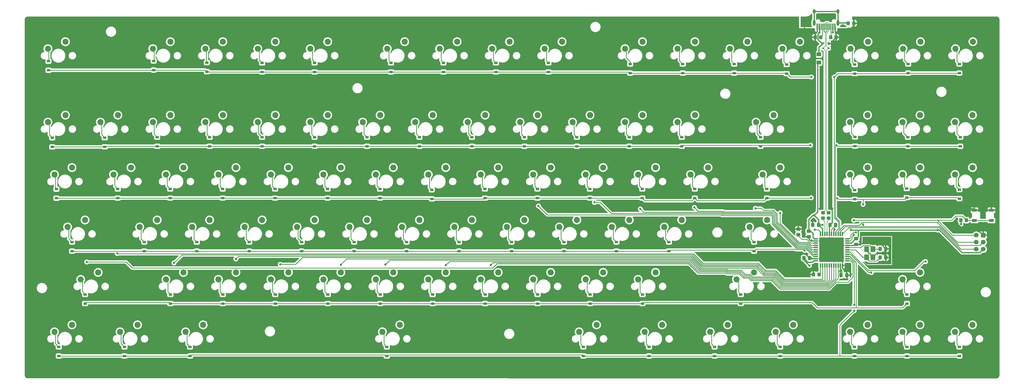
<source format=gbl>
%TF.GenerationSoftware,KiCad,Pcbnew,(6.0.10)*%
%TF.CreationDate,2023-01-10T21:50:53-05:00*%
%TF.ProjectId,2ndKeyboard,326e644b-6579-4626-9f61-72642e6b6963,rev?*%
%TF.SameCoordinates,Original*%
%TF.FileFunction,Copper,L2,Bot*%
%TF.FilePolarity,Positive*%
%FSLAX46Y46*%
G04 Gerber Fmt 4.6, Leading zero omitted, Abs format (unit mm)*
G04 Created by KiCad (PCBNEW (6.0.10)) date 2023-01-10 21:50:53*
%MOMM*%
%LPD*%
G01*
G04 APERTURE LIST*
G04 Aperture macros list*
%AMRoundRect*
0 Rectangle with rounded corners*
0 $1 Rounding radius*
0 $2 $3 $4 $5 $6 $7 $8 $9 X,Y pos of 4 corners*
0 Add a 4 corners polygon primitive as box body*
4,1,4,$2,$3,$4,$5,$6,$7,$8,$9,$2,$3,0*
0 Add four circle primitives for the rounded corners*
1,1,$1+$1,$2,$3*
1,1,$1+$1,$4,$5*
1,1,$1+$1,$6,$7*
1,1,$1+$1,$8,$9*
0 Add four rect primitives between the rounded corners*
20,1,$1+$1,$2,$3,$4,$5,0*
20,1,$1+$1,$4,$5,$6,$7,0*
20,1,$1+$1,$6,$7,$8,$9,0*
20,1,$1+$1,$8,$9,$2,$3,0*%
G04 Aperture macros list end*
%TA.AperFunction,ComponentPad*%
%ADD10C,2.200000*%
%TD*%
%TA.AperFunction,SMDPad,CuDef*%
%ADD11R,1.200000X0.900000*%
%TD*%
%TA.AperFunction,SMDPad,CuDef*%
%ADD12RoundRect,0.250000X0.337500X0.475000X-0.337500X0.475000X-0.337500X-0.475000X0.337500X-0.475000X0*%
%TD*%
%TA.AperFunction,SMDPad,CuDef*%
%ADD13R,1.800000X1.100000*%
%TD*%
%TA.AperFunction,SMDPad,CuDef*%
%ADD14RoundRect,0.250000X-0.325000X-0.450000X0.325000X-0.450000X0.325000X0.450000X-0.325000X0.450000X0*%
%TD*%
%TA.AperFunction,SMDPad,CuDef*%
%ADD15R,1.800000X2.100000*%
%TD*%
%TA.AperFunction,SMDPad,CuDef*%
%ADD16RoundRect,0.250000X-0.350000X-0.450000X0.350000X-0.450000X0.350000X0.450000X-0.350000X0.450000X0*%
%TD*%
%TA.AperFunction,SMDPad,CuDef*%
%ADD17RoundRect,0.250000X0.350000X0.450000X-0.350000X0.450000X-0.350000X-0.450000X0.350000X-0.450000X0*%
%TD*%
%TA.AperFunction,SMDPad,CuDef*%
%ADD18RoundRect,0.250001X-0.624999X0.462499X-0.624999X-0.462499X0.624999X-0.462499X0.624999X0.462499X0*%
%TD*%
%TA.AperFunction,SMDPad,CuDef*%
%ADD19RoundRect,0.250000X0.475000X-0.337500X0.475000X0.337500X-0.475000X0.337500X-0.475000X-0.337500X0*%
%TD*%
%TA.AperFunction,SMDPad,CuDef*%
%ADD20R,0.700000X1.000000*%
%TD*%
%TA.AperFunction,SMDPad,CuDef*%
%ADD21R,0.700000X0.600000*%
%TD*%
%TA.AperFunction,ComponentPad*%
%ADD22C,1.700000*%
%TD*%
%TA.AperFunction,ComponentPad*%
%ADD23R,1.700000X1.700000*%
%TD*%
%TA.AperFunction,SMDPad,CuDef*%
%ADD24R,0.600000X2.450000*%
%TD*%
%TA.AperFunction,SMDPad,CuDef*%
%ADD25R,0.560000X2.450000*%
%TD*%
%TA.AperFunction,SMDPad,CuDef*%
%ADD26R,0.300000X2.450000*%
%TD*%
%TA.AperFunction,SMDPad,CuDef*%
%ADD27R,0.560000X2.460000*%
%TD*%
%TA.AperFunction,ComponentPad*%
%ADD28O,1.000000X1.600000*%
%TD*%
%TA.AperFunction,ComponentPad*%
%ADD29O,1.000000X2.100000*%
%TD*%
%TA.AperFunction,SMDPad,CuDef*%
%ADD30R,0.550000X1.500000*%
%TD*%
%TA.AperFunction,SMDPad,CuDef*%
%ADD31R,1.500000X0.550000*%
%TD*%
%TA.AperFunction,SMDPad,CuDef*%
%ADD32RoundRect,0.250000X-0.450000X0.350000X-0.450000X-0.350000X0.450000X-0.350000X0.450000X0.350000X0*%
%TD*%
%TA.AperFunction,SMDPad,CuDef*%
%ADD33RoundRect,0.250000X-0.337500X-0.475000X0.337500X-0.475000X0.337500X0.475000X-0.337500X0.475000X0*%
%TD*%
%TA.AperFunction,SMDPad,CuDef*%
%ADD34RoundRect,0.250000X-0.475000X0.337500X-0.475000X-0.337500X0.475000X-0.337500X0.475000X0.337500X0*%
%TD*%
%TA.AperFunction,ViaPad*%
%ADD35C,0.800000*%
%TD*%
%TA.AperFunction,Conductor*%
%ADD36C,0.250000*%
%TD*%
%TA.AperFunction,Conductor*%
%ADD37C,0.381000*%
%TD*%
%TA.AperFunction,Conductor*%
%ADD38C,0.200000*%
%TD*%
G04 APERTURE END LIST*
D10*
X139065000Y-77152500D03*
X132715000Y-79692500D03*
X229552500Y-58102500D03*
X223202500Y-60642500D03*
X305752500Y-31432500D03*
X299402500Y-33972500D03*
X129540000Y-96202500D03*
X123190000Y-98742500D03*
X368458750Y-58102500D03*
X362108750Y-60642500D03*
X196215000Y-77152500D03*
X189865000Y-79692500D03*
X134302500Y-31432500D03*
X127952500Y-33972500D03*
X120015000Y-115252500D03*
X113665000Y-117792500D03*
X272415000Y-115252500D03*
X266065000Y-117792500D03*
X234315000Y-77152500D03*
X227965000Y-79692500D03*
X322421250Y-134302500D03*
X316071250Y-136842500D03*
X349567500Y-31432500D03*
X343217500Y-33972500D03*
X153352500Y-31432500D03*
X147002500Y-33972500D03*
X248602500Y-58102500D03*
X242252500Y-60642500D03*
X115252500Y-31432500D03*
X108902500Y-33972500D03*
X368458750Y-134302500D03*
X362108750Y-136842500D03*
X158115000Y-77152500D03*
X151765000Y-79692500D03*
X238442500Y-31432500D03*
X232092500Y-33972500D03*
X200342500Y-31432500D03*
X193992500Y-33972500D03*
X298608750Y-134302500D03*
X292258750Y-136842500D03*
X84296250Y-134302500D03*
X77946250Y-136842500D03*
X134302500Y-58102500D03*
X127952500Y-60642500D03*
X115252500Y-58102500D03*
X108902500Y-60642500D03*
X281940000Y-96202500D03*
X275590000Y-98742500D03*
X253365000Y-77152500D03*
X247015000Y-79692500D03*
X108108750Y-134302500D03*
X101758750Y-136842500D03*
X262890000Y-96202500D03*
X256540000Y-98742500D03*
X120015000Y-77152500D03*
X113665000Y-79692500D03*
X387508750Y-134302500D03*
X381158750Y-136842500D03*
X286702500Y-31432500D03*
X280352500Y-33972500D03*
X148590000Y-96202500D03*
X142240000Y-98742500D03*
X91440000Y-96202500D03*
X85090000Y-98742500D03*
X110490000Y-96202500D03*
X104140000Y-98742500D03*
X139065000Y-115252500D03*
X132715000Y-117792500D03*
X349408750Y-77152500D03*
X343058750Y-79692500D03*
X234315000Y-115252500D03*
X227965000Y-117792500D03*
X291465000Y-77152500D03*
X285115000Y-79692500D03*
X368617500Y-31432500D03*
X362267500Y-33972500D03*
X324802500Y-31432500D03*
X318452500Y-33972500D03*
X96202500Y-31432500D03*
X89852500Y-33972500D03*
X167640000Y-96202500D03*
X161290000Y-98742500D03*
X196215000Y-115252500D03*
X189865000Y-117792500D03*
X205740000Y-96202500D03*
X199390000Y-98742500D03*
X172402500Y-58102500D03*
X166052500Y-60642500D03*
X215265000Y-77152500D03*
X208915000Y-79692500D03*
X387508750Y-58102500D03*
X381158750Y-60642500D03*
X153352500Y-58102500D03*
X147002500Y-60642500D03*
X272415000Y-77152500D03*
X266065000Y-79692500D03*
X177165000Y-115252500D03*
X170815000Y-117792500D03*
X70012500Y-115272500D03*
X63662500Y-117812500D03*
X96202500Y-58102500D03*
X89852500Y-60642500D03*
X158115000Y-115252500D03*
X151765000Y-117792500D03*
X77152500Y-58102500D03*
X70802500Y-60642500D03*
X100965000Y-115252500D03*
X94615000Y-117792500D03*
X224790000Y-96202500D03*
X218440000Y-98742500D03*
X60483750Y-134302500D03*
X54133750Y-136842500D03*
X81915000Y-77152500D03*
X75565000Y-79692500D03*
X368458750Y-115252500D03*
X362108750Y-117792500D03*
X65246250Y-96202500D03*
X58896250Y-98742500D03*
X317658750Y-77152500D03*
X311308750Y-79692500D03*
X267652500Y-31432500D03*
X261302500Y-33972500D03*
X58102500Y-31432500D03*
X51752500Y-33972500D03*
X368458750Y-77152500D03*
X362108750Y-79692500D03*
X179565300Y-134287300D03*
X173215300Y-136827300D03*
X177165000Y-77152500D03*
X170815000Y-79692500D03*
X387508750Y-77152500D03*
X381158750Y-79692500D03*
X215265000Y-115252500D03*
X208915000Y-117792500D03*
X191452500Y-58102500D03*
X185102500Y-60642500D03*
X349408750Y-134302500D03*
X343058750Y-136842500D03*
X210502500Y-58102500D03*
X204152500Y-60642500D03*
X60483750Y-77152500D03*
X54133750Y-79692500D03*
X219392500Y-31432500D03*
X213042500Y-33972500D03*
X250983750Y-134302500D03*
X244633750Y-136842500D03*
X308133750Y-115252500D03*
X301783750Y-117792500D03*
X267652500Y-58102500D03*
X261302500Y-60642500D03*
X315252100Y-58112700D03*
X308902100Y-60652700D03*
X387667500Y-31432500D03*
X381317500Y-33972500D03*
X58102500Y-58102500D03*
X51752500Y-60642500D03*
X274792500Y-134312500D03*
X268442500Y-136852500D03*
X349408750Y-58102500D03*
X343058750Y-60642500D03*
X253365000Y-115252500D03*
X247015000Y-117792500D03*
X243840000Y-96202500D03*
X237490000Y-98742500D03*
X286702500Y-58102500D03*
X280352500Y-60642500D03*
X186690000Y-96202500D03*
X180340000Y-98742500D03*
X181292500Y-31432500D03*
X174942500Y-33972500D03*
X312896250Y-96202500D03*
X306546250Y-98742500D03*
X100965000Y-77152500D03*
X94615000Y-79692500D03*
D11*
X77102500Y-88248750D03*
X77102500Y-84948750D03*
X205740000Y-69436250D03*
X205740000Y-66136250D03*
X191452500Y-126586250D03*
X191452500Y-123286250D03*
X317658750Y-145636250D03*
X317658750Y-142336250D03*
X286652500Y-88248750D03*
X286652500Y-84948750D03*
X233521250Y-42448750D03*
X233521250Y-39148750D03*
D12*
X328327500Y-110030000D03*
X326252500Y-110030000D03*
D13*
X388190000Y-92680000D03*
X394390000Y-92680000D03*
X394390000Y-96380000D03*
X388190000Y-96380000D03*
D11*
X382746250Y-42848750D03*
X382746250Y-39548750D03*
X229502500Y-88248750D03*
X229502500Y-84948750D03*
X201040000Y-107536250D03*
X201040000Y-104236250D03*
X248602500Y-126586250D03*
X248602500Y-123286250D03*
X105790000Y-107536250D03*
X105790000Y-104236250D03*
X363696250Y-126586250D03*
X363696250Y-123286250D03*
X79533750Y-145636250D03*
X79533750Y-142336250D03*
X220090000Y-107536250D03*
X220090000Y-104236250D03*
X303371250Y-126586250D03*
X303371250Y-123286250D03*
D14*
X342365000Y-24730000D03*
X344415000Y-24730000D03*
D11*
X54871250Y-88286250D03*
X54871250Y-84986250D03*
X110490000Y-69436250D03*
X110490000Y-66136250D03*
X363596250Y-88086250D03*
X363596250Y-84786250D03*
X186690000Y-69436250D03*
X186690000Y-66136250D03*
D15*
X349052500Y-109717500D03*
X349052500Y-106817500D03*
X351352500Y-106817500D03*
X351352500Y-109717500D03*
D11*
X134302500Y-126586250D03*
X134302500Y-123286250D03*
D12*
X356002500Y-109855000D03*
X353927500Y-109855000D03*
D11*
X258190000Y-107536250D03*
X258190000Y-104236250D03*
D16*
X329790000Y-116030000D03*
X331790000Y-116030000D03*
D11*
X344746250Y-88686250D03*
X344746250Y-85386250D03*
X239140000Y-107536250D03*
X239140000Y-104236250D03*
X172402500Y-126586250D03*
X172402500Y-123286250D03*
X167640000Y-69436250D03*
X167640000Y-66136250D03*
X148590000Y-42448750D03*
X148590000Y-39148750D03*
D12*
X341827500Y-116280000D03*
X339752500Y-116280000D03*
D11*
X143890000Y-107536250D03*
X143890000Y-104236250D03*
X344646250Y-145636250D03*
X344646250Y-142336250D03*
X96152500Y-88248750D03*
X96152500Y-84948750D03*
D17*
X332390000Y-29830000D03*
X330390000Y-29830000D03*
D11*
X270033750Y-145636250D03*
X270033750Y-142336250D03*
X344702500Y-43048750D03*
X344702500Y-39748750D03*
X129540000Y-69436250D03*
X129540000Y-66136250D03*
D18*
X331690000Y-36042500D03*
X331690000Y-39017500D03*
D19*
X345290000Y-105067500D03*
X345290000Y-102992500D03*
D11*
X53340000Y-69642500D03*
X53340000Y-66342500D03*
X263196250Y-42848750D03*
X263196250Y-39548750D03*
D20*
X335270000Y-32120000D03*
D21*
X335270000Y-33820000D03*
X333270000Y-33820000D03*
X333270000Y-31920000D03*
D11*
X115202500Y-88248750D03*
X115202500Y-84948750D03*
X214471250Y-42448750D03*
X214471250Y-39148750D03*
X90146250Y-41755000D03*
X90146250Y-38455000D03*
D22*
X388850000Y-106820000D03*
X391390000Y-106820000D03*
X388850000Y-104280000D03*
X391390000Y-104280000D03*
X388850000Y-101740000D03*
D23*
X391390000Y-101740000D03*
D11*
X103346250Y-145636250D03*
X103346250Y-142336250D03*
X176371250Y-42448750D03*
X176371250Y-39148750D03*
X364046250Y-69436250D03*
X364046250Y-66136250D03*
X115252500Y-126586250D03*
X115252500Y-123286250D03*
X195421250Y-42448750D03*
X195421250Y-39148750D03*
X267602500Y-88248750D03*
X267602500Y-84948750D03*
X153352500Y-126586250D03*
X153352500Y-123286250D03*
X65246250Y-126586250D03*
X65246250Y-123286250D03*
D24*
X331102500Y-26040000D03*
D25*
X331897500Y-26040000D03*
D26*
X332577500Y-26040000D03*
X333077500Y-26040000D03*
X333577500Y-26040000D03*
X334077500Y-26040000D03*
X334577500Y-26040000D03*
X335077500Y-26040000D03*
X335577500Y-26040000D03*
X336077500Y-26040000D03*
D27*
X336757500Y-26035000D03*
D24*
X337552500Y-26040000D03*
D28*
X330007500Y-20445000D03*
X338647500Y-20445000D03*
D29*
X330007500Y-24625000D03*
X338647500Y-24625000D03*
D11*
X282296250Y-42848750D03*
X282296250Y-39548750D03*
X277240000Y-107536250D03*
X277240000Y-104236250D03*
X262890000Y-69436250D03*
X262890000Y-66136250D03*
D30*
X332290000Y-101330000D03*
X333090000Y-101330000D03*
X333890000Y-101330000D03*
X334690000Y-101330000D03*
X335490000Y-101330000D03*
X336290000Y-101330000D03*
X337090000Y-101330000D03*
X337890000Y-101330000D03*
X338690000Y-101330000D03*
X339490000Y-101330000D03*
X340290000Y-101330000D03*
D31*
X341990000Y-103030000D03*
X341990000Y-103830000D03*
X341990000Y-104630000D03*
X341990000Y-105430000D03*
X341990000Y-106230000D03*
X341990000Y-107030000D03*
X341990000Y-107830000D03*
X341990000Y-108630000D03*
X341990000Y-109430000D03*
X341990000Y-110230000D03*
X341990000Y-111030000D03*
D30*
X340290000Y-112730000D03*
X339490000Y-112730000D03*
X338690000Y-112730000D03*
X337890000Y-112730000D03*
X337090000Y-112730000D03*
X336290000Y-112730000D03*
X335490000Y-112730000D03*
X334690000Y-112730000D03*
X333890000Y-112730000D03*
X333090000Y-112730000D03*
X332290000Y-112730000D03*
D31*
X330590000Y-111030000D03*
X330590000Y-110230000D03*
X330590000Y-109430000D03*
X330590000Y-108630000D03*
X330590000Y-107830000D03*
X330590000Y-107030000D03*
X330590000Y-106230000D03*
X330590000Y-105430000D03*
X330590000Y-104630000D03*
X330590000Y-103830000D03*
X330590000Y-103030000D03*
D11*
X293846250Y-145636250D03*
X293846250Y-142336250D03*
X210452500Y-88248750D03*
X210452500Y-84948750D03*
X86740000Y-107536250D03*
X86740000Y-104236250D03*
X243840000Y-69436250D03*
X243840000Y-66136250D03*
X229552500Y-126586250D03*
X229552500Y-123286250D03*
D32*
X335290000Y-93560000D03*
X335290000Y-95560000D03*
D11*
X312846250Y-88248750D03*
X312846250Y-84948750D03*
X310515000Y-69436250D03*
X310515000Y-66136250D03*
X382746250Y-88486250D03*
X382746250Y-85186250D03*
D33*
X335752500Y-98030000D03*
X337827500Y-98030000D03*
D11*
X246221250Y-145636250D03*
X246221250Y-142336250D03*
X267652500Y-126586250D03*
X267652500Y-123286250D03*
X124840000Y-107536250D03*
X124840000Y-104236250D03*
X248552500Y-88248750D03*
X248552500Y-84948750D03*
X363696250Y-145636250D03*
X363696250Y-142336250D03*
X383096250Y-69436250D03*
X383096250Y-66136250D03*
X181990000Y-107536250D03*
X181990000Y-104236250D03*
X51952500Y-41805000D03*
X51952500Y-38505000D03*
X300996250Y-42848750D03*
X300996250Y-39548750D03*
D32*
X333246250Y-93560000D03*
X333246250Y-95560000D03*
D11*
X281940000Y-69436250D03*
X281940000Y-66136250D03*
X364152500Y-42848750D03*
X364152500Y-39548750D03*
X96202500Y-126586250D03*
X96202500Y-123286250D03*
D12*
X356002500Y-106680000D03*
X353927500Y-106680000D03*
D11*
X174783750Y-145636250D03*
X174783750Y-142336250D03*
X153302500Y-88248750D03*
X153302500Y-84948750D03*
D16*
X335990000Y-29830000D03*
X337990000Y-29830000D03*
D11*
X344846250Y-69361250D03*
X344846250Y-66061250D03*
X148590000Y-69436250D03*
X148590000Y-66136250D03*
X72390000Y-69636250D03*
X72390000Y-66336250D03*
D33*
X329502500Y-98030000D03*
X331577500Y-98030000D03*
D11*
X129540000Y-42448750D03*
X129540000Y-39148750D03*
X308196250Y-107536250D03*
X308196250Y-104236250D03*
D19*
X328040000Y-102317500D03*
X328040000Y-100242500D03*
D34*
X324290000Y-99492500D03*
X324290000Y-101567500D03*
D11*
X109490000Y-42348750D03*
X109490000Y-39048750D03*
X91440000Y-69436250D03*
X91440000Y-66136250D03*
X319990000Y-43048750D03*
X319990000Y-39748750D03*
X162940000Y-107536250D03*
X162940000Y-104236250D03*
X134252500Y-88248750D03*
X134252500Y-84948750D03*
X60546250Y-107536250D03*
X60546250Y-104236250D03*
X191152500Y-88567500D03*
X191152500Y-85267500D03*
X224790000Y-69436250D03*
X224790000Y-66136250D03*
X55721250Y-145636250D03*
X55721250Y-142336250D03*
X210502500Y-126586250D03*
X210502500Y-123286250D03*
X382746250Y-145636250D03*
X382746250Y-142336250D03*
D17*
X385290000Y-96280000D03*
X383290000Y-96280000D03*
D11*
X172352500Y-88248750D03*
X172352500Y-84948750D03*
D35*
X340390000Y-25430000D03*
X336621250Y-31661250D03*
X330421250Y-31661250D03*
X344290000Y-27430000D03*
X327040000Y-96530000D03*
X328249500Y-115989500D03*
X338710000Y-91310000D03*
X327490000Y-25030000D03*
X326063468Y-101506532D03*
X357420000Y-109870000D03*
X339690000Y-27530000D03*
X325090000Y-27630000D03*
X325040000Y-108280000D03*
X329490000Y-27530000D03*
X381740000Y-95604500D03*
X329040000Y-91280000D03*
X334390000Y-21430000D03*
X343365500Y-115954500D03*
X357420000Y-106690000D03*
X336530500Y-92030000D03*
X329052299Y-96542299D03*
X332080000Y-92030000D03*
X350540000Y-104780000D03*
X346790000Y-105030000D03*
X381690000Y-92030000D03*
X330040000Y-94530000D03*
X328290000Y-112780000D03*
X374870000Y-99850000D03*
X333040000Y-98030000D03*
X383311943Y-97727344D03*
X337374174Y-99614174D03*
X339414500Y-114780000D03*
X343290000Y-99780000D03*
X347790000Y-90530000D03*
X338430000Y-88300000D03*
X347790000Y-97780000D03*
X328920000Y-88150000D03*
X344415049Y-101629549D03*
X344410000Y-96305500D03*
X331917608Y-28071250D03*
X336802000Y-28030000D03*
X337290000Y-44340000D03*
X329000000Y-44260000D03*
X326540000Y-107280000D03*
X330290000Y-99780000D03*
X344540000Y-127030000D03*
X344540000Y-129160000D03*
X65863751Y-111452499D03*
X97541250Y-111828750D03*
X120015000Y-110375000D03*
X136136250Y-112323750D03*
X158115000Y-112435000D03*
X196215000Y-112675000D03*
X212566250Y-112553750D03*
X229871250Y-91121250D03*
X250226250Y-89816250D03*
X266886250Y-92206250D03*
X286511250Y-91631250D03*
X308666875Y-91973125D03*
X317658750Y-93638750D03*
X345139549Y-100715146D03*
X350770000Y-115320000D03*
X370450000Y-111320000D03*
X76942500Y-108342500D03*
X174326250Y-112413750D03*
X328670000Y-69020000D03*
X338040000Y-69030000D03*
D36*
X325090000Y-27630000D02*
X327490000Y-25230000D01*
X327490000Y-25230000D02*
X327490000Y-25030000D01*
D37*
X325790000Y-96387500D02*
X329908750Y-92268750D01*
X337592500Y-26080000D02*
X337552500Y-26040000D01*
X381740000Y-97273337D02*
X383496663Y-99030000D01*
X341827500Y-115317500D02*
X340290000Y-113780000D01*
X325790000Y-96780000D02*
X325790000Y-96387500D01*
X337990000Y-29830000D02*
X337990000Y-28330000D01*
X388680000Y-99030000D02*
X391390000Y-101740000D01*
X330421250Y-31661250D02*
X330390000Y-31630000D01*
X346790000Y-105030000D02*
X346752500Y-105067500D01*
X328790000Y-103830000D02*
X328040000Y-103080000D01*
X330390000Y-31630000D02*
X330390000Y-29830000D01*
X325790000Y-99530000D02*
X325790000Y-101233064D01*
X325752500Y-99492500D02*
X324290000Y-99492500D01*
X356002500Y-106680000D02*
X356002500Y-107230000D01*
X336162500Y-32120000D02*
X335270000Y-32120000D01*
X342190000Y-26530000D02*
X343390000Y-26530000D01*
X341827500Y-116280000D02*
X343040000Y-116280000D01*
X356002500Y-109855000D02*
X357405000Y-109855000D01*
X381690000Y-92030000D02*
X339430000Y-92030000D01*
X330390000Y-28530000D02*
X331102500Y-27817500D01*
X330424500Y-31664500D02*
X330424500Y-91753000D01*
X336621250Y-31661250D02*
X336162500Y-32120000D01*
X394390000Y-92680000D02*
X388190000Y-92680000D01*
X354965000Y-108267500D02*
X356002500Y-109305000D01*
X326040000Y-96530000D02*
X325790000Y-96780000D01*
X346752500Y-105067500D02*
X345290000Y-105067500D01*
X339430000Y-92030000D02*
X338710000Y-91310000D01*
X349912000Y-108277000D02*
X350343000Y-108277000D01*
X354102500Y-104780000D02*
X356002500Y-106680000D01*
X337990000Y-28330000D02*
X337592500Y-27932500D01*
X346790000Y-105030000D02*
X347040000Y-104780000D01*
X347040000Y-104780000D02*
X350540000Y-104780000D01*
X387540000Y-92030000D02*
X388190000Y-92680000D01*
X343040000Y-116280000D02*
X343365500Y-115954500D01*
X328327500Y-110030000D02*
X328527500Y-110230000D01*
X327040000Y-96530000D02*
X326040000Y-96530000D01*
X349052500Y-107417500D02*
X349912000Y-108277000D01*
X357405000Y-109855000D02*
X357420000Y-109870000D01*
X383496663Y-99030000D02*
X388680000Y-99030000D01*
X350343000Y-108708000D02*
X351352500Y-109717500D01*
X329052299Y-96542299D02*
X329502500Y-96992500D01*
X330421250Y-31661250D02*
X330424500Y-31664500D01*
X381740000Y-95604500D02*
X381740000Y-97273337D01*
X326874436Y-102317500D02*
X326063468Y-101506532D01*
X326577500Y-108280000D02*
X328327500Y-110030000D01*
X356002500Y-109305000D02*
X356002500Y-109855000D01*
X325790000Y-101233064D02*
X326063468Y-101506532D01*
X336621250Y-31198750D02*
X337990000Y-29830000D01*
X328040000Y-103080000D02*
X328040000Y-102317500D01*
X329040000Y-91400000D02*
X329908750Y-92268750D01*
X350540000Y-104780000D02*
X354102500Y-104780000D01*
X381690000Y-92030000D02*
X387540000Y-92030000D01*
X335752500Y-98030000D02*
X335490000Y-98292500D01*
X328040000Y-102317500D02*
X326874436Y-102317500D01*
X329502500Y-96992500D02*
X329502500Y-98030000D01*
X330590000Y-103830000D02*
X328790000Y-103830000D01*
X325790000Y-96780000D02*
X325790000Y-99530000D01*
X337592500Y-27932500D02*
X337592500Y-26080000D01*
X336621250Y-31661250D02*
X336621250Y-31198750D01*
X335490000Y-98292500D02*
X335490000Y-101330000D01*
X341827500Y-116280000D02*
X341827500Y-115317500D01*
X329040000Y-91280000D02*
X329040000Y-91400000D01*
X325040000Y-108280000D02*
X326577500Y-108280000D01*
X330424500Y-91753000D02*
X329908750Y-92268750D01*
D36*
X329790000Y-116030000D02*
X328290000Y-116030000D01*
D37*
X328527500Y-110230000D02*
X330590000Y-110230000D01*
X331102500Y-27817500D02*
X331102500Y-26040000D01*
X357410000Y-106680000D02*
X357420000Y-106690000D01*
X338890000Y-29830000D02*
X342190000Y-26530000D01*
X356002500Y-107230000D02*
X354965000Y-108267500D01*
X343390000Y-26530000D02*
X344415000Y-25505000D01*
X337990000Y-29830000D02*
X338890000Y-29830000D01*
D36*
X328290000Y-116030000D02*
X328249500Y-115989500D01*
D37*
X336530500Y-97252000D02*
X336530500Y-92030000D01*
X344927500Y-105430000D02*
X345290000Y-105067500D01*
X352802500Y-108267500D02*
X351352500Y-109717500D01*
X354965000Y-108267500D02*
X352802500Y-108267500D01*
X356002500Y-106680000D02*
X357410000Y-106680000D01*
X335752500Y-98030000D02*
X336530500Y-97252000D01*
X340290000Y-113780000D02*
X340290000Y-112730000D01*
X349052500Y-106817500D02*
X349052500Y-107417500D01*
X350343000Y-108277000D02*
X350343000Y-108708000D01*
X344415000Y-25505000D02*
X344415000Y-24730000D01*
X330390000Y-29830000D02*
X330390000Y-28530000D01*
X341990000Y-105430000D02*
X344927500Y-105430000D01*
X325790000Y-99530000D02*
X325752500Y-99492500D01*
X383702564Y-108060500D02*
X390149500Y-108060500D01*
X337090000Y-99898348D02*
X337374174Y-99614174D01*
X340040000Y-115992500D02*
X339752500Y-116280000D01*
X333090000Y-101330000D02*
X333090000Y-99542500D01*
X327752500Y-111530000D02*
X326252500Y-110030000D01*
X345002500Y-103280000D02*
X345290000Y-102992500D01*
X345970000Y-102312500D02*
X345970000Y-99850000D01*
X329790000Y-111030000D02*
X329290000Y-111530000D01*
X343440000Y-104630000D02*
X344790000Y-103280000D01*
X345970000Y-99850000D02*
X375510000Y-99850000D01*
X329490000Y-94530000D02*
X328040000Y-95980000D01*
X330040000Y-94530000D02*
X331577500Y-96067500D01*
X330040000Y-103030000D02*
X329590000Y-102580000D01*
X390149500Y-108060500D02*
X391390000Y-106820000D01*
X337090000Y-101330000D02*
X337090000Y-99898348D01*
X329590000Y-101080000D02*
X328752500Y-100242500D01*
X333040000Y-98030000D02*
X332077500Y-98030000D01*
X328752500Y-100242500D02*
X328040000Y-100242500D01*
X339414500Y-115942000D02*
X339414500Y-114780000D01*
X339490000Y-112730000D02*
X339490000Y-113980000D01*
X380410000Y-104767936D02*
X383702564Y-108060500D01*
X326252500Y-110742500D02*
X326252500Y-110030000D01*
X380410000Y-104750000D02*
X380410000Y-104767936D01*
X330590000Y-103030000D02*
X330040000Y-103030000D01*
X383311943Y-97727344D02*
X383311943Y-96301943D01*
X345290000Y-102992500D02*
X345970000Y-102312500D01*
X343290000Y-99780000D02*
X343360000Y-99850000D01*
X330590000Y-111030000D02*
X329790000Y-111030000D01*
X341990000Y-104630000D02*
X343440000Y-104630000D01*
X375510000Y-99850000D02*
X380410000Y-104750000D01*
X340040000Y-114530000D02*
X340040000Y-115992500D01*
X339490000Y-113980000D02*
X340040000Y-114530000D01*
X331290000Y-93280000D02*
X331290000Y-39417500D01*
X330040000Y-94530000D02*
X329490000Y-94530000D01*
X331290000Y-39417500D02*
X331690000Y-39017500D01*
X339752500Y-116280000D02*
X339414500Y-115942000D01*
X329590000Y-102580000D02*
X329590000Y-101080000D01*
X331577500Y-96067500D02*
X331577500Y-98030000D01*
X343360000Y-99850000D02*
X345970000Y-99850000D01*
X328290000Y-112780000D02*
X326252500Y-110742500D01*
X333090000Y-99542500D02*
X331577500Y-98030000D01*
X344790000Y-103280000D02*
X345002500Y-103280000D01*
X330040000Y-94530000D02*
X331290000Y-93280000D01*
X328040000Y-95980000D02*
X328040000Y-100242500D01*
X329290000Y-111530000D02*
X327752500Y-111530000D01*
X383311943Y-96301943D02*
X383290000Y-96280000D01*
D36*
X349052500Y-109717500D02*
X347683750Y-109717500D01*
X349052500Y-109717500D02*
X349052500Y-110292500D01*
X349852500Y-111092500D02*
X352690000Y-111092500D01*
X349052500Y-110292500D02*
X349852500Y-111092500D01*
X344996250Y-107030000D02*
X341990000Y-107030000D01*
X347683750Y-109717500D02*
X344996250Y-107030000D01*
X352690000Y-111092500D02*
X353927500Y-109855000D01*
X351352500Y-106667500D02*
X351352500Y-106817500D01*
X350127500Y-105442500D02*
X351352500Y-106667500D01*
X347827500Y-105442500D02*
X350127500Y-105442500D01*
X353790000Y-106817500D02*
X351352500Y-106817500D01*
X353927500Y-106680000D02*
X353790000Y-106817500D01*
X341990000Y-106230000D02*
X347040000Y-106230000D01*
X347040000Y-106230000D02*
X347827500Y-105442500D01*
X337183750Y-98780000D02*
X337827500Y-98780000D01*
X336290000Y-99673750D02*
X337183750Y-98780000D01*
X336290000Y-101330000D02*
X336290000Y-99673750D01*
X51752500Y-33972500D02*
X52040000Y-34260000D01*
X52040000Y-38417500D02*
X51952500Y-38505000D01*
X52040000Y-34260000D02*
X52040000Y-38417500D01*
X90290000Y-38311250D02*
X90290000Y-34410000D01*
X90290000Y-34410000D02*
X89852500Y-33972500D01*
X90146250Y-38455000D02*
X90290000Y-38311250D01*
X108902500Y-33972500D02*
X109290000Y-34360000D01*
X109290000Y-38848750D02*
X109490000Y-39048750D01*
X109290000Y-34360000D02*
X109290000Y-38848750D01*
X127952500Y-33972500D02*
X128540000Y-34560000D01*
X128540000Y-34560000D02*
X128540000Y-38148750D01*
X128540000Y-38148750D02*
X129540000Y-39148750D01*
X174942500Y-33972500D02*
X175540000Y-34570000D01*
X175540000Y-34570000D02*
X175540000Y-38317500D01*
X175540000Y-38317500D02*
X176371250Y-39148750D01*
X194540000Y-34520000D02*
X194540000Y-38267500D01*
X193992500Y-33972500D02*
X194540000Y-34520000D01*
X194540000Y-38267500D02*
X195421250Y-39148750D01*
X213042500Y-33972500D02*
X213540000Y-34470000D01*
X213540000Y-34470000D02*
X213540000Y-38217500D01*
X213540000Y-38217500D02*
X214471250Y-39148750D01*
X232092500Y-33972500D02*
X232790000Y-34670000D01*
X232790000Y-38417500D02*
X233521250Y-39148750D01*
X232790000Y-34670000D02*
X232790000Y-38417500D01*
X261302500Y-33972500D02*
X261790000Y-34460000D01*
X261790000Y-34460000D02*
X261790000Y-37280000D01*
X261790000Y-37280000D02*
X263196250Y-38686250D01*
X263196250Y-38686250D02*
X263196250Y-39548750D01*
X281040000Y-38292500D02*
X282296250Y-39548750D01*
X281040000Y-34660000D02*
X281040000Y-38292500D01*
X280352500Y-33972500D02*
X281040000Y-34660000D01*
X299402500Y-33972500D02*
X300040000Y-34610000D01*
X300040000Y-34610000D02*
X300040000Y-38592500D01*
X300040000Y-38592500D02*
X300996250Y-39548750D01*
X319040000Y-34560000D02*
X319040000Y-38798750D01*
X319040000Y-38798750D02*
X319990000Y-39748750D01*
X318452500Y-33972500D02*
X319040000Y-34560000D01*
X343790000Y-38836250D02*
X344702500Y-39748750D01*
X343217500Y-33972500D02*
X343790000Y-34545000D01*
X343790000Y-34545000D02*
X343790000Y-38836250D01*
X362790000Y-38186250D02*
X364152500Y-39548750D01*
X362267500Y-33972500D02*
X362790000Y-34495000D01*
X362790000Y-34495000D02*
X362790000Y-38186250D01*
X381790000Y-34445000D02*
X381790000Y-38592500D01*
X381317500Y-33972500D02*
X381790000Y-34445000D01*
X381790000Y-38592500D02*
X382746250Y-39548750D01*
X52290000Y-61180000D02*
X51752500Y-60642500D01*
X53340000Y-66342500D02*
X52290000Y-65292500D01*
X52290000Y-65292500D02*
X52290000Y-61180000D01*
X72390000Y-66336250D02*
X71290000Y-65236250D01*
X71290000Y-65236250D02*
X71290000Y-61130000D01*
X71290000Y-61130000D02*
X70802500Y-60642500D01*
X91440000Y-66136250D02*
X90290000Y-64986250D01*
X90290000Y-61080000D02*
X89852500Y-60642500D01*
X90290000Y-64986250D02*
X90290000Y-61080000D01*
X110490000Y-66136250D02*
X109540000Y-65186250D01*
X109540000Y-61280000D02*
X108902500Y-60642500D01*
X109540000Y-65186250D02*
X109540000Y-61280000D01*
X128290000Y-64886250D02*
X128290000Y-60980000D01*
X128290000Y-60980000D02*
X127952500Y-60642500D01*
X129540000Y-66136250D02*
X128290000Y-64886250D01*
X148590000Y-66136250D02*
X147540000Y-65086250D01*
X147540000Y-65086250D02*
X147540000Y-61180000D01*
X147540000Y-61180000D02*
X147002500Y-60642500D01*
X166540000Y-65036250D02*
X166540000Y-61130000D01*
X167640000Y-66136250D02*
X166540000Y-65036250D01*
X166540000Y-61130000D02*
X166052500Y-60642500D01*
X185540000Y-64986250D02*
X185540000Y-61080000D01*
X186690000Y-66136250D02*
X185540000Y-64986250D01*
X185540000Y-61080000D02*
X185102500Y-60642500D01*
X205740000Y-66136250D02*
X204540000Y-64936250D01*
X204540000Y-61030000D02*
X204152500Y-60642500D01*
X204540000Y-64936250D02*
X204540000Y-61030000D01*
X223790000Y-61230000D02*
X223202500Y-60642500D01*
X224790000Y-66136250D02*
X223790000Y-65136250D01*
X223790000Y-65136250D02*
X223790000Y-61230000D01*
X242790000Y-65086250D02*
X242790000Y-61180000D01*
X243840000Y-66136250D02*
X242790000Y-65086250D01*
X242790000Y-61180000D02*
X242252500Y-60642500D01*
X262890000Y-66136250D02*
X261790000Y-65036250D01*
X261790000Y-61130000D02*
X261302500Y-60642500D01*
X261790000Y-65036250D02*
X261790000Y-61130000D01*
X281940000Y-66136250D02*
X281040000Y-65236250D01*
X281040000Y-65236250D02*
X281040000Y-61330000D01*
X281040000Y-61330000D02*
X280352500Y-60642500D01*
X309290000Y-61040600D02*
X308902100Y-60652700D01*
X310515000Y-66136250D02*
X309290000Y-64911250D01*
X309290000Y-64911250D02*
X309290000Y-61040600D01*
X343540000Y-64755000D02*
X344846250Y-66061250D01*
X343058750Y-60642500D02*
X343540000Y-61123750D01*
X343540000Y-61123750D02*
X343540000Y-64755000D01*
X362108750Y-60642500D02*
X362540000Y-61073750D01*
X362540000Y-61073750D02*
X362540000Y-64630000D01*
X362540000Y-64630000D02*
X364046250Y-66136250D01*
X381790000Y-64830000D02*
X383096250Y-66136250D01*
X381158750Y-60642500D02*
X381790000Y-61273750D01*
X381790000Y-61273750D02*
X381790000Y-64830000D01*
X54540000Y-80098750D02*
X54540000Y-84655000D01*
X54133750Y-79692500D02*
X54540000Y-80098750D01*
X54540000Y-84655000D02*
X54871250Y-84986250D01*
X76040000Y-80167500D02*
X76040000Y-83886250D01*
X75565000Y-79692500D02*
X76040000Y-80167500D01*
X76040000Y-83886250D02*
X77102500Y-84948750D01*
X95040000Y-83836250D02*
X95040000Y-80117500D01*
X95040000Y-80117500D02*
X94615000Y-79692500D01*
X96152500Y-84948750D02*
X95040000Y-83836250D01*
X114290000Y-80317500D02*
X114290000Y-84036250D01*
X113665000Y-79692500D02*
X114290000Y-80317500D01*
X114290000Y-84036250D02*
X115202500Y-84948750D01*
X134252500Y-84948750D02*
X133290000Y-83986250D01*
X133290000Y-80267500D02*
X132715000Y-79692500D01*
X133290000Y-83986250D02*
X133290000Y-80267500D01*
X152290000Y-80217500D02*
X152290000Y-83936250D01*
X152290000Y-83936250D02*
X153302500Y-84948750D01*
X151765000Y-79692500D02*
X152290000Y-80217500D01*
X170815000Y-79692500D02*
X171290000Y-80167500D01*
X171290000Y-80167500D02*
X171290000Y-83886250D01*
X171290000Y-83886250D02*
X172352500Y-84948750D01*
X190290000Y-80117500D02*
X190290000Y-84405000D01*
X190290000Y-84405000D02*
X191152500Y-85267500D01*
X189865000Y-79692500D02*
X190290000Y-80117500D01*
X209540000Y-80317500D02*
X208915000Y-79692500D01*
X210452500Y-84948750D02*
X209540000Y-84036250D01*
X209540000Y-84036250D02*
X209540000Y-80317500D01*
X228540000Y-83986250D02*
X229502500Y-84948750D01*
X228540000Y-80267500D02*
X228540000Y-83986250D01*
X227965000Y-79692500D02*
X228540000Y-80267500D01*
X247015000Y-79692500D02*
X247540000Y-80217500D01*
X247540000Y-83936250D02*
X248552500Y-84948750D01*
X247540000Y-80217500D02*
X247540000Y-83936250D01*
X266540000Y-80167500D02*
X266065000Y-79692500D01*
X266540000Y-83886250D02*
X266540000Y-80167500D01*
X267602500Y-84948750D02*
X266540000Y-83886250D01*
X285115000Y-79692500D02*
X285790000Y-80367500D01*
X285790000Y-84086250D02*
X286652500Y-84948750D01*
X285790000Y-80367500D02*
X285790000Y-84086250D01*
X312040000Y-84142500D02*
X312040000Y-80423750D01*
X312846250Y-84948750D02*
X312040000Y-84142500D01*
X312040000Y-80423750D02*
X311308750Y-79692500D01*
X343058750Y-79692500D02*
X343540000Y-80173750D01*
X343540000Y-84180000D02*
X344746250Y-85386250D01*
X343540000Y-80173750D02*
X343540000Y-84180000D01*
X362790000Y-80373750D02*
X362790000Y-83980000D01*
X362790000Y-83980000D02*
X363596250Y-84786250D01*
X362108750Y-79692500D02*
X362790000Y-80373750D01*
X381540000Y-80073750D02*
X381540000Y-83980000D01*
X381540000Y-83980000D02*
X382746250Y-85186250D01*
X381158750Y-79692500D02*
X381540000Y-80073750D01*
X59290000Y-102980000D02*
X59290000Y-99136250D01*
X60546250Y-104236250D02*
X59290000Y-102980000D01*
X59290000Y-99136250D02*
X58896250Y-98742500D01*
X85540000Y-103036250D02*
X85540000Y-99192500D01*
X85540000Y-99192500D02*
X85090000Y-98742500D01*
X86740000Y-104236250D02*
X85540000Y-103036250D01*
X105790000Y-104236250D02*
X104790000Y-103236250D01*
X104790000Y-99392500D02*
X104140000Y-98742500D01*
X104790000Y-103236250D02*
X104790000Y-99392500D01*
X124840000Y-104236250D02*
X123790000Y-103186250D01*
X123790000Y-99342500D02*
X123190000Y-98742500D01*
X123790000Y-103186250D02*
X123790000Y-99342500D01*
X142540000Y-102886250D02*
X142540000Y-99042500D01*
X142540000Y-99042500D02*
X142240000Y-98742500D01*
X143890000Y-104236250D02*
X142540000Y-102886250D01*
X161790000Y-103086250D02*
X161790000Y-99242500D01*
X161790000Y-99242500D02*
X161290000Y-98742500D01*
X162940000Y-104236250D02*
X161790000Y-103086250D01*
X180790000Y-99192500D02*
X180340000Y-98742500D01*
X180790000Y-103036250D02*
X180790000Y-99192500D01*
X181990000Y-104236250D02*
X180790000Y-103036250D01*
X200040000Y-99392500D02*
X199390000Y-98742500D01*
X201040000Y-104236250D02*
X200040000Y-103236250D01*
X200040000Y-103236250D02*
X200040000Y-99392500D01*
X219040000Y-103186250D02*
X219040000Y-99342500D01*
X219040000Y-99342500D02*
X218440000Y-98742500D01*
X220090000Y-104236250D02*
X219040000Y-103186250D01*
X238040000Y-99292500D02*
X238040000Y-103136250D01*
X238040000Y-103136250D02*
X239140000Y-104236250D01*
X237490000Y-98742500D02*
X238040000Y-99292500D01*
X257040000Y-103086250D02*
X258190000Y-104236250D01*
X257040000Y-99242500D02*
X257040000Y-103086250D01*
X256540000Y-98742500D02*
X257040000Y-99242500D01*
X276040000Y-103036250D02*
X277240000Y-104236250D01*
X276040000Y-99192500D02*
X276040000Y-103036250D01*
X275590000Y-98742500D02*
X276040000Y-99192500D01*
X306546250Y-98742500D02*
X307040000Y-99236250D01*
X307040000Y-103080000D02*
X308196250Y-104236250D01*
X307040000Y-99236250D02*
X307040000Y-103080000D01*
X64290000Y-122330000D02*
X64290000Y-118440000D01*
X65246250Y-123286250D02*
X64290000Y-122330000D01*
X64290000Y-118440000D02*
X63662500Y-117812500D01*
X96202500Y-123286250D02*
X95290000Y-122373750D01*
X95290000Y-122373750D02*
X95290000Y-118467500D01*
X95290000Y-118467500D02*
X94615000Y-117792500D01*
X113665000Y-117792500D02*
X114290000Y-118417500D01*
X114290000Y-118417500D02*
X114290000Y-122323750D01*
X114290000Y-122323750D02*
X115252500Y-123286250D01*
X132715000Y-117792500D02*
X133290000Y-118367500D01*
X133290000Y-122273750D02*
X134302500Y-123286250D01*
X133290000Y-118367500D02*
X133290000Y-122273750D01*
X152290000Y-118317500D02*
X151765000Y-117792500D01*
X153352500Y-123286250D02*
X152290000Y-122223750D01*
X152290000Y-122223750D02*
X152290000Y-118317500D01*
X170815000Y-117792500D02*
X171290000Y-118267500D01*
X171290000Y-118267500D02*
X171290000Y-122173750D01*
X171290000Y-122173750D02*
X172402500Y-123286250D01*
X190540000Y-122373750D02*
X191452500Y-123286250D01*
X190540000Y-118467500D02*
X190540000Y-122373750D01*
X189865000Y-117792500D02*
X190540000Y-118467500D01*
X209540000Y-118417500D02*
X209540000Y-122323750D01*
X208915000Y-117792500D02*
X209540000Y-118417500D01*
X209540000Y-122323750D02*
X210502500Y-123286250D01*
X228540000Y-118367500D02*
X228540000Y-122273750D01*
X228540000Y-122273750D02*
X229552500Y-123286250D01*
X227965000Y-117792500D02*
X228540000Y-118367500D01*
X247015000Y-117792500D02*
X247540000Y-118317500D01*
X247540000Y-122223750D02*
X248602500Y-123286250D01*
X247540000Y-118317500D02*
X247540000Y-122223750D01*
X266065000Y-117792500D02*
X266790000Y-118517500D01*
X266790000Y-118517500D02*
X266790000Y-122423750D01*
X266790000Y-122423750D02*
X267652500Y-123286250D01*
X302540000Y-122455000D02*
X303371250Y-123286250D01*
X301783750Y-117792500D02*
X302540000Y-118548750D01*
X302540000Y-118548750D02*
X302540000Y-122455000D01*
X362790000Y-118473750D02*
X362790000Y-122380000D01*
X362790000Y-122380000D02*
X363696250Y-123286250D01*
X362108750Y-117792500D02*
X362790000Y-118473750D01*
X54540000Y-141155000D02*
X55721250Y-142336250D01*
X54133750Y-136842500D02*
X54540000Y-137248750D01*
X54540000Y-137248750D02*
X54540000Y-141155000D01*
X78290000Y-141092500D02*
X79533750Y-142336250D01*
X77946250Y-136842500D02*
X78290000Y-137186250D01*
X78290000Y-137186250D02*
X78290000Y-141092500D01*
X101758750Y-136842500D02*
X102290000Y-137373750D01*
X102290000Y-137373750D02*
X102290000Y-141280000D01*
X102290000Y-141280000D02*
X103346250Y-142336250D01*
X174783750Y-142336250D02*
X173790000Y-141342500D01*
X173790000Y-141342500D02*
X173790000Y-137402000D01*
X173790000Y-137402000D02*
X173215300Y-136827300D01*
X245290000Y-141405000D02*
X245290000Y-137498750D01*
X246221250Y-142336250D02*
X245290000Y-141405000D01*
X245290000Y-137498750D02*
X244633750Y-136842500D01*
X270033750Y-142336250D02*
X269040000Y-141342500D01*
X269040000Y-141342500D02*
X269040000Y-137450000D01*
X269040000Y-137450000D02*
X268442500Y-136852500D01*
X292258750Y-136842500D02*
X292790000Y-137373750D01*
X292790000Y-137373750D02*
X292790000Y-141280000D01*
X292790000Y-141280000D02*
X293846250Y-142336250D01*
X317658750Y-142336250D02*
X316540000Y-141217500D01*
X316540000Y-137311250D02*
X316071250Y-136842500D01*
X316540000Y-141217500D02*
X316540000Y-137311250D01*
X343540000Y-137323750D02*
X343540000Y-141230000D01*
X343058750Y-136842500D02*
X343540000Y-137323750D01*
X343540000Y-141230000D02*
X344646250Y-142336250D01*
X362790000Y-137523750D02*
X362790000Y-141430000D01*
X362108750Y-136842500D02*
X362790000Y-137523750D01*
X362790000Y-141430000D02*
X363696250Y-142336250D01*
X381790000Y-137473750D02*
X381790000Y-141380000D01*
X381158750Y-136842500D02*
X381790000Y-137473750D01*
X381790000Y-141380000D02*
X382746250Y-142336250D01*
X383219028Y-106830000D02*
X375419028Y-99030000D01*
X384000000Y-106820000D02*
X388850000Y-106820000D01*
X384190000Y-106830000D02*
X383219028Y-106830000D01*
X342590000Y-99030000D02*
X340290000Y-101330000D01*
X375419028Y-99030000D02*
X342590000Y-99030000D01*
X147790000Y-38030000D02*
X147790000Y-34760000D01*
X147790000Y-34760000D02*
X147002500Y-33972500D01*
X148590000Y-38830000D02*
X147790000Y-38030000D01*
X148590000Y-39148750D02*
X148590000Y-38830000D01*
X328821250Y-88248750D02*
X328920000Y-88150000D01*
X312846250Y-88248750D02*
X328821250Y-88248750D01*
X347840000Y-98580000D02*
X375605424Y-98580000D01*
X382480424Y-105455000D02*
X390215000Y-105455000D01*
X153302500Y-88248750D02*
X172352500Y-88248750D01*
X172352500Y-88248750D02*
X190833750Y-88248750D01*
X347696250Y-88686250D02*
X347790000Y-88780000D01*
X347696250Y-88686250D02*
X362996250Y-88686250D01*
X153302500Y-88248750D02*
X134252500Y-88248750D01*
X210452500Y-88248750D02*
X229502500Y-88248750D01*
X287621250Y-89217500D02*
X311877500Y-89217500D01*
X347790000Y-97780000D02*
X347790000Y-98530000D01*
X338816250Y-88686250D02*
X344746250Y-88686250D01*
X338430000Y-88300000D02*
X338816250Y-88686250D01*
X77065000Y-88286250D02*
X77102500Y-88248750D01*
X347790000Y-88780000D02*
X347790000Y-90530000D01*
X382346250Y-88086250D02*
X382746250Y-88486250D01*
X191152500Y-88567500D02*
X210133750Y-88567500D01*
X210133750Y-88567500D02*
X210452500Y-88248750D01*
X347790000Y-98530000D02*
X347840000Y-98580000D01*
X285683750Y-89217500D02*
X286652500Y-88248750D01*
X339490000Y-100330000D02*
X339490000Y-101330000D01*
X190833750Y-88248750D02*
X191152500Y-88567500D01*
X268571250Y-89217500D02*
X285683750Y-89217500D01*
X341240000Y-98580000D02*
X339490000Y-100330000D01*
X347840000Y-98580000D02*
X341240000Y-98580000D01*
X54871250Y-88286250D02*
X77065000Y-88286250D01*
X286652500Y-88248750D02*
X287621250Y-89217500D01*
X267602500Y-88248750D02*
X268571250Y-89217500D01*
X344746250Y-88686250D02*
X347696250Y-88686250D01*
X375605424Y-98580000D02*
X382480424Y-105455000D01*
X77102500Y-88248750D02*
X96152500Y-88248750D01*
X363596250Y-88086250D02*
X382346250Y-88086250D01*
X390215000Y-105455000D02*
X391390000Y-104280000D01*
X311877500Y-89217500D02*
X312846250Y-88248750D01*
X248552500Y-88248750D02*
X267602500Y-88248750D01*
X229502500Y-88248750D02*
X248552500Y-88248750D01*
X115202500Y-88248750D02*
X134252500Y-88248750D01*
X362996250Y-88686250D02*
X363596250Y-88086250D01*
X96152500Y-88248750D02*
X115202500Y-88248750D01*
X388850000Y-101740000D02*
X380200000Y-101740000D01*
X388190000Y-96380000D02*
X394390000Y-96380000D01*
X344410000Y-96305500D02*
X344435500Y-96280000D01*
X344435500Y-96280000D02*
X374740000Y-96280000D01*
X343740000Y-103104599D02*
X343014599Y-103830000D01*
X380200000Y-101740000D02*
X374740000Y-96280000D01*
X379940000Y-96280000D02*
X381440000Y-94780000D01*
X343014599Y-103830000D02*
X341990000Y-103830000D01*
X343740000Y-102304598D02*
X343740000Y-103104599D01*
X383790000Y-94780000D02*
X385290000Y-96280000D01*
X374740000Y-96280000D02*
X379940000Y-96280000D01*
X385290000Y-96280000D02*
X385390000Y-96380000D01*
X381440000Y-94780000D02*
X383790000Y-94780000D01*
X385390000Y-96380000D02*
X388190000Y-96380000D01*
X344415049Y-101629549D02*
X343740000Y-102304598D01*
D38*
X333246250Y-96236250D02*
X333890000Y-96880000D01*
X333890000Y-96880000D02*
X333890000Y-101330000D01*
X333246250Y-95560000D02*
X333246250Y-96236250D01*
X335290000Y-96280000D02*
X334690000Y-96880000D01*
X334690000Y-96880000D02*
X334690000Y-101330000D01*
X335290000Y-95560000D02*
X335290000Y-96280000D01*
D36*
X331790000Y-116030000D02*
X332290000Y-115530000D01*
X332290000Y-115530000D02*
X332290000Y-112730000D01*
X327383681Y-103280000D02*
X325540000Y-103280000D01*
X328733681Y-104630000D02*
X327383681Y-103280000D01*
X330590000Y-104630000D02*
X328733681Y-104630000D01*
X324290000Y-102030000D02*
X324290000Y-101567500D01*
X325540000Y-103280000D02*
X324290000Y-102030000D01*
D37*
X332680000Y-31920000D02*
X333270000Y-31920000D01*
X336802000Y-28030000D02*
X336802000Y-26079500D01*
X331690000Y-33500000D02*
X331690000Y-36042500D01*
X331399500Y-28589358D02*
X331399500Y-30639500D01*
X331917608Y-28071250D02*
X331399500Y-28589358D01*
X331917608Y-28071250D02*
X331917608Y-26060108D01*
X331399500Y-30639500D02*
X332680000Y-31920000D01*
X336802000Y-26079500D02*
X336757500Y-26035000D01*
X333270000Y-31920000D02*
X331690000Y-33500000D01*
D38*
X333270000Y-33820000D02*
X334045000Y-34595000D01*
X334048750Y-28030000D02*
X334048750Y-32860766D01*
D36*
X333577500Y-26040000D02*
X333577500Y-27565000D01*
D38*
X334045000Y-92761250D02*
X333246250Y-93560000D01*
D36*
X333577500Y-27565000D02*
X334048750Y-28036250D01*
D38*
X334045000Y-34595000D02*
X334045000Y-92761250D01*
X334048750Y-33041250D02*
X334048750Y-32860766D01*
X334048750Y-32860766D02*
X334049234Y-32861250D01*
X333270000Y-33820000D02*
X334048750Y-33041250D01*
D36*
X334048750Y-28036250D02*
X334048750Y-28030000D01*
X334577500Y-27507500D02*
X334048750Y-28036250D01*
X334577500Y-26040000D02*
X334577500Y-27507500D01*
D38*
X334490000Y-33040000D02*
X335270000Y-33820000D01*
X334242500Y-24515000D02*
X334077500Y-24680000D01*
X335077500Y-24565000D02*
X335077500Y-26105686D01*
X335270000Y-33820000D02*
X334500900Y-34589100D01*
X334500900Y-35242500D02*
X334495000Y-35248400D01*
X334077500Y-24680000D02*
X334077500Y-26040000D01*
X335027500Y-24515000D02*
X334242500Y-24515000D01*
X334490000Y-28430000D02*
X334490000Y-33040000D01*
X335077500Y-24565000D02*
X335027500Y-24515000D01*
X334495000Y-92765000D02*
X335290000Y-93560000D01*
X334495000Y-35248400D02*
X334495000Y-92765000D01*
X334490000Y-28430000D02*
X335077500Y-27842500D01*
X335077500Y-27842500D02*
X335077500Y-26040000D01*
X334500900Y-34589100D02*
X334500900Y-35242500D01*
D36*
X336077500Y-26040000D02*
X336077500Y-29742500D01*
X336077500Y-29742500D02*
X335990000Y-29830000D01*
X333077500Y-26040000D02*
X333077500Y-29142500D01*
X333077500Y-29142500D02*
X332390000Y-29830000D01*
D37*
X342260000Y-24625000D02*
X338647500Y-24625000D01*
X338647500Y-24625000D02*
X338647500Y-20445000D01*
X330007500Y-20445000D02*
X330007500Y-24625000D01*
X342365000Y-24730000D02*
X342260000Y-24625000D01*
X338647500Y-20445000D02*
X330007500Y-20445000D01*
D36*
X262796250Y-42448750D02*
X263196250Y-42848750D01*
X108896250Y-41755000D02*
X109490000Y-42348750D01*
X338581250Y-43048750D02*
X344702500Y-43048750D01*
X90096250Y-41805000D02*
X90146250Y-41755000D01*
X319790000Y-42848750D02*
X319990000Y-43048750D01*
X195421250Y-42448750D02*
X214471250Y-42448750D01*
X344702500Y-43048750D02*
X363952500Y-43048750D01*
X282296250Y-42848750D02*
X300996250Y-42848750D01*
X337890000Y-100343173D02*
X338790000Y-99443173D01*
X300996250Y-42848750D02*
X319790000Y-42848750D01*
X319990000Y-43048750D02*
X320108750Y-43048750D01*
X214471250Y-42448750D02*
X233521250Y-42448750D01*
X321320000Y-44260000D02*
X329000000Y-44260000D01*
X320108750Y-43048750D02*
X320160000Y-43100000D01*
X364152500Y-42848750D02*
X382746250Y-42848750D01*
X338790000Y-99443173D02*
X338790000Y-96916396D01*
X320160000Y-43100000D02*
X321320000Y-44260000D01*
X176371250Y-42448750D02*
X195421250Y-42448750D01*
X51952500Y-41805000D02*
X90096250Y-41805000D01*
X337260000Y-68534695D02*
X337260000Y-44370000D01*
X337255000Y-68539695D02*
X337260000Y-68534695D01*
X90146250Y-41755000D02*
X108896250Y-41755000D01*
X233521250Y-42448750D02*
X262796250Y-42448750D01*
X337890000Y-101330000D02*
X337890000Y-100343173D01*
X363952500Y-43048750D02*
X364152500Y-42848750D01*
X129540000Y-42448750D02*
X109590000Y-42448750D01*
X338790000Y-96916396D02*
X337255000Y-95381396D01*
X263196250Y-42848750D02*
X282296250Y-42848750D01*
X129540000Y-42448750D02*
X148590000Y-42448750D01*
X148590000Y-42448750D02*
X176371250Y-42448750D01*
X109590000Y-42448750D02*
X109490000Y-42348750D01*
X337255000Y-95381396D02*
X337255000Y-68539695D01*
X337260000Y-44370000D02*
X337290000Y-44340000D01*
X337290000Y-44340000D02*
X338581250Y-43048750D01*
X330290000Y-99780000D02*
X331540000Y-99780000D01*
X124840000Y-107536250D02*
X105790000Y-107536250D01*
X326540000Y-107280000D02*
X326265000Y-107005000D01*
X308196250Y-107536250D02*
X307807499Y-107147499D01*
X258190000Y-107536250D02*
X239140000Y-107536250D01*
X277240000Y-107536250D02*
X258190000Y-107536250D01*
X332290000Y-100530000D02*
X332290000Y-101330000D01*
X105790000Y-107536250D02*
X86740000Y-107536250D01*
X277628751Y-107147499D02*
X277240000Y-107536250D01*
X162940000Y-107536250D02*
X181990000Y-107536250D01*
X162940000Y-107536250D02*
X143890000Y-107536250D01*
X86740000Y-107536250D02*
X60546250Y-107536250D01*
X323153604Y-106780000D02*
X308952500Y-106780000D01*
X308952500Y-106780000D02*
X308196250Y-107536250D01*
X143890000Y-107536250D02*
X124840000Y-107536250D01*
X201040000Y-107536250D02*
X181990000Y-107536250D01*
X326265000Y-107005000D02*
X323378604Y-107005000D01*
X323378604Y-107005000D02*
X323153604Y-106780000D01*
X220090000Y-107536250D02*
X201040000Y-107536250D01*
X220090000Y-107536250D02*
X239140000Y-107536250D01*
X331540000Y-99780000D02*
X332290000Y-100530000D01*
X307807499Y-107147499D02*
X277628751Y-107147499D01*
X348598750Y-128111250D02*
X345371250Y-128111250D01*
X345371250Y-128111250D02*
X345265000Y-128005000D01*
X248602500Y-126586250D02*
X267652500Y-126586250D01*
X331152500Y-128111250D02*
X348598750Y-128111250D01*
X229552500Y-126586250D02*
X248602500Y-126586250D01*
X302982499Y-126197499D02*
X303371250Y-126586250D01*
X329238749Y-126197499D02*
X331152500Y-128111250D01*
X191452500Y-126586250D02*
X172402500Y-126586250D01*
X268041251Y-126197499D02*
X302982499Y-126197499D01*
X362171250Y-128111250D02*
X363696250Y-126586250D01*
X348598750Y-128111250D02*
X362171250Y-128111250D01*
X303760001Y-126197499D02*
X329238749Y-126197499D01*
X267652500Y-126586250D02*
X268041251Y-126197499D01*
X115252500Y-126586250D02*
X134302500Y-126586250D01*
X65246250Y-126586250D02*
X65615001Y-126217499D01*
X134302500Y-126586250D02*
X153352500Y-126586250D01*
X342962792Y-109430000D02*
X341990000Y-109430000D01*
X65615001Y-126217499D02*
X95833749Y-126217499D01*
X345265000Y-111732208D02*
X342962792Y-109430000D01*
X115252500Y-126586250D02*
X96202500Y-126586250D01*
X303371250Y-126586250D02*
X303760001Y-126197499D01*
X153352500Y-126586250D02*
X172402500Y-126586250D01*
X95833749Y-126217499D02*
X96202500Y-126586250D01*
X210502500Y-126586250D02*
X229552500Y-126586250D01*
X191452500Y-126586250D02*
X210502500Y-126586250D01*
X345265000Y-128005000D02*
X345265000Y-111732208D01*
X344540000Y-129160000D02*
X339290000Y-134410000D01*
X344540000Y-127030000D02*
X344540000Y-111643604D01*
X344646250Y-145636250D02*
X339396250Y-145636250D01*
X343126396Y-110230000D02*
X341990000Y-110230000D01*
X174783750Y-145636250D02*
X174379799Y-145232299D01*
X79533750Y-145636250D02*
X103346250Y-145636250D01*
X317658750Y-145636250D02*
X339396250Y-145636250D01*
X293846250Y-145636250D02*
X270033750Y-145636250D01*
X245817299Y-145232299D02*
X175187701Y-145232299D01*
X270033750Y-145636250D02*
X246221250Y-145636250D01*
X339290000Y-145530000D02*
X339396250Y-145636250D01*
X363696250Y-145636250D02*
X344646250Y-145636250D01*
X103750201Y-145232299D02*
X103346250Y-145636250D01*
X246221250Y-145636250D02*
X245817299Y-145232299D01*
X293846250Y-145636250D02*
X317658750Y-145636250D01*
X344540000Y-111643604D02*
X343126396Y-110230000D01*
X382746250Y-145636250D02*
X363696250Y-145636250D01*
X55721250Y-145636250D02*
X79533750Y-145636250D01*
X339290000Y-134410000D02*
X339290000Y-145530000D01*
X175187701Y-145232299D02*
X174783750Y-145636250D01*
X174379799Y-145232299D02*
X103750201Y-145232299D01*
X307180006Y-118223198D02*
X314530406Y-118223198D01*
X287821105Y-115497501D02*
X297895814Y-115497501D01*
X337981980Y-118780000D02*
X342290000Y-118780000D01*
X304290000Y-117280000D02*
X306236808Y-117280000D01*
X335441980Y-121320000D02*
X337981980Y-118780000D01*
X65863751Y-111452499D02*
X80159507Y-111452499D01*
X82365758Y-113658750D02*
X213246555Y-113658750D01*
X314530406Y-118223198D02*
X317627208Y-121320000D01*
X298178313Y-115780000D02*
X302790000Y-115780000D01*
X343290000Y-111030000D02*
X341990000Y-111030000D01*
X302790000Y-115780000D02*
X304290000Y-117280000D01*
X317627208Y-121320000D02*
X335441980Y-121320000D01*
X344090000Y-116980000D02*
X344090000Y-111830000D01*
X214745305Y-112160000D02*
X284483604Y-112160000D01*
X306236808Y-117280000D02*
X307180006Y-118223198D01*
X297895814Y-115497501D02*
X298178313Y-115780000D01*
X213246555Y-113658750D02*
X214745305Y-112160000D01*
X344090000Y-111830000D02*
X343290000Y-111030000D01*
X80159507Y-111452499D02*
X82365758Y-113658750D01*
X284483604Y-112160000D02*
X287821105Y-115497501D01*
X342290000Y-118780000D02*
X344090000Y-116980000D01*
X289461105Y-112347501D02*
X309516689Y-112347501D01*
X312199188Y-115030000D02*
X315867846Y-115030000D01*
X315867846Y-115030000D02*
X318967846Y-118130000D01*
X309516689Y-112347501D02*
X312199188Y-115030000D01*
X100470000Y-108900000D02*
X286013604Y-108900000D01*
X318967846Y-118130000D02*
X333890000Y-118130000D01*
X333890000Y-118130000D02*
X333890000Y-112730000D01*
X97541250Y-111828750D02*
X100470000Y-108900000D01*
X286013604Y-108900000D02*
X289461105Y-112347501D01*
X315681450Y-115480000D02*
X318781450Y-118580000D01*
X285873604Y-109472154D02*
X289198951Y-112797501D01*
X318781450Y-118580000D02*
X334363604Y-118580000D01*
X120015000Y-110375000D02*
X120993604Y-109396396D01*
X289198951Y-112797501D02*
X309330293Y-112797501D01*
X334363604Y-118580000D02*
X334690000Y-118253604D01*
X312012792Y-115480000D02*
X315681450Y-115480000D01*
X285873604Y-109396396D02*
X285873604Y-109472154D01*
X334690000Y-118253604D02*
X334690000Y-112730000D01*
X309330293Y-112797501D02*
X312012792Y-115480000D01*
X120993604Y-109396396D02*
X285873604Y-109396396D01*
X318595054Y-119030000D02*
X334550000Y-119030000D01*
X309143897Y-113247501D02*
X311826396Y-115930000D01*
X311826396Y-115930000D02*
X315495054Y-115930000D01*
X141716250Y-112323750D02*
X144193604Y-109846396D01*
X335490000Y-118090000D02*
X335490000Y-112730000D01*
X136136250Y-112323750D02*
X141716250Y-112323750D01*
X144193604Y-109846396D02*
X285611450Y-109846396D01*
X315495054Y-115930000D02*
X318595054Y-119030000D01*
X285611450Y-109846396D02*
X289012555Y-113247501D01*
X289012555Y-113247501D02*
X309143897Y-113247501D01*
X334550000Y-119030000D02*
X335490000Y-118090000D01*
X160204329Y-110345671D02*
X285474329Y-110345671D01*
X311640000Y-116380000D02*
X315308658Y-116380000D01*
X158115000Y-112435000D02*
X160204329Y-110345671D01*
X336290000Y-117926396D02*
X336290000Y-112730000D01*
X288826159Y-113697501D02*
X308957501Y-113697501D01*
X334736396Y-119480000D02*
X336290000Y-117926396D01*
X315308658Y-116380000D02*
X318408658Y-119480000D01*
X318408658Y-119480000D02*
X334736396Y-119480000D01*
X285474329Y-110345671D02*
X288826159Y-113697501D01*
X308957501Y-113697501D02*
X311640000Y-116380000D01*
X304662792Y-116380000D02*
X306609600Y-116380000D01*
X197630000Y-111260000D02*
X285100000Y-111260000D01*
X307509600Y-117280000D02*
X314860000Y-117280000D01*
X298501105Y-114830000D02*
X303112792Y-114830000D01*
X335109188Y-120380000D02*
X337890000Y-117599188D01*
X317960000Y-120380000D02*
X335109188Y-120380000D01*
X196215000Y-112675000D02*
X197630000Y-111260000D01*
X337890000Y-117599188D02*
X337890000Y-112730000D01*
X298268606Y-114597501D02*
X298501105Y-114830000D01*
X303112792Y-114830000D02*
X304662792Y-116380000D01*
X285100000Y-111260000D02*
X288437501Y-114597501D01*
X314860000Y-117280000D02*
X317960000Y-120380000D01*
X288437501Y-114597501D02*
X298268606Y-114597501D01*
X306609600Y-116380000D02*
X307509600Y-117280000D01*
X306423204Y-116830000D02*
X307366402Y-117773198D01*
X307366402Y-117773198D02*
X314716802Y-117773198D01*
X298082210Y-115047501D02*
X298314709Y-115280000D01*
X304476396Y-116830000D02*
X306423204Y-116830000D01*
X284670000Y-111710000D02*
X288007501Y-115047501D01*
X288007501Y-115047501D02*
X298082210Y-115047501D01*
X212566250Y-112553750D02*
X213410000Y-111710000D01*
X213410000Y-111710000D02*
X284670000Y-111710000D01*
X314716802Y-117773198D02*
X317813604Y-120870000D01*
X335255584Y-120870000D02*
X338690000Y-117435584D01*
X302926396Y-115280000D02*
X304476396Y-116830000D01*
X338690000Y-117435584D02*
X338690000Y-112730000D01*
X317813604Y-120870000D02*
X335255584Y-120870000D01*
X298314709Y-115280000D02*
X302926396Y-115280000D01*
X296340000Y-94330000D02*
X296590000Y-94580000D01*
X296590000Y-94580000D02*
X314453604Y-94580000D01*
X326840305Y-106555000D02*
X329715305Y-109430000D01*
X314740000Y-97730000D02*
X323565000Y-106555000D01*
X233080000Y-94330000D02*
X296340000Y-94330000D01*
X314740000Y-94866396D02*
X314740000Y-97730000D01*
X314453604Y-94580000D02*
X314740000Y-94866396D01*
X229871250Y-91121250D02*
X233080000Y-94330000D01*
X323565000Y-106555000D02*
X326840305Y-106555000D01*
X329715305Y-109430000D02*
X330590000Y-109430000D01*
X315190000Y-94680000D02*
X315190000Y-97543604D01*
X296526396Y-93880000D02*
X296776396Y-94130000D01*
X327026701Y-106105000D02*
X329551701Y-108630000D01*
X314640000Y-94130000D02*
X315190000Y-94680000D01*
X329551701Y-108630000D02*
X330590000Y-108630000D01*
X256360000Y-93880000D02*
X296526396Y-93880000D01*
X252296250Y-89816250D02*
X256360000Y-93880000D01*
X250226250Y-89816250D02*
X252296250Y-89816250D01*
X323751396Y-106105000D02*
X327026701Y-106105000D01*
X315190000Y-97543604D02*
X323751396Y-106105000D01*
X296776396Y-94130000D02*
X314640000Y-94130000D01*
X323937792Y-105655000D02*
X315640000Y-97357208D01*
X296712792Y-93430000D02*
X268110000Y-93430000D01*
X315640000Y-94402792D02*
X314917208Y-93680000D01*
X330590000Y-107830000D02*
X329388097Y-107830000D01*
X327213097Y-105655000D02*
X323937792Y-105655000D01*
X314917208Y-93680000D02*
X296962792Y-93680000D01*
X315640000Y-97357208D02*
X315640000Y-94402792D01*
X268110000Y-93430000D02*
X266886250Y-92206250D01*
X329388097Y-107830000D02*
X327213097Y-105655000D01*
X296962792Y-93680000D02*
X296712792Y-93430000D01*
X296899188Y-92980000D02*
X287860000Y-92980000D01*
X327399493Y-105205000D02*
X324124188Y-105205000D01*
X315103604Y-93230000D02*
X297149188Y-93230000D01*
X297149188Y-93230000D02*
X296899188Y-92980000D01*
X316090000Y-94216396D02*
X315103604Y-93230000D01*
X316090000Y-97170812D02*
X316090000Y-94216396D01*
X329224493Y-107030000D02*
X327399493Y-105205000D01*
X330590000Y-107030000D02*
X329224493Y-107030000D01*
X324124188Y-105205000D02*
X316090000Y-97170812D01*
X287860000Y-92980000D02*
X286511250Y-91631250D01*
X329060889Y-106230000D02*
X327585889Y-104755000D01*
X327585889Y-104755000D02*
X324310584Y-104755000D01*
X324310584Y-104755000D02*
X316540000Y-96984416D01*
X311620000Y-92780000D02*
X310813125Y-91973125D01*
X330590000Y-106230000D02*
X329060889Y-106230000D01*
X316540000Y-94030000D02*
X315290000Y-92780000D01*
X315290000Y-92780000D02*
X311620000Y-92780000D01*
X316540000Y-96984416D02*
X316540000Y-94030000D01*
X310813125Y-91973125D02*
X308666875Y-91973125D01*
X324496980Y-104305000D02*
X317658750Y-97466770D01*
X328897285Y-105430000D02*
X327772285Y-104305000D01*
X327772285Y-104305000D02*
X324496980Y-104305000D01*
X317658750Y-97466770D02*
X317658750Y-93638750D01*
X330590000Y-105430000D02*
X328897285Y-105430000D01*
X344304147Y-100715146D02*
X343290000Y-101729293D01*
X345139549Y-100715146D02*
X344304147Y-100715146D01*
X343290000Y-101729293D02*
X343290000Y-102480000D01*
X343290000Y-102480000D02*
X342740000Y-103030000D01*
X342740000Y-103030000D02*
X341990000Y-103030000D01*
X349830000Y-115320000D02*
X343140000Y-108630000D01*
X343140000Y-108630000D02*
X341990000Y-108630000D01*
X350770000Y-115320000D02*
X349830000Y-115320000D01*
X342976396Y-107830000D02*
X341990000Y-107830000D01*
X369830000Y-111320000D02*
X366555000Y-114595000D01*
X370450000Y-111320000D02*
X369830000Y-111320000D01*
X366555000Y-114595000D02*
X349741396Y-114595000D01*
X349741396Y-114595000D02*
X342976396Y-107830000D01*
X333090000Y-117680000D02*
X333090000Y-112730000D01*
X309703085Y-111897501D02*
X312385584Y-114580000D01*
X77050000Y-108450000D02*
X286200000Y-108450000D01*
X316054242Y-114580000D02*
X319154242Y-117680000D01*
X286200000Y-108450000D02*
X289647501Y-111897501D01*
X76942500Y-108342500D02*
X77050000Y-108450000D01*
X319154242Y-117680000D02*
X333090000Y-117680000D01*
X312385584Y-114580000D02*
X316054242Y-114580000D01*
X289647501Y-111897501D02*
X309703085Y-111897501D01*
X175944329Y-110795671D02*
X285287933Y-110795671D01*
X337090000Y-117762792D02*
X337090000Y-112730000D01*
X298455002Y-114147501D02*
X298687501Y-114380000D01*
X306795996Y-115930000D02*
X307695996Y-116830000D01*
X334922792Y-119930000D02*
X337090000Y-117762792D01*
X298687501Y-114380000D02*
X303390000Y-114380000D01*
X304940000Y-115930000D02*
X306795996Y-115930000D01*
X303390000Y-114380000D02*
X304940000Y-115930000D01*
X285287933Y-110795671D02*
X288639763Y-114147501D01*
X318222262Y-119930000D02*
X334922792Y-119930000D01*
X174326250Y-112413750D02*
X175944329Y-110795671D01*
X315122262Y-116830000D02*
X318222262Y-119930000D01*
X288639763Y-114147501D02*
X298455002Y-114147501D01*
X307695996Y-116830000D02*
X315122262Y-116830000D01*
X91440000Y-69436250D02*
X110490000Y-69436250D01*
X337710000Y-95200000D02*
X339240000Y-96730000D01*
X344846250Y-69361250D02*
X363971250Y-69361250D01*
X282318551Y-69057699D02*
X281940000Y-69436250D01*
X91440000Y-69436250D02*
X72590000Y-69436250D01*
X243840000Y-69436250D02*
X224790000Y-69436250D01*
X337705000Y-88600305D02*
X337710000Y-88605305D01*
X186690000Y-69436250D02*
X167640000Y-69436250D01*
X338040000Y-69030000D02*
X337705000Y-69365000D01*
X148590000Y-69436250D02*
X129540000Y-69436250D01*
X339240000Y-99830000D02*
X340940000Y-98130000D01*
X374716820Y-97055000D02*
X381941820Y-104280000D01*
X338040000Y-69030000D02*
X338371250Y-69361250D01*
X205740000Y-69436250D02*
X186690000Y-69436250D01*
X339240000Y-96730000D02*
X339240000Y-99830000D01*
X262890000Y-69436250D02*
X243840000Y-69436250D01*
X310515000Y-69436250D02*
X310136449Y-69057699D01*
X363971250Y-69361250D02*
X364046250Y-69436250D01*
X337705000Y-69365000D02*
X337705000Y-88600305D01*
X148590000Y-69436250D02*
X167640000Y-69436250D01*
X381941820Y-104280000D02*
X388850000Y-104280000D01*
X310136449Y-69057699D02*
X282318551Y-69057699D01*
X72590000Y-69436250D02*
X72390000Y-69636250D01*
X337710000Y-88605305D02*
X337710000Y-95200000D01*
X346340000Y-98130000D02*
X347415000Y-97055000D01*
X338690000Y-101330000D02*
X338690000Y-100380000D01*
X224790000Y-69436250D02*
X205740000Y-69436250D01*
X310893551Y-69057699D02*
X328632301Y-69057699D01*
X338690000Y-100380000D02*
X339240000Y-99830000D01*
X53346250Y-69636250D02*
X53340000Y-69642500D01*
X338371250Y-69361250D02*
X344846250Y-69361250D01*
X281940000Y-69436250D02*
X262890000Y-69436250D01*
X347415000Y-97055000D02*
X374716820Y-97055000D01*
X328632301Y-69057699D02*
X328670000Y-69020000D01*
X72390000Y-69636250D02*
X53346250Y-69636250D01*
X129540000Y-69436250D02*
X110490000Y-69436250D01*
X340940000Y-98130000D02*
X346340000Y-98130000D01*
X364046250Y-69436250D02*
X383096250Y-69436250D01*
X310515000Y-69436250D02*
X310893551Y-69057699D01*
%TA.AperFunction,Conductor*%
G36*
X396172518Y-22258750D02*
G01*
X396187351Y-22261060D01*
X396187355Y-22261060D01*
X396196224Y-22262441D01*
X396208898Y-22260784D01*
X396236211Y-22260200D01*
X396378885Y-22272683D01*
X396400515Y-22276497D01*
X396560881Y-22319468D01*
X396581520Y-22326980D01*
X396731994Y-22397149D01*
X396751015Y-22408131D01*
X396795684Y-22439409D01*
X396887016Y-22503362D01*
X396903841Y-22517480D01*
X397021241Y-22634884D01*
X397035359Y-22651710D01*
X397130587Y-22787716D01*
X397141566Y-22806733D01*
X397211737Y-22957223D01*
X397219239Y-22977835D01*
X397262213Y-23138230D01*
X397266024Y-23159850D01*
X397274942Y-23261810D01*
X397277917Y-23295829D01*
X397277368Y-23312106D01*
X397277801Y-23312111D01*
X397277691Y-23321085D01*
X397276309Y-23329958D01*
X397277473Y-23338861D01*
X397277473Y-23338862D01*
X397280437Y-23361533D01*
X397281500Y-23377867D01*
X397281500Y-152509834D01*
X397281262Y-152517573D01*
X397277946Y-152571457D01*
X397279931Y-152580210D01*
X397280753Y-152583836D01*
X397283871Y-152611051D01*
X397284635Y-152758971D01*
X397282810Y-152781003D01*
X397253850Y-152949189D01*
X397248202Y-152970562D01*
X397190294Y-153131096D01*
X397180996Y-153151155D01*
X397095922Y-153299092D01*
X397083263Y-153317214D01*
X396973642Y-153448009D01*
X396958009Y-153463642D01*
X396827214Y-153573263D01*
X396809092Y-153585922D01*
X396709738Y-153643057D01*
X396668591Y-153666720D01*
X396661155Y-153670996D01*
X396641098Y-153680293D01*
X396480560Y-153738203D01*
X396459190Y-153743850D01*
X396291000Y-153772810D01*
X396268974Y-153774635D01*
X396178058Y-153774166D01*
X396127961Y-153773907D01*
X396111626Y-153771833D01*
X396111582Y-153772254D01*
X396102660Y-153771311D01*
X396093955Y-153769112D01*
X396084987Y-153769444D01*
X396084985Y-153769444D01*
X396060695Y-153770344D01*
X396031820Y-153771413D01*
X396027170Y-153771499D01*
X44461903Y-153736473D01*
X44442522Y-153734971D01*
X44431202Y-153733208D01*
X44418808Y-153731277D01*
X44406129Y-153732934D01*
X44378820Y-153733517D01*
X44278250Y-153724712D01*
X44236146Y-153721026D01*
X44214519Y-153717211D01*
X44054146Y-153674232D01*
X44033515Y-153666723D01*
X43883029Y-153596543D01*
X43864012Y-153585563D01*
X43727999Y-153490322D01*
X43711182Y-153476210D01*
X43593775Y-153358800D01*
X43579663Y-153341982D01*
X43484427Y-153205971D01*
X43473446Y-153186951D01*
X43403274Y-153036472D01*
X43395762Y-153015835D01*
X43352784Y-152855456D01*
X43348970Y-152833829D01*
X43341472Y-152748163D01*
X43337074Y-152697920D01*
X43337624Y-152681572D01*
X43337200Y-152681567D01*
X43337309Y-152672597D01*
X43338691Y-152663722D01*
X43334564Y-152632171D01*
X43333500Y-152615829D01*
X43333501Y-141853288D01*
X43333501Y-139318274D01*
X51501852Y-139318274D01*
X51502052Y-139323603D01*
X51502052Y-139323605D01*
X51503576Y-139364188D01*
X51510501Y-139548658D01*
X51557843Y-139774291D01*
X51559801Y-139779250D01*
X51559802Y-139779252D01*
X51593064Y-139863475D01*
X51642526Y-139988721D01*
X51645293Y-139993280D01*
X51645294Y-139993283D01*
X51704008Y-140090040D01*
X51762127Y-140185817D01*
X51765624Y-140189847D01*
X51903926Y-140349226D01*
X51913227Y-140359945D01*
X51922007Y-140367144D01*
X52087377Y-140502740D01*
X52087383Y-140502744D01*
X52091505Y-140506124D01*
X52096141Y-140508763D01*
X52096144Y-140508765D01*
X52109072Y-140516124D01*
X52291864Y-140620175D01*
X52508575Y-140698837D01*
X52513824Y-140699786D01*
X52513827Y-140699787D01*
X52731358Y-140739123D01*
X52731365Y-140739124D01*
X52735442Y-140739861D01*
X52753164Y-140740697D01*
X52758106Y-140740930D01*
X52758113Y-140740930D01*
X52759594Y-140741000D01*
X52921640Y-140741000D01*
X52991397Y-140735081D01*
X53088159Y-140726871D01*
X53088163Y-140726870D01*
X53093470Y-140726420D01*
X53098625Y-140725082D01*
X53098631Y-140725081D01*
X53311453Y-140669843D01*
X53311457Y-140669842D01*
X53316622Y-140668501D01*
X53321488Y-140666309D01*
X53321491Y-140666308D01*
X53521952Y-140576007D01*
X53526825Y-140573812D01*
X53546142Y-140560807D01*
X53710133Y-140450402D01*
X53777811Y-140428951D01*
X53846343Y-140447495D01*
X53893971Y-140500146D01*
X53906500Y-140554922D01*
X53906500Y-141076233D01*
X53905973Y-141087416D01*
X53904298Y-141094909D01*
X53904547Y-141102835D01*
X53904547Y-141102836D01*
X53906438Y-141162986D01*
X53906500Y-141166945D01*
X53906500Y-141194856D01*
X53906997Y-141198790D01*
X53906997Y-141198791D01*
X53907005Y-141198856D01*
X53907938Y-141210693D01*
X53909327Y-141254889D01*
X53914978Y-141274339D01*
X53918987Y-141293700D01*
X53919522Y-141297931D01*
X53921526Y-141313797D01*
X53924445Y-141321168D01*
X53924445Y-141321170D01*
X53937804Y-141354912D01*
X53941649Y-141366142D01*
X53951698Y-141400732D01*
X53953982Y-141408593D01*
X53958015Y-141415412D01*
X53958017Y-141415417D01*
X53964293Y-141426028D01*
X53972988Y-141443776D01*
X53980448Y-141462617D01*
X53985110Y-141469033D01*
X53985110Y-141469034D01*
X54006436Y-141498387D01*
X54012952Y-141508307D01*
X54028065Y-141533861D01*
X54035458Y-141546362D01*
X54049779Y-141560683D01*
X54062619Y-141575716D01*
X54074528Y-141592107D01*
X54101564Y-141614473D01*
X54108605Y-141620298D01*
X54117384Y-141628288D01*
X54575845Y-142086749D01*
X54609871Y-142149061D01*
X54612750Y-142175844D01*
X54612750Y-142834384D01*
X54619505Y-142896566D01*
X54670635Y-143032955D01*
X54757989Y-143149511D01*
X54874545Y-143236865D01*
X55010934Y-143287995D01*
X55073116Y-143294750D01*
X56369384Y-143294750D01*
X56431566Y-143287995D01*
X56567955Y-143236865D01*
X56684511Y-143149511D01*
X56771865Y-143032955D01*
X56822995Y-142896566D01*
X56829750Y-142834384D01*
X56829750Y-141838116D01*
X56829477Y-141835602D01*
X56845728Y-141766664D01*
X56896792Y-141717339D01*
X56966417Y-141703450D01*
X57008900Y-141714946D01*
X57018484Y-141719456D01*
X57022256Y-141720682D01*
X57022257Y-141720682D01*
X57107524Y-141748387D01*
X57318678Y-141816995D01*
X57628730Y-141876141D01*
X57864912Y-141891000D01*
X58022588Y-141891000D01*
X58258770Y-141876141D01*
X58568822Y-141816995D01*
X58779976Y-141748387D01*
X58865243Y-141720682D01*
X58865244Y-141720682D01*
X58869016Y-141719456D01*
X58872602Y-141717769D01*
X58872606Y-141717767D01*
X59151033Y-141586750D01*
X59151040Y-141586746D01*
X59154619Y-141585062D01*
X59175911Y-141571550D01*
X59219795Y-141543700D01*
X59421125Y-141415932D01*
X59605101Y-141263733D01*
X59661280Y-141217258D01*
X59661281Y-141217257D01*
X59664332Y-141214733D01*
X59668121Y-141210699D01*
X59755933Y-141117188D01*
X59880404Y-140984640D01*
X59891448Y-140969440D01*
X60030606Y-140777904D01*
X60065934Y-140729279D01*
X60067971Y-140725575D01*
X60216090Y-140456148D01*
X60216091Y-140456147D01*
X60217997Y-140452679D01*
X60220050Y-140447495D01*
X60332740Y-140162872D01*
X60332740Y-140162871D01*
X60334193Y-140159202D01*
X60412690Y-139853475D01*
X60452250Y-139540321D01*
X60452250Y-139318274D01*
X61661852Y-139318274D01*
X61662052Y-139323603D01*
X61662052Y-139323605D01*
X61663576Y-139364188D01*
X61670501Y-139548658D01*
X61717843Y-139774291D01*
X61719801Y-139779250D01*
X61719802Y-139779252D01*
X61753064Y-139863475D01*
X61802526Y-139988721D01*
X61805293Y-139993280D01*
X61805294Y-139993283D01*
X61864008Y-140090040D01*
X61922127Y-140185817D01*
X61925624Y-140189847D01*
X62063926Y-140349226D01*
X62073227Y-140359945D01*
X62082007Y-140367144D01*
X62247377Y-140502740D01*
X62247383Y-140502744D01*
X62251505Y-140506124D01*
X62256141Y-140508763D01*
X62256144Y-140508765D01*
X62269072Y-140516124D01*
X62451864Y-140620175D01*
X62668575Y-140698837D01*
X62673824Y-140699786D01*
X62673827Y-140699787D01*
X62891358Y-140739123D01*
X62891365Y-140739124D01*
X62895442Y-140739861D01*
X62913164Y-140740697D01*
X62918106Y-140740930D01*
X62918113Y-140740930D01*
X62919594Y-140741000D01*
X63081640Y-140741000D01*
X63151397Y-140735081D01*
X63248159Y-140726871D01*
X63248163Y-140726870D01*
X63253470Y-140726420D01*
X63258625Y-140725082D01*
X63258631Y-140725081D01*
X63471453Y-140669843D01*
X63471457Y-140669842D01*
X63476622Y-140668501D01*
X63481488Y-140666309D01*
X63481491Y-140666308D01*
X63681952Y-140576007D01*
X63686825Y-140573812D01*
X63878069Y-140445059D01*
X63882379Y-140440948D01*
X63974071Y-140353477D01*
X64044885Y-140285924D01*
X64059144Y-140266760D01*
X64179318Y-140105240D01*
X64182504Y-140100958D01*
X64184991Y-140096068D01*
X64247296Y-139973521D01*
X64286990Y-139895449D01*
X64290234Y-139885004D01*
X64353774Y-139680371D01*
X64355357Y-139675273D01*
X64371397Y-139554253D01*
X64384948Y-139452011D01*
X64384948Y-139452006D01*
X64385648Y-139446726D01*
X64384806Y-139424283D01*
X64380826Y-139318274D01*
X75314352Y-139318274D01*
X75314552Y-139323603D01*
X75314552Y-139323605D01*
X75316076Y-139364188D01*
X75323001Y-139548658D01*
X75370343Y-139774291D01*
X75372301Y-139779250D01*
X75372302Y-139779252D01*
X75405564Y-139863475D01*
X75455026Y-139988721D01*
X75457793Y-139993280D01*
X75457794Y-139993283D01*
X75516508Y-140090040D01*
X75574627Y-140185817D01*
X75578124Y-140189847D01*
X75716426Y-140349226D01*
X75725727Y-140359945D01*
X75734507Y-140367144D01*
X75899877Y-140502740D01*
X75899883Y-140502744D01*
X75904005Y-140506124D01*
X75908641Y-140508763D01*
X75908644Y-140508765D01*
X75921572Y-140516124D01*
X76104364Y-140620175D01*
X76321075Y-140698837D01*
X76326324Y-140699786D01*
X76326327Y-140699787D01*
X76543858Y-140739123D01*
X76543865Y-140739124D01*
X76547942Y-140739861D01*
X76565664Y-140740697D01*
X76570606Y-140740930D01*
X76570613Y-140740930D01*
X76572094Y-140741000D01*
X76734140Y-140741000D01*
X76803897Y-140735081D01*
X76900659Y-140726871D01*
X76900663Y-140726870D01*
X76905970Y-140726420D01*
X76911125Y-140725082D01*
X76911131Y-140725081D01*
X77123953Y-140669843D01*
X77123957Y-140669842D01*
X77129122Y-140668501D01*
X77133988Y-140666309D01*
X77133991Y-140666308D01*
X77334452Y-140576007D01*
X77339325Y-140573812D01*
X77460134Y-140492479D01*
X77527811Y-140471028D01*
X77596343Y-140489571D01*
X77643971Y-140542223D01*
X77656500Y-140596999D01*
X77656500Y-141013733D01*
X77655973Y-141024916D01*
X77654298Y-141032409D01*
X77654547Y-141040335D01*
X77654547Y-141040336D01*
X77656438Y-141100486D01*
X77656500Y-141104445D01*
X77656500Y-141132356D01*
X77656997Y-141136290D01*
X77656997Y-141136291D01*
X77657005Y-141136356D01*
X77657938Y-141148193D01*
X77659327Y-141192389D01*
X77664978Y-141211839D01*
X77668987Y-141231200D01*
X77670345Y-141241945D01*
X77671526Y-141251297D01*
X77674445Y-141258668D01*
X77674445Y-141258670D01*
X77687804Y-141292412D01*
X77691649Y-141303642D01*
X77701485Y-141337497D01*
X77703982Y-141346093D01*
X77708015Y-141352912D01*
X77708017Y-141352917D01*
X77714293Y-141363528D01*
X77722988Y-141381276D01*
X77730448Y-141400117D01*
X77735110Y-141406533D01*
X77735110Y-141406534D01*
X77756436Y-141435887D01*
X77762952Y-141445807D01*
X77780796Y-141475979D01*
X77785458Y-141483862D01*
X77799779Y-141498183D01*
X77812619Y-141513216D01*
X77824528Y-141529607D01*
X77851564Y-141551973D01*
X77858605Y-141557798D01*
X77867384Y-141565788D01*
X78388345Y-142086749D01*
X78422371Y-142149061D01*
X78425250Y-142175844D01*
X78425250Y-142834384D01*
X78432005Y-142896566D01*
X78483135Y-143032955D01*
X78570489Y-143149511D01*
X78687045Y-143236865D01*
X78823434Y-143287995D01*
X78885616Y-143294750D01*
X80181884Y-143294750D01*
X80244066Y-143287995D01*
X80380455Y-143236865D01*
X80497011Y-143149511D01*
X80584365Y-143032955D01*
X80635495Y-142896566D01*
X80642250Y-142834384D01*
X80642250Y-141838116D01*
X80641977Y-141835602D01*
X80658228Y-141766664D01*
X80709292Y-141717339D01*
X80778917Y-141703450D01*
X80821400Y-141714946D01*
X80830984Y-141719456D01*
X80834756Y-141720682D01*
X80834757Y-141720682D01*
X80920024Y-141748387D01*
X81131178Y-141816995D01*
X81441230Y-141876141D01*
X81677412Y-141891000D01*
X81835088Y-141891000D01*
X82071270Y-141876141D01*
X82381322Y-141816995D01*
X82592476Y-141748387D01*
X82677743Y-141720682D01*
X82677744Y-141720682D01*
X82681516Y-141719456D01*
X82685102Y-141717769D01*
X82685106Y-141717767D01*
X82963533Y-141586750D01*
X82963540Y-141586746D01*
X82967119Y-141585062D01*
X82988411Y-141571550D01*
X83032295Y-141543700D01*
X83233625Y-141415932D01*
X83417601Y-141263733D01*
X83473780Y-141217258D01*
X83473781Y-141217257D01*
X83476832Y-141214733D01*
X83480621Y-141210699D01*
X83568433Y-141117188D01*
X83692904Y-140984640D01*
X83703948Y-140969440D01*
X83843106Y-140777904D01*
X83878434Y-140729279D01*
X83880471Y-140725575D01*
X84028590Y-140456148D01*
X84028591Y-140456147D01*
X84030497Y-140452679D01*
X84032550Y-140447495D01*
X84145240Y-140162872D01*
X84145240Y-140162871D01*
X84146693Y-140159202D01*
X84225190Y-139853475D01*
X84264750Y-139540321D01*
X84264750Y-139318274D01*
X85474352Y-139318274D01*
X85474552Y-139323603D01*
X85474552Y-139323605D01*
X85476076Y-139364188D01*
X85483001Y-139548658D01*
X85530343Y-139774291D01*
X85532301Y-139779250D01*
X85532302Y-139779252D01*
X85565564Y-139863475D01*
X85615026Y-139988721D01*
X85617793Y-139993280D01*
X85617794Y-139993283D01*
X85676508Y-140090040D01*
X85734627Y-140185817D01*
X85738124Y-140189847D01*
X85876426Y-140349226D01*
X85885727Y-140359945D01*
X85894507Y-140367144D01*
X86059877Y-140502740D01*
X86059883Y-140502744D01*
X86064005Y-140506124D01*
X86068641Y-140508763D01*
X86068644Y-140508765D01*
X86081572Y-140516124D01*
X86264364Y-140620175D01*
X86481075Y-140698837D01*
X86486324Y-140699786D01*
X86486327Y-140699787D01*
X86703858Y-140739123D01*
X86703865Y-140739124D01*
X86707942Y-140739861D01*
X86725664Y-140740697D01*
X86730606Y-140740930D01*
X86730613Y-140740930D01*
X86732094Y-140741000D01*
X86894140Y-140741000D01*
X86963897Y-140735081D01*
X87060659Y-140726871D01*
X87060663Y-140726870D01*
X87065970Y-140726420D01*
X87071125Y-140725082D01*
X87071131Y-140725081D01*
X87283953Y-140669843D01*
X87283957Y-140669842D01*
X87289122Y-140668501D01*
X87293988Y-140666309D01*
X87293991Y-140666308D01*
X87494452Y-140576007D01*
X87499325Y-140573812D01*
X87690569Y-140445059D01*
X87694879Y-140440948D01*
X87786571Y-140353477D01*
X87857385Y-140285924D01*
X87871644Y-140266760D01*
X87991818Y-140105240D01*
X87995004Y-140100958D01*
X87997491Y-140096068D01*
X88059796Y-139973521D01*
X88099490Y-139895449D01*
X88102734Y-139885004D01*
X88166274Y-139680371D01*
X88167857Y-139675273D01*
X88183897Y-139554253D01*
X88197448Y-139452011D01*
X88197448Y-139452006D01*
X88198148Y-139446726D01*
X88197306Y-139424283D01*
X88193326Y-139318274D01*
X99126852Y-139318274D01*
X99127052Y-139323603D01*
X99127052Y-139323605D01*
X99128576Y-139364188D01*
X99135501Y-139548658D01*
X99182843Y-139774291D01*
X99184801Y-139779250D01*
X99184802Y-139779252D01*
X99218064Y-139863475D01*
X99267526Y-139988721D01*
X99270293Y-139993280D01*
X99270294Y-139993283D01*
X99329008Y-140090040D01*
X99387127Y-140185817D01*
X99390624Y-140189847D01*
X99528926Y-140349226D01*
X99538227Y-140359945D01*
X99547007Y-140367144D01*
X99712377Y-140502740D01*
X99712383Y-140502744D01*
X99716505Y-140506124D01*
X99721141Y-140508763D01*
X99721144Y-140508765D01*
X99734072Y-140516124D01*
X99916864Y-140620175D01*
X100133575Y-140698837D01*
X100138824Y-140699786D01*
X100138827Y-140699787D01*
X100356358Y-140739123D01*
X100356365Y-140739124D01*
X100360442Y-140739861D01*
X100378164Y-140740697D01*
X100383106Y-140740930D01*
X100383113Y-140740930D01*
X100384594Y-140741000D01*
X100546640Y-140741000D01*
X100616397Y-140735081D01*
X100713159Y-140726871D01*
X100713163Y-140726870D01*
X100718470Y-140726420D01*
X100723625Y-140725082D01*
X100723631Y-140725081D01*
X100936453Y-140669843D01*
X100936457Y-140669842D01*
X100941622Y-140668501D01*
X100946488Y-140666309D01*
X100946491Y-140666308D01*
X101146952Y-140576007D01*
X101151825Y-140573812D01*
X101343069Y-140445059D01*
X101346933Y-140441373D01*
X101443528Y-140349226D01*
X101506625Y-140316679D01*
X101577302Y-140323411D01*
X101633119Y-140367284D01*
X101656500Y-140440396D01*
X101656500Y-141201233D01*
X101655973Y-141212416D01*
X101654298Y-141219909D01*
X101654547Y-141227835D01*
X101654547Y-141227836D01*
X101656438Y-141287986D01*
X101656500Y-141291945D01*
X101656500Y-141319856D01*
X101656997Y-141323790D01*
X101656997Y-141323791D01*
X101657005Y-141323856D01*
X101657938Y-141335693D01*
X101659327Y-141379889D01*
X101664649Y-141398207D01*
X101664978Y-141399339D01*
X101668987Y-141418700D01*
X101670404Y-141429912D01*
X101671526Y-141438797D01*
X101674445Y-141446168D01*
X101674445Y-141446170D01*
X101687804Y-141479912D01*
X101691649Y-141491142D01*
X101701771Y-141525983D01*
X101703982Y-141533593D01*
X101708015Y-141540412D01*
X101708017Y-141540417D01*
X101714293Y-141551028D01*
X101722988Y-141568776D01*
X101730448Y-141587617D01*
X101735110Y-141594033D01*
X101735110Y-141594034D01*
X101756436Y-141623387D01*
X101762952Y-141633307D01*
X101779149Y-141660694D01*
X101785458Y-141671362D01*
X101799779Y-141685683D01*
X101812619Y-141700716D01*
X101824528Y-141717107D01*
X101844781Y-141733862D01*
X101858605Y-141745298D01*
X101867384Y-141753288D01*
X102200845Y-142086749D01*
X102234871Y-142149061D01*
X102237750Y-142175844D01*
X102237750Y-142834384D01*
X102244505Y-142896566D01*
X102295635Y-143032955D01*
X102382989Y-143149511D01*
X102499545Y-143236865D01*
X102635934Y-143287995D01*
X102698116Y-143294750D01*
X103994384Y-143294750D01*
X104056566Y-143287995D01*
X104192955Y-143236865D01*
X104309511Y-143149511D01*
X104396865Y-143032955D01*
X104447995Y-142896566D01*
X104454750Y-142834384D01*
X104454750Y-141838116D01*
X104454477Y-141835602D01*
X104470728Y-141766664D01*
X104521792Y-141717339D01*
X104591417Y-141703450D01*
X104633900Y-141714946D01*
X104643484Y-141719456D01*
X104647256Y-141720682D01*
X104647257Y-141720682D01*
X104732524Y-141748387D01*
X104943678Y-141816995D01*
X105253730Y-141876141D01*
X105489912Y-141891000D01*
X105647588Y-141891000D01*
X105883770Y-141876141D01*
X106193822Y-141816995D01*
X106404976Y-141748387D01*
X106490243Y-141720682D01*
X106490244Y-141720682D01*
X106494016Y-141719456D01*
X106497602Y-141717769D01*
X106497606Y-141717767D01*
X106776033Y-141586750D01*
X106776040Y-141586746D01*
X106779619Y-141585062D01*
X106800911Y-141571550D01*
X106844795Y-141543700D01*
X107046125Y-141415932D01*
X107230101Y-141263733D01*
X107286280Y-141217258D01*
X107286281Y-141217257D01*
X107289332Y-141214733D01*
X107293121Y-141210699D01*
X107380933Y-141117188D01*
X107505404Y-140984640D01*
X107516448Y-140969440D01*
X107655606Y-140777904D01*
X107690934Y-140729279D01*
X107692971Y-140725575D01*
X107841090Y-140456148D01*
X107841091Y-140456147D01*
X107842997Y-140452679D01*
X107845050Y-140447495D01*
X107957740Y-140162872D01*
X107957740Y-140162871D01*
X107959193Y-140159202D01*
X108037690Y-139853475D01*
X108077250Y-139540321D01*
X108077250Y-139318274D01*
X109286852Y-139318274D01*
X109287052Y-139323603D01*
X109287052Y-139323605D01*
X109288576Y-139364188D01*
X109295501Y-139548658D01*
X109342843Y-139774291D01*
X109344801Y-139779250D01*
X109344802Y-139779252D01*
X109378064Y-139863475D01*
X109427526Y-139988721D01*
X109430293Y-139993280D01*
X109430294Y-139993283D01*
X109489008Y-140090040D01*
X109547127Y-140185817D01*
X109550624Y-140189847D01*
X109688926Y-140349226D01*
X109698227Y-140359945D01*
X109707007Y-140367144D01*
X109872377Y-140502740D01*
X109872383Y-140502744D01*
X109876505Y-140506124D01*
X109881141Y-140508763D01*
X109881144Y-140508765D01*
X109894072Y-140516124D01*
X110076864Y-140620175D01*
X110293575Y-140698837D01*
X110298824Y-140699786D01*
X110298827Y-140699787D01*
X110516358Y-140739123D01*
X110516365Y-140739124D01*
X110520442Y-140739861D01*
X110538164Y-140740697D01*
X110543106Y-140740930D01*
X110543113Y-140740930D01*
X110544594Y-140741000D01*
X110706640Y-140741000D01*
X110776397Y-140735081D01*
X110873159Y-140726871D01*
X110873163Y-140726870D01*
X110878470Y-140726420D01*
X110883625Y-140725082D01*
X110883631Y-140725081D01*
X111096453Y-140669843D01*
X111096457Y-140669842D01*
X111101622Y-140668501D01*
X111106488Y-140666309D01*
X111106491Y-140666308D01*
X111306952Y-140576007D01*
X111311825Y-140573812D01*
X111503069Y-140445059D01*
X111507379Y-140440948D01*
X111599071Y-140353477D01*
X111669885Y-140285924D01*
X111684144Y-140266760D01*
X111804318Y-140105240D01*
X111807504Y-140100958D01*
X111809991Y-140096068D01*
X111872296Y-139973521D01*
X111911990Y-139895449D01*
X111915234Y-139885004D01*
X111978774Y-139680371D01*
X111980357Y-139675273D01*
X111996397Y-139554253D01*
X112009948Y-139452011D01*
X112009948Y-139452006D01*
X112010648Y-139446726D01*
X112009806Y-139424283D01*
X112005255Y-139303074D01*
X170583402Y-139303074D01*
X170592051Y-139533458D01*
X170639393Y-139759091D01*
X170641351Y-139764050D01*
X170641352Y-139764052D01*
X170695122Y-139900204D01*
X170724076Y-139973521D01*
X170726843Y-139978080D01*
X170726844Y-139978083D01*
X170770227Y-140049575D01*
X170843677Y-140170617D01*
X170847174Y-140174647D01*
X170985016Y-140333496D01*
X170994777Y-140344745D01*
X171018719Y-140364376D01*
X171168927Y-140487540D01*
X171168933Y-140487544D01*
X171173055Y-140490924D01*
X171177691Y-140493563D01*
X171177694Y-140493565D01*
X171318668Y-140573812D01*
X171373414Y-140604975D01*
X171590125Y-140683637D01*
X171595374Y-140684586D01*
X171595377Y-140684587D01*
X171812908Y-140723923D01*
X171812915Y-140723924D01*
X171816992Y-140724661D01*
X171834714Y-140725497D01*
X171839656Y-140725730D01*
X171839663Y-140725730D01*
X171841144Y-140725800D01*
X172003190Y-140725800D01*
X172070109Y-140720122D01*
X172169709Y-140711671D01*
X172169713Y-140711670D01*
X172175020Y-140711220D01*
X172180175Y-140709882D01*
X172180181Y-140709881D01*
X172393003Y-140654643D01*
X172393007Y-140654642D01*
X172398172Y-140653301D01*
X172403038Y-140651109D01*
X172403041Y-140651108D01*
X172574632Y-140573812D01*
X172608375Y-140558612D01*
X172799619Y-140429859D01*
X172806033Y-140423741D01*
X172920982Y-140314084D01*
X172943529Y-140292576D01*
X173006625Y-140260029D01*
X173077301Y-140266760D01*
X173133119Y-140310634D01*
X173156500Y-140383746D01*
X173156500Y-141263733D01*
X173155973Y-141274916D01*
X173154298Y-141282409D01*
X173154547Y-141290335D01*
X173154547Y-141290336D01*
X173156438Y-141350486D01*
X173156500Y-141354445D01*
X173156500Y-141382356D01*
X173156997Y-141386290D01*
X173156997Y-141386291D01*
X173157005Y-141386356D01*
X173157938Y-141398193D01*
X173159327Y-141442389D01*
X173164978Y-141461839D01*
X173168987Y-141481200D01*
X173169783Y-141487497D01*
X173171526Y-141501297D01*
X173174445Y-141508668D01*
X173174445Y-141508670D01*
X173187804Y-141542412D01*
X173191649Y-141553642D01*
X173201771Y-141588483D01*
X173203982Y-141596093D01*
X173208015Y-141602912D01*
X173208017Y-141602917D01*
X173214293Y-141613528D01*
X173222988Y-141631276D01*
X173230448Y-141650117D01*
X173235110Y-141656533D01*
X173235110Y-141656534D01*
X173256436Y-141685887D01*
X173262952Y-141695807D01*
X173281126Y-141726537D01*
X173285458Y-141733862D01*
X173299779Y-141748183D01*
X173312619Y-141763216D01*
X173324528Y-141779607D01*
X173350046Y-141800717D01*
X173358605Y-141807798D01*
X173367384Y-141815788D01*
X173638345Y-142086749D01*
X173672371Y-142149061D01*
X173675250Y-142175844D01*
X173675250Y-142834384D01*
X173682005Y-142896566D01*
X173733135Y-143032955D01*
X173820489Y-143149511D01*
X173937045Y-143236865D01*
X174073434Y-143287995D01*
X174135616Y-143294750D01*
X175431884Y-143294750D01*
X175494066Y-143287995D01*
X175630455Y-143236865D01*
X175747011Y-143149511D01*
X175834365Y-143032955D01*
X175885495Y-142896566D01*
X175892250Y-142834384D01*
X175892250Y-141838116D01*
X175891882Y-141834724D01*
X175891881Y-141834714D01*
X175889980Y-141817215D01*
X175902509Y-141747332D01*
X175950830Y-141695318D01*
X176019603Y-141677684D01*
X176068889Y-141689600D01*
X176100034Y-141704256D01*
X176103806Y-141705482D01*
X176103807Y-141705482D01*
X176208421Y-141739473D01*
X176400228Y-141801795D01*
X176710280Y-141860941D01*
X176946462Y-141875800D01*
X177104138Y-141875800D01*
X177340320Y-141860941D01*
X177650372Y-141801795D01*
X177842179Y-141739473D01*
X177946793Y-141705482D01*
X177946794Y-141705482D01*
X177950566Y-141704256D01*
X177954152Y-141702569D01*
X177954156Y-141702567D01*
X178232583Y-141571550D01*
X178232590Y-141571546D01*
X178236169Y-141569862D01*
X178239581Y-141567697D01*
X178283957Y-141539535D01*
X178502675Y-141400732D01*
X178697017Y-141239958D01*
X178742830Y-141202058D01*
X178742831Y-141202057D01*
X178745882Y-141199533D01*
X178753997Y-141190892D01*
X178823386Y-141117000D01*
X178961954Y-140969440D01*
X179147484Y-140714079D01*
X179155864Y-140698837D01*
X179297640Y-140440948D01*
X179297641Y-140440947D01*
X179299547Y-140437479D01*
X179302924Y-140428951D01*
X179414290Y-140147672D01*
X179414290Y-140147671D01*
X179415743Y-140144002D01*
X179494240Y-139838275D01*
X179533800Y-139525121D01*
X179533800Y-139303074D01*
X180743402Y-139303074D01*
X180752051Y-139533458D01*
X180799393Y-139759091D01*
X180801351Y-139764050D01*
X180801352Y-139764052D01*
X180855122Y-139900204D01*
X180884076Y-139973521D01*
X180886843Y-139978080D01*
X180886844Y-139978083D01*
X180930227Y-140049575D01*
X181003677Y-140170617D01*
X181007174Y-140174647D01*
X181145016Y-140333496D01*
X181154777Y-140344745D01*
X181178719Y-140364376D01*
X181328927Y-140487540D01*
X181328933Y-140487544D01*
X181333055Y-140490924D01*
X181337691Y-140493563D01*
X181337694Y-140493565D01*
X181478668Y-140573812D01*
X181533414Y-140604975D01*
X181750125Y-140683637D01*
X181755374Y-140684586D01*
X181755377Y-140684587D01*
X181972908Y-140723923D01*
X181972915Y-140723924D01*
X181976992Y-140724661D01*
X181994714Y-140725497D01*
X181999656Y-140725730D01*
X181999663Y-140725730D01*
X182001144Y-140725800D01*
X182163190Y-140725800D01*
X182230109Y-140720122D01*
X182329709Y-140711671D01*
X182329713Y-140711670D01*
X182335020Y-140711220D01*
X182340175Y-140709882D01*
X182340181Y-140709881D01*
X182553003Y-140654643D01*
X182553007Y-140654642D01*
X182558172Y-140653301D01*
X182563038Y-140651109D01*
X182563041Y-140651108D01*
X182734632Y-140573812D01*
X182768375Y-140558612D01*
X182959619Y-140429859D01*
X182966033Y-140423741D01*
X183080982Y-140314084D01*
X183126435Y-140270724D01*
X183131826Y-140263479D01*
X183204813Y-140165381D01*
X183264054Y-140085758D01*
X183282451Y-140049575D01*
X183353310Y-139910204D01*
X183368540Y-139880249D01*
X183377112Y-139852645D01*
X183435324Y-139665171D01*
X183436907Y-139660073D01*
X183451978Y-139546362D01*
X183466498Y-139436811D01*
X183466498Y-139436806D01*
X183467198Y-139431526D01*
X183458549Y-139201142D01*
X183411207Y-138975509D01*
X183386082Y-138911889D01*
X183328485Y-138766044D01*
X183328484Y-138766042D01*
X183326524Y-138761079D01*
X183272788Y-138672524D01*
X183220846Y-138586928D01*
X183206923Y-138563983D01*
X183161240Y-138511338D01*
X183059323Y-138393888D01*
X183059321Y-138393886D01*
X183055823Y-138389855D01*
X182990484Y-138336280D01*
X182881673Y-138247060D01*
X182881667Y-138247056D01*
X182877545Y-138243676D01*
X182872909Y-138241037D01*
X182872906Y-138241035D01*
X182681829Y-138132268D01*
X182677186Y-138129625D01*
X182460475Y-138050963D01*
X182455226Y-138050014D01*
X182455223Y-138050013D01*
X182237692Y-138010677D01*
X182237685Y-138010676D01*
X182233608Y-138009939D01*
X182215886Y-138009103D01*
X182210944Y-138008870D01*
X182210937Y-138008870D01*
X182209456Y-138008800D01*
X182047410Y-138008800D01*
X181980491Y-138014478D01*
X181880891Y-138022929D01*
X181880887Y-138022930D01*
X181875580Y-138023380D01*
X181870425Y-138024718D01*
X181870419Y-138024719D01*
X181657597Y-138079957D01*
X181657593Y-138079958D01*
X181652428Y-138081299D01*
X181647562Y-138083491D01*
X181647559Y-138083492D01*
X181539280Y-138132268D01*
X181442225Y-138175988D01*
X181250981Y-138304741D01*
X181247124Y-138308420D01*
X181247122Y-138308422D01*
X181224420Y-138330079D01*
X181084165Y-138463876D01*
X180946546Y-138648842D01*
X180944130Y-138653593D01*
X180944128Y-138653597D01*
X180911816Y-138717151D01*
X180842060Y-138854351D01*
X180840478Y-138859445D01*
X180840477Y-138859448D01*
X180801260Y-138985748D01*
X180773693Y-139074527D01*
X180772992Y-139079816D01*
X180753268Y-139228638D01*
X180743402Y-139303074D01*
X179533800Y-139303074D01*
X179533800Y-139209479D01*
X179494240Y-138896325D01*
X179415743Y-138590598D01*
X179413029Y-138583743D01*
X179301002Y-138300795D01*
X179301000Y-138300790D01*
X179299547Y-138297121D01*
X179286362Y-138273138D01*
X179149393Y-138023993D01*
X179149391Y-138023990D01*
X179147484Y-138020521D01*
X178995674Y-137811572D01*
X178964282Y-137768364D01*
X178964281Y-137768362D01*
X178961954Y-137765160D01*
X178827778Y-137622277D01*
X217427009Y-137622277D01*
X217452625Y-137890769D01*
X217453710Y-137895203D01*
X217453711Y-137895209D01*
X217515645Y-138148312D01*
X217516731Y-138152750D01*
X217617985Y-138402733D01*
X217667980Y-138488118D01*
X217742740Y-138615798D01*
X217754265Y-138635482D01*
X217825727Y-138724841D01*
X217874686Y-138786060D01*
X217922716Y-138846119D01*
X218119809Y-139030234D01*
X218341416Y-139183968D01*
X218345499Y-139185999D01*
X218345502Y-139186001D01*
X218431207Y-139228638D01*
X218582894Y-139304101D01*
X218587228Y-139305522D01*
X218587231Y-139305523D01*
X218834853Y-139386698D01*
X218834859Y-139386699D01*
X218839186Y-139388118D01*
X218843677Y-139388898D01*
X218843678Y-139388898D01*
X219101140Y-139433601D01*
X219101148Y-139433602D01*
X219104921Y-139434257D01*
X219108758Y-139434448D01*
X219188578Y-139438422D01*
X219188586Y-139438422D01*
X219190149Y-139438500D01*
X219358512Y-139438500D01*
X219360780Y-139438335D01*
X219360792Y-139438335D01*
X219491884Y-139428823D01*
X219559004Y-139423953D01*
X219563459Y-139422969D01*
X219563462Y-139422969D01*
X219817912Y-139366791D01*
X219817916Y-139366790D01*
X219822372Y-139365806D01*
X219947830Y-139318274D01*
X242001852Y-139318274D01*
X242002052Y-139323603D01*
X242002052Y-139323605D01*
X242003576Y-139364188D01*
X242010501Y-139548658D01*
X242057843Y-139774291D01*
X242059801Y-139779250D01*
X242059802Y-139779252D01*
X242093064Y-139863475D01*
X242142526Y-139988721D01*
X242145293Y-139993280D01*
X242145294Y-139993283D01*
X242204008Y-140090040D01*
X242262127Y-140185817D01*
X242265624Y-140189847D01*
X242403926Y-140349226D01*
X242413227Y-140359945D01*
X242422007Y-140367144D01*
X242587377Y-140502740D01*
X242587383Y-140502744D01*
X242591505Y-140506124D01*
X242596141Y-140508763D01*
X242596144Y-140508765D01*
X242609072Y-140516124D01*
X242791864Y-140620175D01*
X243008575Y-140698837D01*
X243013824Y-140699786D01*
X243013827Y-140699787D01*
X243231358Y-140739123D01*
X243231365Y-140739124D01*
X243235442Y-140739861D01*
X243253164Y-140740697D01*
X243258106Y-140740930D01*
X243258113Y-140740930D01*
X243259594Y-140741000D01*
X243421640Y-140741000D01*
X243491397Y-140735081D01*
X243588159Y-140726871D01*
X243588163Y-140726870D01*
X243593470Y-140726420D01*
X243598625Y-140725082D01*
X243598631Y-140725081D01*
X243811453Y-140669843D01*
X243811457Y-140669842D01*
X243816622Y-140668501D01*
X243821488Y-140666309D01*
X243821491Y-140666308D01*
X244021952Y-140576007D01*
X244026825Y-140573812D01*
X244218069Y-140445059D01*
X244222379Y-140440948D01*
X244314071Y-140353477D01*
X244384885Y-140285924D01*
X244429411Y-140226079D01*
X244486121Y-140183366D01*
X244556922Y-140178093D01*
X244619334Y-140211936D01*
X244653541Y-140274148D01*
X244656500Y-140301292D01*
X244656500Y-141326233D01*
X244655973Y-141337416D01*
X244654298Y-141344909D01*
X244654547Y-141352835D01*
X244654547Y-141352836D01*
X244656438Y-141412986D01*
X244656500Y-141416945D01*
X244656500Y-141444856D01*
X244656997Y-141448790D01*
X244656997Y-141448791D01*
X244657005Y-141448856D01*
X244657938Y-141460693D01*
X244659327Y-141504889D01*
X244664645Y-141523194D01*
X244664978Y-141524339D01*
X244668987Y-141543700D01*
X244669522Y-141547931D01*
X244671526Y-141563797D01*
X244674445Y-141571168D01*
X244674445Y-141571170D01*
X244687804Y-141604912D01*
X244691649Y-141616142D01*
X244701694Y-141650717D01*
X244703982Y-141658593D01*
X244708015Y-141665412D01*
X244708017Y-141665417D01*
X244714293Y-141676028D01*
X244722988Y-141693776D01*
X244730448Y-141712617D01*
X244735110Y-141719033D01*
X244735110Y-141719034D01*
X244756436Y-141748387D01*
X244762952Y-141758307D01*
X244773377Y-141775934D01*
X244785458Y-141796362D01*
X244799779Y-141810683D01*
X244812619Y-141825716D01*
X244824528Y-141842107D01*
X244847595Y-141861190D01*
X244858605Y-141870298D01*
X244867384Y-141878288D01*
X245075845Y-142086749D01*
X245109871Y-142149061D01*
X245112750Y-142175844D01*
X245112750Y-142834384D01*
X245119505Y-142896566D01*
X245170635Y-143032955D01*
X245257989Y-143149511D01*
X245374545Y-143236865D01*
X245510934Y-143287995D01*
X245573116Y-143294750D01*
X246869384Y-143294750D01*
X246931566Y-143287995D01*
X247067955Y-143236865D01*
X247184511Y-143149511D01*
X247271865Y-143032955D01*
X247322995Y-142896566D01*
X247329750Y-142834384D01*
X247329750Y-141838116D01*
X247329477Y-141835602D01*
X247345728Y-141766664D01*
X247396792Y-141717339D01*
X247466417Y-141703450D01*
X247508900Y-141714946D01*
X247518484Y-141719456D01*
X247522256Y-141720682D01*
X247522257Y-141720682D01*
X247607524Y-141748387D01*
X247818678Y-141816995D01*
X248128730Y-141876141D01*
X248364912Y-141891000D01*
X248522588Y-141891000D01*
X248758770Y-141876141D01*
X249068822Y-141816995D01*
X249279976Y-141748387D01*
X249365243Y-141720682D01*
X249365244Y-141720682D01*
X249369016Y-141719456D01*
X249372602Y-141717769D01*
X249372606Y-141717767D01*
X249651033Y-141586750D01*
X249651040Y-141586746D01*
X249654619Y-141585062D01*
X249675911Y-141571550D01*
X249719795Y-141543700D01*
X249921125Y-141415932D01*
X250105101Y-141263733D01*
X250161280Y-141217258D01*
X250161281Y-141217257D01*
X250164332Y-141214733D01*
X250168121Y-141210699D01*
X250255933Y-141117188D01*
X250380404Y-140984640D01*
X250391448Y-140969440D01*
X250530606Y-140777904D01*
X250565934Y-140729279D01*
X250567971Y-140725575D01*
X250716090Y-140456148D01*
X250716091Y-140456147D01*
X250717997Y-140452679D01*
X250720050Y-140447495D01*
X250832740Y-140162872D01*
X250832740Y-140162871D01*
X250834193Y-140159202D01*
X250912690Y-139853475D01*
X250952250Y-139540321D01*
X250952250Y-139318274D01*
X252161852Y-139318274D01*
X252162052Y-139323603D01*
X252162052Y-139323605D01*
X252163576Y-139364188D01*
X252170501Y-139548658D01*
X252217843Y-139774291D01*
X252219801Y-139779250D01*
X252219802Y-139779252D01*
X252253064Y-139863475D01*
X252302526Y-139988721D01*
X252305293Y-139993280D01*
X252305294Y-139993283D01*
X252364008Y-140090040D01*
X252422127Y-140185817D01*
X252425624Y-140189847D01*
X252563926Y-140349226D01*
X252573227Y-140359945D01*
X252582007Y-140367144D01*
X252747377Y-140502740D01*
X252747383Y-140502744D01*
X252751505Y-140506124D01*
X252756141Y-140508763D01*
X252756144Y-140508765D01*
X252769072Y-140516124D01*
X252951864Y-140620175D01*
X253168575Y-140698837D01*
X253173824Y-140699786D01*
X253173827Y-140699787D01*
X253391358Y-140739123D01*
X253391365Y-140739124D01*
X253395442Y-140739861D01*
X253413164Y-140740697D01*
X253418106Y-140740930D01*
X253418113Y-140740930D01*
X253419594Y-140741000D01*
X253581640Y-140741000D01*
X253651397Y-140735081D01*
X253748159Y-140726871D01*
X253748163Y-140726870D01*
X253753470Y-140726420D01*
X253758625Y-140725082D01*
X253758631Y-140725081D01*
X253971453Y-140669843D01*
X253971457Y-140669842D01*
X253976622Y-140668501D01*
X253981488Y-140666309D01*
X253981491Y-140666308D01*
X254181952Y-140576007D01*
X254186825Y-140573812D01*
X254378069Y-140445059D01*
X254382379Y-140440948D01*
X254474071Y-140353477D01*
X254544885Y-140285924D01*
X254559144Y-140266760D01*
X254679318Y-140105240D01*
X254682504Y-140100958D01*
X254684991Y-140096068D01*
X254747296Y-139973521D01*
X254786990Y-139895449D01*
X254790234Y-139885004D01*
X254853774Y-139680371D01*
X254855357Y-139675273D01*
X254871397Y-139554253D01*
X254884948Y-139452011D01*
X254884948Y-139452006D01*
X254885648Y-139446726D01*
X254884806Y-139424283D01*
X254881202Y-139328274D01*
X265810602Y-139328274D01*
X265819251Y-139558658D01*
X265866593Y-139784291D01*
X265868551Y-139789250D01*
X265868552Y-139789252D01*
X265943126Y-139978083D01*
X265951276Y-139998721D01*
X266070877Y-140195817D01*
X266074374Y-140199847D01*
X266216239Y-140363332D01*
X266221977Y-140369945D01*
X266226108Y-140373332D01*
X266396127Y-140512740D01*
X266396133Y-140512744D01*
X266400255Y-140516124D01*
X266404891Y-140518763D01*
X266404894Y-140518765D01*
X266478752Y-140560807D01*
X266600614Y-140630175D01*
X266817325Y-140708837D01*
X266822574Y-140709786D01*
X266822577Y-140709787D01*
X267040108Y-140749123D01*
X267040115Y-140749124D01*
X267044192Y-140749861D01*
X267061914Y-140750697D01*
X267066856Y-140750930D01*
X267066863Y-140750930D01*
X267068344Y-140751000D01*
X267230390Y-140751000D01*
X267297309Y-140745322D01*
X267396909Y-140736871D01*
X267396913Y-140736870D01*
X267402220Y-140736420D01*
X267407375Y-140735082D01*
X267407381Y-140735081D01*
X267620203Y-140679843D01*
X267620207Y-140679842D01*
X267625372Y-140678501D01*
X267630238Y-140676309D01*
X267630241Y-140676308D01*
X267830702Y-140586007D01*
X267835575Y-140583812D01*
X268026819Y-140455059D01*
X268033166Y-140449005D01*
X268193528Y-140296026D01*
X268256625Y-140263479D01*
X268327301Y-140270210D01*
X268383119Y-140314084D01*
X268406500Y-140387196D01*
X268406500Y-141263733D01*
X268405973Y-141274916D01*
X268404298Y-141282409D01*
X268404547Y-141290335D01*
X268404547Y-141290336D01*
X268406438Y-141350486D01*
X268406500Y-141354445D01*
X268406500Y-141382356D01*
X268406997Y-141386290D01*
X268406997Y-141386291D01*
X268407005Y-141386356D01*
X268407938Y-141398193D01*
X268409327Y-141442389D01*
X268414978Y-141461839D01*
X268418987Y-141481200D01*
X268419783Y-141487497D01*
X268421526Y-141501297D01*
X268424445Y-141508668D01*
X268424445Y-141508670D01*
X268437804Y-141542412D01*
X268441649Y-141553642D01*
X268451771Y-141588483D01*
X268453982Y-141596093D01*
X268458015Y-141602912D01*
X268458017Y-141602917D01*
X268464293Y-141613528D01*
X268472988Y-141631276D01*
X268480448Y-141650117D01*
X268485110Y-141656533D01*
X268485110Y-141656534D01*
X268506436Y-141685887D01*
X268512952Y-141695807D01*
X268531126Y-141726537D01*
X268535458Y-141733862D01*
X268549779Y-141748183D01*
X268562619Y-141763216D01*
X268574528Y-141779607D01*
X268600046Y-141800717D01*
X268608605Y-141807798D01*
X268617384Y-141815788D01*
X268888345Y-142086749D01*
X268922371Y-142149061D01*
X268925250Y-142175844D01*
X268925250Y-142834384D01*
X268932005Y-142896566D01*
X268983135Y-143032955D01*
X269070489Y-143149511D01*
X269187045Y-143236865D01*
X269323434Y-143287995D01*
X269385616Y-143294750D01*
X270681884Y-143294750D01*
X270744066Y-143287995D01*
X270880455Y-143236865D01*
X270997011Y-143149511D01*
X271084365Y-143032955D01*
X271135495Y-142896566D01*
X271142250Y-142834384D01*
X271142250Y-141840953D01*
X271162252Y-141772832D01*
X271215908Y-141726339D01*
X271286182Y-141716235D01*
X271319951Y-141726361D01*
X271319970Y-141726312D01*
X271320538Y-141726537D01*
X271321896Y-141726944D01*
X271327234Y-141729456D01*
X271331006Y-141730682D01*
X271331007Y-141730682D01*
X271387621Y-141749077D01*
X271627428Y-141826995D01*
X271937480Y-141886141D01*
X272173662Y-141901000D01*
X272331338Y-141901000D01*
X272567520Y-141886141D01*
X272877572Y-141826995D01*
X273117379Y-141749077D01*
X273173993Y-141730682D01*
X273173994Y-141730682D01*
X273177766Y-141729456D01*
X273181352Y-141727769D01*
X273181356Y-141727767D01*
X273459783Y-141596750D01*
X273459790Y-141596746D01*
X273463369Y-141595062D01*
X273475101Y-141587617D01*
X273517220Y-141560887D01*
X273729875Y-141425932D01*
X273862890Y-141315892D01*
X273970030Y-141227258D01*
X273970031Y-141227257D01*
X273973082Y-141224733D01*
X274189154Y-140994640D01*
X274196420Y-140984640D01*
X274263294Y-140892595D01*
X274374684Y-140739279D01*
X274381506Y-140726871D01*
X274524840Y-140466148D01*
X274524841Y-140466147D01*
X274526747Y-140462679D01*
X274530707Y-140452679D01*
X274641490Y-140172872D01*
X274641491Y-140172870D01*
X274642943Y-140169202D01*
X274721440Y-139863475D01*
X274761000Y-139550321D01*
X274761000Y-139328274D01*
X275970602Y-139328274D01*
X275979251Y-139558658D01*
X276026593Y-139784291D01*
X276028551Y-139789250D01*
X276028552Y-139789252D01*
X276103126Y-139978083D01*
X276111276Y-139998721D01*
X276230877Y-140195817D01*
X276234374Y-140199847D01*
X276376239Y-140363332D01*
X276381977Y-140369945D01*
X276386108Y-140373332D01*
X276556127Y-140512740D01*
X276556133Y-140512744D01*
X276560255Y-140516124D01*
X276564891Y-140518763D01*
X276564894Y-140518765D01*
X276638752Y-140560807D01*
X276760614Y-140630175D01*
X276977325Y-140708837D01*
X276982574Y-140709786D01*
X276982577Y-140709787D01*
X277200108Y-140749123D01*
X277200115Y-140749124D01*
X277204192Y-140749861D01*
X277221914Y-140750697D01*
X277226856Y-140750930D01*
X277226863Y-140750930D01*
X277228344Y-140751000D01*
X277390390Y-140751000D01*
X277457309Y-140745322D01*
X277556909Y-140736871D01*
X277556913Y-140736870D01*
X277562220Y-140736420D01*
X277567375Y-140735082D01*
X277567381Y-140735081D01*
X277780203Y-140679843D01*
X277780207Y-140679842D01*
X277785372Y-140678501D01*
X277790238Y-140676309D01*
X277790241Y-140676308D01*
X277990702Y-140586007D01*
X277995575Y-140583812D01*
X278186819Y-140455059D01*
X278193166Y-140449005D01*
X278286524Y-140359945D01*
X278353635Y-140295924D01*
X278491254Y-140110958D01*
X278494162Y-140105240D01*
X278593322Y-139910204D01*
X278595740Y-139905449D01*
X278602089Y-139885004D01*
X278662524Y-139690371D01*
X278664107Y-139685273D01*
X278669417Y-139645207D01*
X278693698Y-139462011D01*
X278693698Y-139462006D01*
X278694398Y-139456726D01*
X278693823Y-139441395D01*
X278689200Y-139318274D01*
X289626852Y-139318274D01*
X289627052Y-139323603D01*
X289627052Y-139323605D01*
X289628576Y-139364188D01*
X289635501Y-139548658D01*
X289682843Y-139774291D01*
X289684801Y-139779250D01*
X289684802Y-139779252D01*
X289718064Y-139863475D01*
X289767526Y-139988721D01*
X289770293Y-139993280D01*
X289770294Y-139993283D01*
X289829008Y-140090040D01*
X289887127Y-140185817D01*
X289890624Y-140189847D01*
X290028926Y-140349226D01*
X290038227Y-140359945D01*
X290047007Y-140367144D01*
X290212377Y-140502740D01*
X290212383Y-140502744D01*
X290216505Y-140506124D01*
X290221141Y-140508763D01*
X290221144Y-140508765D01*
X290234072Y-140516124D01*
X290416864Y-140620175D01*
X290633575Y-140698837D01*
X290638824Y-140699786D01*
X290638827Y-140699787D01*
X290856358Y-140739123D01*
X290856365Y-140739124D01*
X290860442Y-140739861D01*
X290878164Y-140740697D01*
X290883106Y-140740930D01*
X290883113Y-140740930D01*
X290884594Y-140741000D01*
X291046640Y-140741000D01*
X291116397Y-140735081D01*
X291213159Y-140726871D01*
X291213163Y-140726870D01*
X291218470Y-140726420D01*
X291223625Y-140725082D01*
X291223631Y-140725081D01*
X291436453Y-140669843D01*
X291436457Y-140669842D01*
X291441622Y-140668501D01*
X291446488Y-140666309D01*
X291446491Y-140666308D01*
X291646952Y-140576007D01*
X291651825Y-140573812D01*
X291843069Y-140445059D01*
X291846933Y-140441373D01*
X291943528Y-140349226D01*
X292006625Y-140316679D01*
X292077302Y-140323411D01*
X292133119Y-140367284D01*
X292156500Y-140440396D01*
X292156500Y-141201233D01*
X292155973Y-141212416D01*
X292154298Y-141219909D01*
X292154547Y-141227835D01*
X292154547Y-141227836D01*
X292156438Y-141287986D01*
X292156500Y-141291945D01*
X292156500Y-141319856D01*
X292156997Y-141323790D01*
X292156997Y-141323791D01*
X292157005Y-141323856D01*
X292157938Y-141335693D01*
X292159327Y-141379889D01*
X292164649Y-141398207D01*
X292164978Y-141399339D01*
X292168987Y-141418700D01*
X292170404Y-141429912D01*
X292171526Y-141438797D01*
X292174445Y-141446168D01*
X292174445Y-141446170D01*
X292187804Y-141479912D01*
X292191649Y-141491142D01*
X292201771Y-141525983D01*
X292203982Y-141533593D01*
X292208015Y-141540412D01*
X292208017Y-141540417D01*
X292214293Y-141551028D01*
X292222988Y-141568776D01*
X292230448Y-141587617D01*
X292235110Y-141594033D01*
X292235110Y-141594034D01*
X292256436Y-141623387D01*
X292262952Y-141633307D01*
X292279149Y-141660694D01*
X292285458Y-141671362D01*
X292299779Y-141685683D01*
X292312619Y-141700716D01*
X292324528Y-141717107D01*
X292344781Y-141733862D01*
X292358605Y-141745298D01*
X292367384Y-141753288D01*
X292700845Y-142086749D01*
X292734871Y-142149061D01*
X292737750Y-142175844D01*
X292737750Y-142834384D01*
X292744505Y-142896566D01*
X292795635Y-143032955D01*
X292882989Y-143149511D01*
X292999545Y-143236865D01*
X293135934Y-143287995D01*
X293198116Y-143294750D01*
X294494384Y-143294750D01*
X294556566Y-143287995D01*
X294692955Y-143236865D01*
X294809511Y-143149511D01*
X294896865Y-143032955D01*
X294947995Y-142896566D01*
X294954750Y-142834384D01*
X294954750Y-141838116D01*
X294954477Y-141835602D01*
X294970728Y-141766664D01*
X295021792Y-141717339D01*
X295091417Y-141703450D01*
X295133900Y-141714946D01*
X295143484Y-141719456D01*
X295147256Y-141720682D01*
X295147257Y-141720682D01*
X295232524Y-141748387D01*
X295443678Y-141816995D01*
X295753730Y-141876141D01*
X295989912Y-141891000D01*
X296147588Y-141891000D01*
X296383770Y-141876141D01*
X296693822Y-141816995D01*
X296904976Y-141748387D01*
X296990243Y-141720682D01*
X296990244Y-141720682D01*
X296994016Y-141719456D01*
X296997602Y-141717769D01*
X296997606Y-141717767D01*
X297276033Y-141586750D01*
X297276040Y-141586746D01*
X297279619Y-141585062D01*
X297300911Y-141571550D01*
X297344795Y-141543700D01*
X297546125Y-141415932D01*
X297730101Y-141263733D01*
X297786280Y-141217258D01*
X297786281Y-141217257D01*
X297789332Y-141214733D01*
X297793121Y-141210699D01*
X297880933Y-141117188D01*
X298005404Y-140984640D01*
X298016448Y-140969440D01*
X298155606Y-140777904D01*
X298190934Y-140729279D01*
X298192971Y-140725575D01*
X298341090Y-140456148D01*
X298341091Y-140456147D01*
X298342997Y-140452679D01*
X298345050Y-140447495D01*
X298457740Y-140162872D01*
X298457740Y-140162871D01*
X298459193Y-140159202D01*
X298537690Y-139853475D01*
X298577250Y-139540321D01*
X298577250Y-139318274D01*
X299786852Y-139318274D01*
X299787052Y-139323603D01*
X299787052Y-139323605D01*
X299788576Y-139364188D01*
X299795501Y-139548658D01*
X299842843Y-139774291D01*
X299844801Y-139779250D01*
X299844802Y-139779252D01*
X299878064Y-139863475D01*
X299927526Y-139988721D01*
X299930293Y-139993280D01*
X299930294Y-139993283D01*
X299989008Y-140090040D01*
X300047127Y-140185817D01*
X300050624Y-140189847D01*
X300188926Y-140349226D01*
X300198227Y-140359945D01*
X300207007Y-140367144D01*
X300372377Y-140502740D01*
X300372383Y-140502744D01*
X300376505Y-140506124D01*
X300381141Y-140508763D01*
X300381144Y-140508765D01*
X300394072Y-140516124D01*
X300576864Y-140620175D01*
X300793575Y-140698837D01*
X300798824Y-140699786D01*
X300798827Y-140699787D01*
X301016358Y-140739123D01*
X301016365Y-140739124D01*
X301020442Y-140739861D01*
X301038164Y-140740697D01*
X301043106Y-140740930D01*
X301043113Y-140740930D01*
X301044594Y-140741000D01*
X301206640Y-140741000D01*
X301276397Y-140735081D01*
X301373159Y-140726871D01*
X301373163Y-140726870D01*
X301378470Y-140726420D01*
X301383625Y-140725082D01*
X301383631Y-140725081D01*
X301596453Y-140669843D01*
X301596457Y-140669842D01*
X301601622Y-140668501D01*
X301606488Y-140666309D01*
X301606491Y-140666308D01*
X301806952Y-140576007D01*
X301811825Y-140573812D01*
X302003069Y-140445059D01*
X302007379Y-140440948D01*
X302099071Y-140353477D01*
X302169885Y-140285924D01*
X302184144Y-140266760D01*
X302304318Y-140105240D01*
X302307504Y-140100958D01*
X302309991Y-140096068D01*
X302372296Y-139973521D01*
X302411990Y-139895449D01*
X302415234Y-139885004D01*
X302478774Y-139680371D01*
X302480357Y-139675273D01*
X302496397Y-139554253D01*
X302509948Y-139452011D01*
X302509948Y-139452006D01*
X302510648Y-139446726D01*
X302509806Y-139424283D01*
X302505826Y-139318274D01*
X313439352Y-139318274D01*
X313439552Y-139323603D01*
X313439552Y-139323605D01*
X313441076Y-139364188D01*
X313448001Y-139548658D01*
X313495343Y-139774291D01*
X313497301Y-139779250D01*
X313497302Y-139779252D01*
X313530564Y-139863475D01*
X313580026Y-139988721D01*
X313582793Y-139993280D01*
X313582794Y-139993283D01*
X313641508Y-140090040D01*
X313699627Y-140185817D01*
X313703124Y-140189847D01*
X313841426Y-140349226D01*
X313850727Y-140359945D01*
X313859507Y-140367144D01*
X314024877Y-140502740D01*
X314024883Y-140502744D01*
X314029005Y-140506124D01*
X314033641Y-140508763D01*
X314033644Y-140508765D01*
X314046572Y-140516124D01*
X314229364Y-140620175D01*
X314446075Y-140698837D01*
X314451324Y-140699786D01*
X314451327Y-140699787D01*
X314668858Y-140739123D01*
X314668865Y-140739124D01*
X314672942Y-140739861D01*
X314690664Y-140740697D01*
X314695606Y-140740930D01*
X314695613Y-140740930D01*
X314697094Y-140741000D01*
X314859140Y-140741000D01*
X314928897Y-140735081D01*
X315025659Y-140726871D01*
X315025663Y-140726870D01*
X315030970Y-140726420D01*
X315036125Y-140725082D01*
X315036131Y-140725081D01*
X315248953Y-140669843D01*
X315248957Y-140669842D01*
X315254122Y-140668501D01*
X315258988Y-140666309D01*
X315258991Y-140666308D01*
X315459452Y-140576007D01*
X315464325Y-140573812D01*
X315655569Y-140445059D01*
X315659879Y-140440948D01*
X315693528Y-140408848D01*
X315756625Y-140376301D01*
X315827302Y-140383033D01*
X315883119Y-140426907D01*
X315906500Y-140500018D01*
X315906500Y-141138733D01*
X315905973Y-141149916D01*
X315904298Y-141157409D01*
X315904547Y-141165335D01*
X315904547Y-141165336D01*
X315906438Y-141225486D01*
X315906500Y-141229445D01*
X315906500Y-141257356D01*
X315906997Y-141261290D01*
X315906997Y-141261291D01*
X315907005Y-141261356D01*
X315907938Y-141273193D01*
X315909327Y-141317389D01*
X315914978Y-141336839D01*
X315918987Y-141356200D01*
X315919522Y-141360431D01*
X315921526Y-141376297D01*
X315924445Y-141383668D01*
X315924445Y-141383670D01*
X315937804Y-141417412D01*
X315941649Y-141428642D01*
X315951771Y-141463483D01*
X315953982Y-141471093D01*
X315958015Y-141477912D01*
X315958017Y-141477917D01*
X315964293Y-141488528D01*
X315972988Y-141506276D01*
X315980448Y-141525117D01*
X315985110Y-141531533D01*
X315985110Y-141531534D01*
X316006436Y-141560887D01*
X316012952Y-141570807D01*
X316031336Y-141601892D01*
X316035458Y-141608862D01*
X316049779Y-141623183D01*
X316062619Y-141638216D01*
X316074528Y-141654607D01*
X316101564Y-141676973D01*
X316108605Y-141682798D01*
X316117384Y-141690788D01*
X316513345Y-142086749D01*
X316547371Y-142149061D01*
X316550250Y-142175844D01*
X316550250Y-142834384D01*
X316557005Y-142896566D01*
X316608135Y-143032955D01*
X316695489Y-143149511D01*
X316812045Y-143236865D01*
X316948434Y-143287995D01*
X317010616Y-143294750D01*
X318306884Y-143294750D01*
X318369066Y-143287995D01*
X318505455Y-143236865D01*
X318622011Y-143149511D01*
X318709365Y-143032955D01*
X318760495Y-142896566D01*
X318767250Y-142834384D01*
X318767250Y-141838116D01*
X318766977Y-141835602D01*
X318783228Y-141766664D01*
X318834292Y-141717339D01*
X318903917Y-141703450D01*
X318946400Y-141714946D01*
X318955984Y-141719456D01*
X318959756Y-141720682D01*
X318959757Y-141720682D01*
X319045024Y-141748387D01*
X319256178Y-141816995D01*
X319566230Y-141876141D01*
X319802412Y-141891000D01*
X319960088Y-141891000D01*
X320196270Y-141876141D01*
X320506322Y-141816995D01*
X320717476Y-141748387D01*
X320802743Y-141720682D01*
X320802744Y-141720682D01*
X320806516Y-141719456D01*
X320810102Y-141717769D01*
X320810106Y-141717767D01*
X321088533Y-141586750D01*
X321088540Y-141586746D01*
X321092119Y-141585062D01*
X321113411Y-141571550D01*
X321157295Y-141543700D01*
X321358625Y-141415932D01*
X321542601Y-141263733D01*
X321598780Y-141217258D01*
X321598781Y-141217257D01*
X321601832Y-141214733D01*
X321605621Y-141210699D01*
X321693433Y-141117188D01*
X321817904Y-140984640D01*
X321828948Y-140969440D01*
X321968106Y-140777904D01*
X322003434Y-140729279D01*
X322005471Y-140725575D01*
X322153590Y-140456148D01*
X322153591Y-140456147D01*
X322155497Y-140452679D01*
X322157550Y-140447495D01*
X322270240Y-140162872D01*
X322270240Y-140162871D01*
X322271693Y-140159202D01*
X322350190Y-139853475D01*
X322389750Y-139540321D01*
X322389750Y-139318274D01*
X323599352Y-139318274D01*
X323599552Y-139323603D01*
X323599552Y-139323605D01*
X323601076Y-139364188D01*
X323608001Y-139548658D01*
X323655343Y-139774291D01*
X323657301Y-139779250D01*
X323657302Y-139779252D01*
X323690564Y-139863475D01*
X323740026Y-139988721D01*
X323742793Y-139993280D01*
X323742794Y-139993283D01*
X323801508Y-140090040D01*
X323859627Y-140185817D01*
X323863124Y-140189847D01*
X324001426Y-140349226D01*
X324010727Y-140359945D01*
X324019507Y-140367144D01*
X324184877Y-140502740D01*
X324184883Y-140502744D01*
X324189005Y-140506124D01*
X324193641Y-140508763D01*
X324193644Y-140508765D01*
X324206572Y-140516124D01*
X324389364Y-140620175D01*
X324606075Y-140698837D01*
X324611324Y-140699786D01*
X324611327Y-140699787D01*
X324828858Y-140739123D01*
X324828865Y-140739124D01*
X324832942Y-140739861D01*
X324850664Y-140740697D01*
X324855606Y-140740930D01*
X324855613Y-140740930D01*
X324857094Y-140741000D01*
X325019140Y-140741000D01*
X325088897Y-140735081D01*
X325185659Y-140726871D01*
X325185663Y-140726870D01*
X325190970Y-140726420D01*
X325196125Y-140725082D01*
X325196131Y-140725081D01*
X325408953Y-140669843D01*
X325408957Y-140669842D01*
X325414122Y-140668501D01*
X325418988Y-140666309D01*
X325418991Y-140666308D01*
X325619452Y-140576007D01*
X325624325Y-140573812D01*
X325815569Y-140445059D01*
X325819879Y-140440948D01*
X325911571Y-140353477D01*
X325982385Y-140285924D01*
X325996644Y-140266760D01*
X326116818Y-140105240D01*
X326120004Y-140100958D01*
X326122491Y-140096068D01*
X326184796Y-139973521D01*
X326224490Y-139895449D01*
X326227734Y-139885004D01*
X326291274Y-139680371D01*
X326292857Y-139675273D01*
X326308897Y-139554253D01*
X326322448Y-139452011D01*
X326322448Y-139452006D01*
X326323148Y-139446726D01*
X326322306Y-139424283D01*
X326317557Y-139297789D01*
X326314499Y-139216342D01*
X326267157Y-138990709D01*
X326263215Y-138980728D01*
X326184435Y-138781244D01*
X326184434Y-138781242D01*
X326182474Y-138776279D01*
X326176264Y-138766044D01*
X326065640Y-138583743D01*
X326062873Y-138579183D01*
X326046186Y-138559953D01*
X325915273Y-138409088D01*
X325915271Y-138409086D01*
X325911773Y-138405055D01*
X325825540Y-138334348D01*
X325737623Y-138262260D01*
X325737617Y-138262256D01*
X325733495Y-138258876D01*
X325728859Y-138256237D01*
X325728856Y-138256235D01*
X325537779Y-138147468D01*
X325533136Y-138144825D01*
X325316425Y-138066163D01*
X325311176Y-138065214D01*
X325311173Y-138065213D01*
X325093642Y-138025877D01*
X325093635Y-138025876D01*
X325089558Y-138025139D01*
X325071836Y-138024303D01*
X325066894Y-138024070D01*
X325066887Y-138024070D01*
X325065406Y-138024000D01*
X324903360Y-138024000D01*
X324836441Y-138029678D01*
X324736841Y-138038129D01*
X324736837Y-138038130D01*
X324731530Y-138038580D01*
X324726375Y-138039918D01*
X324726369Y-138039919D01*
X324513547Y-138095157D01*
X324513543Y-138095158D01*
X324508378Y-138096499D01*
X324503512Y-138098691D01*
X324503509Y-138098692D01*
X324395230Y-138147468D01*
X324298175Y-138191188D01*
X324106931Y-138319941D01*
X324103074Y-138323620D01*
X324103072Y-138323622D01*
X324041356Y-138382497D01*
X323940115Y-138479076D01*
X323936932Y-138483354D01*
X323932807Y-138488898D01*
X323802496Y-138664042D01*
X323800080Y-138668793D01*
X323800078Y-138668797D01*
X323775494Y-138717151D01*
X323698010Y-138869551D01*
X323696428Y-138874645D01*
X323696427Y-138874648D01*
X323657284Y-139000709D01*
X323629643Y-139089727D01*
X323628942Y-139095016D01*
X323601367Y-139303074D01*
X323599352Y-139318274D01*
X322389750Y-139318274D01*
X322389750Y-139224679D01*
X322350190Y-138911525D01*
X322271693Y-138605798D01*
X322252514Y-138557357D01*
X322156952Y-138315995D01*
X322156950Y-138315990D01*
X322155497Y-138312321D01*
X322153590Y-138308852D01*
X322005343Y-138039193D01*
X322005341Y-138039190D01*
X322003434Y-138035721D01*
X321825544Y-137790876D01*
X321820232Y-137783564D01*
X321820231Y-137783562D01*
X321817904Y-137780360D01*
X321625060Y-137575002D01*
X321604547Y-137553158D01*
X321604546Y-137553157D01*
X321601832Y-137550267D01*
X321583459Y-137535067D01*
X321361677Y-137351593D01*
X321358625Y-137349068D01*
X321111223Y-137192062D01*
X321095466Y-137182062D01*
X321095465Y-137182062D01*
X321092119Y-137179938D01*
X321088540Y-137178254D01*
X321088533Y-137178250D01*
X320810106Y-137047233D01*
X320810102Y-137047231D01*
X320806516Y-137045544D01*
X320764934Y-137032033D01*
X320510098Y-136949232D01*
X320510100Y-136949232D01*
X320506322Y-136948005D01*
X320196270Y-136888859D01*
X319960088Y-136874000D01*
X319802412Y-136874000D01*
X319566230Y-136888859D01*
X319256178Y-136948005D01*
X319252400Y-136949232D01*
X319252402Y-136949232D01*
X318997567Y-137032033D01*
X318955984Y-137045544D01*
X318952398Y-137047231D01*
X318952394Y-137047233D01*
X318673967Y-137178250D01*
X318673960Y-137178254D01*
X318670381Y-137179938D01*
X318667035Y-137182062D01*
X318667034Y-137182062D01*
X318651277Y-137192062D01*
X318403875Y-137349068D01*
X318400823Y-137351593D01*
X318179042Y-137535067D01*
X318160668Y-137550267D01*
X318157954Y-137553157D01*
X318157953Y-137553158D01*
X318137440Y-137575002D01*
X317944596Y-137780360D01*
X317942269Y-137783562D01*
X317942268Y-137783564D01*
X317936956Y-137790876D01*
X317759066Y-138035721D01*
X317757159Y-138039190D01*
X317757157Y-138039193D01*
X317608910Y-138308852D01*
X317607003Y-138312321D01*
X317605550Y-138315990D01*
X317605548Y-138315995D01*
X317509986Y-138557357D01*
X317490807Y-138605798D01*
X317442088Y-138795549D01*
X317421542Y-138875569D01*
X317385227Y-138936575D01*
X317321695Y-138968264D01*
X317251116Y-138960574D01*
X317195899Y-138915947D01*
X317173500Y-138844234D01*
X317173500Y-138073688D01*
X317193502Y-138005567D01*
X317209646Y-137985535D01*
X317212148Y-137983398D01*
X317376578Y-137790876D01*
X317508866Y-137575002D01*
X317514970Y-137560267D01*
X317603861Y-137345664D01*
X317603862Y-137345662D01*
X317605755Y-137341091D01*
X317628029Y-137248312D01*
X317663704Y-137099716D01*
X317663705Y-137099710D01*
X317664859Y-137094903D01*
X317684724Y-136842500D01*
X317664859Y-136590097D01*
X317662395Y-136579831D01*
X317606910Y-136348721D01*
X317605755Y-136343909D01*
X317543148Y-136192762D01*
X317510761Y-136114572D01*
X317510759Y-136114568D01*
X317508866Y-136109998D01*
X317376578Y-135894124D01*
X317229851Y-135722330D01*
X317215356Y-135705358D01*
X317212148Y-135701602D01*
X317019626Y-135537172D01*
X316803752Y-135404884D01*
X316799182Y-135402991D01*
X316799178Y-135402989D01*
X316574414Y-135309889D01*
X316574412Y-135309888D01*
X316569841Y-135307995D01*
X316484935Y-135287611D01*
X316328466Y-135250046D01*
X316328460Y-135250045D01*
X316323653Y-135248891D01*
X316071250Y-135229026D01*
X315818847Y-135248891D01*
X315814040Y-135250045D01*
X315814034Y-135250046D01*
X315657565Y-135287611D01*
X315572659Y-135307995D01*
X315568088Y-135309888D01*
X315568086Y-135309889D01*
X315343322Y-135402989D01*
X315343318Y-135402991D01*
X315338748Y-135404884D01*
X315122874Y-135537172D01*
X314930352Y-135701602D01*
X314927144Y-135705358D01*
X314912649Y-135722330D01*
X314765922Y-135894124D01*
X314633634Y-136109998D01*
X314631741Y-136114568D01*
X314631739Y-136114572D01*
X314599352Y-136192762D01*
X314536745Y-136343909D01*
X314535590Y-136348721D01*
X314480106Y-136579831D01*
X314477641Y-136590097D01*
X314457776Y-136842500D01*
X314477641Y-137094903D01*
X314478795Y-137099710D01*
X314478796Y-137099716D01*
X314514471Y-137248312D01*
X314536745Y-137341091D01*
X314538638Y-137345662D01*
X314538639Y-137345664D01*
X314627531Y-137560267D01*
X314633634Y-137575002D01*
X314765922Y-137790876D01*
X314769129Y-137794631D01*
X314769132Y-137794635D01*
X314790654Y-137819833D01*
X314819685Y-137884622D01*
X314809080Y-137954822D01*
X314762206Y-138008145D01*
X314705497Y-138027213D01*
X314660600Y-138031022D01*
X314576841Y-138038129D01*
X314576837Y-138038130D01*
X314571530Y-138038580D01*
X314566375Y-138039918D01*
X314566369Y-138039919D01*
X314353547Y-138095157D01*
X314353543Y-138095158D01*
X314348378Y-138096499D01*
X314343512Y-138098691D01*
X314343509Y-138098692D01*
X314235230Y-138147468D01*
X314138175Y-138191188D01*
X313946931Y-138319941D01*
X313943074Y-138323620D01*
X313943072Y-138323622D01*
X313881356Y-138382497D01*
X313780115Y-138479076D01*
X313776932Y-138483354D01*
X313772807Y-138488898D01*
X313642496Y-138664042D01*
X313640080Y-138668793D01*
X313640078Y-138668797D01*
X313615494Y-138717151D01*
X313538010Y-138869551D01*
X313536428Y-138874645D01*
X313536427Y-138874648D01*
X313497284Y-139000709D01*
X313469643Y-139089727D01*
X313468942Y-139095016D01*
X313441367Y-139303074D01*
X313439352Y-139318274D01*
X302505826Y-139318274D01*
X302505057Y-139297789D01*
X302501999Y-139216342D01*
X302454657Y-138990709D01*
X302450715Y-138980728D01*
X302371935Y-138781244D01*
X302371934Y-138781242D01*
X302369974Y-138776279D01*
X302363764Y-138766044D01*
X302253140Y-138583743D01*
X302250373Y-138579183D01*
X302233686Y-138559953D01*
X302102773Y-138409088D01*
X302102771Y-138409086D01*
X302099273Y-138405055D01*
X302013040Y-138334348D01*
X301925123Y-138262260D01*
X301925117Y-138262256D01*
X301920995Y-138258876D01*
X301916359Y-138256237D01*
X301916356Y-138256235D01*
X301725279Y-138147468D01*
X301720636Y-138144825D01*
X301503925Y-138066163D01*
X301498676Y-138065214D01*
X301498673Y-138065213D01*
X301281142Y-138025877D01*
X301281135Y-138025876D01*
X301277058Y-138025139D01*
X301259336Y-138024303D01*
X301254394Y-138024070D01*
X301254387Y-138024070D01*
X301252906Y-138024000D01*
X301090860Y-138024000D01*
X301023941Y-138029678D01*
X300924341Y-138038129D01*
X300924337Y-138038130D01*
X300919030Y-138038580D01*
X300913875Y-138039918D01*
X300913869Y-138039919D01*
X300701047Y-138095157D01*
X300701043Y-138095158D01*
X300695878Y-138096499D01*
X300691012Y-138098691D01*
X300691009Y-138098692D01*
X300582730Y-138147468D01*
X300485675Y-138191188D01*
X300294431Y-138319941D01*
X300290574Y-138323620D01*
X300290572Y-138323622D01*
X300228856Y-138382497D01*
X300127615Y-138479076D01*
X300124432Y-138483354D01*
X300120307Y-138488898D01*
X299989996Y-138664042D01*
X299987580Y-138668793D01*
X299987578Y-138668797D01*
X299962994Y-138717151D01*
X299885510Y-138869551D01*
X299883928Y-138874645D01*
X299883927Y-138874648D01*
X299844784Y-139000709D01*
X299817143Y-139089727D01*
X299816442Y-139095016D01*
X299788867Y-139303074D01*
X299786852Y-139318274D01*
X298577250Y-139318274D01*
X298577250Y-139224679D01*
X298537690Y-138911525D01*
X298459193Y-138605798D01*
X298440014Y-138557357D01*
X298344452Y-138315995D01*
X298344450Y-138315990D01*
X298342997Y-138312321D01*
X298341090Y-138308852D01*
X298192843Y-138039193D01*
X298192841Y-138039190D01*
X298190934Y-138035721D01*
X298013044Y-137790876D01*
X298007732Y-137783564D01*
X298007731Y-137783562D01*
X298005404Y-137780360D01*
X297812560Y-137575002D01*
X297792047Y-137553158D01*
X297792046Y-137553157D01*
X297789332Y-137550267D01*
X297770959Y-137535067D01*
X297549177Y-137351593D01*
X297546125Y-137349068D01*
X297298723Y-137192062D01*
X297282966Y-137182062D01*
X297282965Y-137182062D01*
X297279619Y-137179938D01*
X297276040Y-137178254D01*
X297276033Y-137178250D01*
X296997606Y-137047233D01*
X296997602Y-137047231D01*
X296994016Y-137045544D01*
X296952434Y-137032033D01*
X296697598Y-136949232D01*
X296697600Y-136949232D01*
X296693822Y-136948005D01*
X296383770Y-136888859D01*
X296147588Y-136874000D01*
X295989912Y-136874000D01*
X295753730Y-136888859D01*
X295443678Y-136948005D01*
X295439900Y-136949232D01*
X295439902Y-136949232D01*
X295185067Y-137032033D01*
X295143484Y-137045544D01*
X295139898Y-137047231D01*
X295139894Y-137047233D01*
X294861467Y-137178250D01*
X294861460Y-137178254D01*
X294857881Y-137179938D01*
X294854535Y-137182062D01*
X294854534Y-137182062D01*
X294838777Y-137192062D01*
X294591375Y-137349068D01*
X294588323Y-137351593D01*
X294366542Y-137535067D01*
X294348168Y-137550267D01*
X294345454Y-137553157D01*
X294345453Y-137553158D01*
X294324940Y-137575002D01*
X294132096Y-137780360D01*
X294129769Y-137783562D01*
X294129768Y-137783564D01*
X294124456Y-137790876D01*
X293946566Y-138035721D01*
X293944659Y-138039190D01*
X293944657Y-138039193D01*
X293796410Y-138308852D01*
X293794503Y-138312321D01*
X293793050Y-138315990D01*
X293793048Y-138315995D01*
X293697486Y-138557357D01*
X293678307Y-138605798D01*
X293677327Y-138609613D01*
X293677321Y-138609633D01*
X293671541Y-138632146D01*
X293635227Y-138693152D01*
X293571695Y-138724841D01*
X293501116Y-138717151D01*
X293445899Y-138672524D01*
X293423500Y-138600811D01*
X293423500Y-138001955D01*
X293443502Y-137933834D01*
X293453689Y-137920124D01*
X293560868Y-137794635D01*
X293560871Y-137794631D01*
X293564078Y-137790876D01*
X293696366Y-137575002D01*
X293702470Y-137560267D01*
X293791361Y-137345664D01*
X293791362Y-137345662D01*
X293793255Y-137341091D01*
X293815529Y-137248312D01*
X293851204Y-137099716D01*
X293851205Y-137099710D01*
X293852359Y-137094903D01*
X293872224Y-136842500D01*
X293852359Y-136590097D01*
X293849895Y-136579831D01*
X293794410Y-136348721D01*
X293793255Y-136343909D01*
X293730648Y-136192762D01*
X293698261Y-136114572D01*
X293698259Y-136114568D01*
X293696366Y-136109998D01*
X293564078Y-135894124D01*
X293417351Y-135722330D01*
X293402856Y-135705358D01*
X293399648Y-135701602D01*
X293207126Y-135537172D01*
X292991252Y-135404884D01*
X292986682Y-135402991D01*
X292986678Y-135402989D01*
X292761914Y-135309889D01*
X292761912Y-135309888D01*
X292757341Y-135307995D01*
X292672435Y-135287611D01*
X292515966Y-135250046D01*
X292515960Y-135250045D01*
X292511153Y-135248891D01*
X292258750Y-135229026D01*
X292006347Y-135248891D01*
X292001540Y-135250045D01*
X292001534Y-135250046D01*
X291845065Y-135287611D01*
X291760159Y-135307995D01*
X291755588Y-135309888D01*
X291755586Y-135309889D01*
X291530822Y-135402989D01*
X291530818Y-135402991D01*
X291526248Y-135404884D01*
X291310374Y-135537172D01*
X291117852Y-135701602D01*
X291114644Y-135705358D01*
X291100149Y-135722330D01*
X290953422Y-135894124D01*
X290821134Y-136109998D01*
X290819241Y-136114568D01*
X290819239Y-136114572D01*
X290786852Y-136192762D01*
X290724245Y-136343909D01*
X290723090Y-136348721D01*
X290667606Y-136579831D01*
X290665141Y-136590097D01*
X290645276Y-136842500D01*
X290665141Y-137094903D01*
X290666295Y-137099710D01*
X290666296Y-137099716D01*
X290701971Y-137248312D01*
X290724245Y-137341091D01*
X290726138Y-137345662D01*
X290726139Y-137345664D01*
X290815031Y-137560267D01*
X290821134Y-137575002D01*
X290953422Y-137790876D01*
X290956629Y-137794631D01*
X290956632Y-137794635D01*
X290978154Y-137819833D01*
X291007185Y-137884622D01*
X290996580Y-137954822D01*
X290949706Y-138008145D01*
X290892997Y-138027213D01*
X290848100Y-138031022D01*
X290764341Y-138038129D01*
X290764337Y-138038130D01*
X290759030Y-138038580D01*
X290753875Y-138039918D01*
X290753869Y-138039919D01*
X290541047Y-138095157D01*
X290541043Y-138095158D01*
X290535878Y-138096499D01*
X290531012Y-138098691D01*
X290531009Y-138098692D01*
X290422730Y-138147468D01*
X290325675Y-138191188D01*
X290134431Y-138319941D01*
X290130574Y-138323620D01*
X290130572Y-138323622D01*
X290068856Y-138382497D01*
X289967615Y-138479076D01*
X289964432Y-138483354D01*
X289960307Y-138488898D01*
X289829996Y-138664042D01*
X289827580Y-138668793D01*
X289827578Y-138668797D01*
X289802994Y-138717151D01*
X289725510Y-138869551D01*
X289723928Y-138874645D01*
X289723927Y-138874648D01*
X289684784Y-139000709D01*
X289657143Y-139089727D01*
X289656442Y-139095016D01*
X289628867Y-139303074D01*
X289626852Y-139318274D01*
X278689200Y-139318274D01*
X278687314Y-139268033D01*
X278685749Y-139226342D01*
X278638407Y-139000709D01*
X278629608Y-138978429D01*
X278555685Y-138791244D01*
X278555684Y-138791242D01*
X278553724Y-138786279D01*
X278549369Y-138779101D01*
X278436890Y-138593743D01*
X278434123Y-138589183D01*
X278429402Y-138583743D01*
X278286523Y-138419088D01*
X278286521Y-138419086D01*
X278283023Y-138415055D01*
X278184594Y-138334348D01*
X278108873Y-138272260D01*
X278108867Y-138272256D01*
X278104745Y-138268876D01*
X278100109Y-138266237D01*
X278100106Y-138266235D01*
X277909029Y-138157468D01*
X277904386Y-138154825D01*
X277687675Y-138076163D01*
X277682426Y-138075214D01*
X277682423Y-138075213D01*
X277464892Y-138035877D01*
X277464885Y-138035876D01*
X277460808Y-138035139D01*
X277443086Y-138034303D01*
X277438144Y-138034070D01*
X277438137Y-138034070D01*
X277436656Y-138034000D01*
X277274610Y-138034000D01*
X277213550Y-138039181D01*
X277108091Y-138048129D01*
X277108087Y-138048130D01*
X277102780Y-138048580D01*
X277097625Y-138049918D01*
X277097619Y-138049919D01*
X276884797Y-138105157D01*
X276884793Y-138105158D01*
X276879628Y-138106499D01*
X276874762Y-138108691D01*
X276874759Y-138108692D01*
X276767561Y-138156981D01*
X276669425Y-138201188D01*
X276478181Y-138329941D01*
X276311365Y-138489076D01*
X276173746Y-138674042D01*
X276171330Y-138678793D01*
X276171328Y-138678797D01*
X276164030Y-138693152D01*
X276069260Y-138879551D01*
X276067678Y-138884645D01*
X276067677Y-138884648D01*
X276023441Y-139027110D01*
X276000893Y-139099727D01*
X276000192Y-139105016D01*
X275972628Y-139312989D01*
X275970602Y-139328274D01*
X274761000Y-139328274D01*
X274761000Y-139234679D01*
X274721440Y-138921525D01*
X274642943Y-138615798D01*
X274637009Y-138600811D01*
X274528202Y-138325995D01*
X274528200Y-138325990D01*
X274526747Y-138322321D01*
X274523269Y-138315995D01*
X274376593Y-138049193D01*
X274376591Y-138049190D01*
X274374684Y-138045721D01*
X274193733Y-137796662D01*
X274191482Y-137793564D01*
X274191481Y-137793562D01*
X274189154Y-137790360D01*
X273996310Y-137585002D01*
X273975797Y-137563158D01*
X273975796Y-137563157D01*
X273973082Y-137560267D01*
X273729875Y-137359068D01*
X273463369Y-137189938D01*
X273459790Y-137188254D01*
X273459783Y-137188250D01*
X273181356Y-137057233D01*
X273181352Y-137057231D01*
X273177766Y-137055544D01*
X273152188Y-137047233D01*
X272978409Y-136990769D01*
X272877572Y-136958005D01*
X272567520Y-136898859D01*
X272331338Y-136884000D01*
X272173662Y-136884000D01*
X271937480Y-136898859D01*
X271627428Y-136958005D01*
X271526591Y-136990769D01*
X271352813Y-137047233D01*
X271327234Y-137055544D01*
X271323648Y-137057231D01*
X271323644Y-137057233D01*
X271045217Y-137188250D01*
X271045210Y-137188254D01*
X271041631Y-137189938D01*
X270775125Y-137359068D01*
X270531918Y-137560267D01*
X270529204Y-137563157D01*
X270529203Y-137563158D01*
X270508690Y-137585002D01*
X270315846Y-137790360D01*
X270313519Y-137793562D01*
X270313518Y-137793564D01*
X270311267Y-137796662D01*
X270130316Y-138045721D01*
X270128409Y-138049190D01*
X270128407Y-138049193D01*
X269981731Y-138315995D01*
X269978253Y-138322321D01*
X269976800Y-138325990D01*
X269976798Y-138325995D01*
X269916652Y-138477907D01*
X269872977Y-138533881D01*
X269805974Y-138557357D01*
X269736916Y-138540881D01*
X269687727Y-138489686D01*
X269673500Y-138431523D01*
X269673500Y-137934386D01*
X269693502Y-137866265D01*
X269703682Y-137852564D01*
X269747828Y-137800876D01*
X269880116Y-137585002D01*
X269882511Y-137579222D01*
X269975111Y-137355664D01*
X269975112Y-137355662D01*
X269977005Y-137351091D01*
X270015694Y-137189938D01*
X270034954Y-137109716D01*
X270034955Y-137109710D01*
X270036109Y-137104903D01*
X270055974Y-136852500D01*
X270036109Y-136600097D01*
X270034951Y-136595270D01*
X269997321Y-136438532D01*
X269977005Y-136353909D01*
X269910256Y-136192762D01*
X269882011Y-136124572D01*
X269882009Y-136124568D01*
X269880116Y-136119998D01*
X269747828Y-135904124D01*
X269595476Y-135725743D01*
X269586606Y-135715358D01*
X269583398Y-135711602D01*
X269567934Y-135698394D01*
X269481436Y-135624518D01*
X269390876Y-135547172D01*
X269175002Y-135414884D01*
X269170432Y-135412991D01*
X269170428Y-135412989D01*
X268945664Y-135319889D01*
X268945662Y-135319888D01*
X268941091Y-135317995D01*
X268831314Y-135291640D01*
X268699716Y-135260046D01*
X268699710Y-135260045D01*
X268694903Y-135258891D01*
X268442500Y-135239026D01*
X268190097Y-135258891D01*
X268185290Y-135260045D01*
X268185284Y-135260046D01*
X268053686Y-135291640D01*
X267943909Y-135317995D01*
X267939338Y-135319888D01*
X267939336Y-135319889D01*
X267714572Y-135412989D01*
X267714568Y-135412991D01*
X267709998Y-135414884D01*
X267494124Y-135547172D01*
X267403564Y-135624518D01*
X267317067Y-135698394D01*
X267301602Y-135711602D01*
X267298394Y-135715358D01*
X267289524Y-135725743D01*
X267137172Y-135904124D01*
X267004884Y-136119998D01*
X267002991Y-136124568D01*
X267002989Y-136124572D01*
X266974744Y-136192762D01*
X266907995Y-136353909D01*
X266887679Y-136438532D01*
X266850050Y-136595270D01*
X266848891Y-136600097D01*
X266829026Y-136852500D01*
X266848891Y-137104903D01*
X266850045Y-137109710D01*
X266850046Y-137109716D01*
X266869306Y-137189938D01*
X266907995Y-137351091D01*
X266909888Y-137355662D01*
X266909889Y-137355664D01*
X267002490Y-137579222D01*
X267004884Y-137585002D01*
X267137172Y-137800876D01*
X267146308Y-137811572D01*
X267161904Y-137829833D01*
X267190935Y-137894622D01*
X267180330Y-137964822D01*
X267133456Y-138018145D01*
X267076747Y-138037213D01*
X267044853Y-138039919D01*
X266948091Y-138048129D01*
X266948087Y-138048130D01*
X266942780Y-138048580D01*
X266937625Y-138049918D01*
X266937619Y-138049919D01*
X266724797Y-138105157D01*
X266724793Y-138105158D01*
X266719628Y-138106499D01*
X266714762Y-138108691D01*
X266714759Y-138108692D01*
X266607561Y-138156981D01*
X266509425Y-138201188D01*
X266318181Y-138329941D01*
X266151365Y-138489076D01*
X266013746Y-138674042D01*
X266011330Y-138678793D01*
X266011328Y-138678797D01*
X266004030Y-138693152D01*
X265909260Y-138879551D01*
X265907678Y-138884645D01*
X265907677Y-138884648D01*
X265863441Y-139027110D01*
X265840893Y-139099727D01*
X265840192Y-139105016D01*
X265812628Y-139312989D01*
X265810602Y-139328274D01*
X254881202Y-139328274D01*
X254880057Y-139297789D01*
X254876999Y-139216342D01*
X254829657Y-138990709D01*
X254825715Y-138980728D01*
X254746935Y-138781244D01*
X254746934Y-138781242D01*
X254744974Y-138776279D01*
X254738764Y-138766044D01*
X254628140Y-138583743D01*
X254625373Y-138579183D01*
X254608686Y-138559953D01*
X254477773Y-138409088D01*
X254477771Y-138409086D01*
X254474273Y-138405055D01*
X254388040Y-138334348D01*
X254300123Y-138262260D01*
X254300117Y-138262256D01*
X254295995Y-138258876D01*
X254291359Y-138256237D01*
X254291356Y-138256235D01*
X254100279Y-138147468D01*
X254095636Y-138144825D01*
X253878925Y-138066163D01*
X253873676Y-138065214D01*
X253873673Y-138065213D01*
X253656142Y-138025877D01*
X253656135Y-138025876D01*
X253652058Y-138025139D01*
X253634336Y-138024303D01*
X253629394Y-138024070D01*
X253629387Y-138024070D01*
X253627906Y-138024000D01*
X253465860Y-138024000D01*
X253398941Y-138029678D01*
X253299341Y-138038129D01*
X253299337Y-138038130D01*
X253294030Y-138038580D01*
X253288875Y-138039918D01*
X253288869Y-138039919D01*
X253076047Y-138095157D01*
X253076043Y-138095158D01*
X253070878Y-138096499D01*
X253066012Y-138098691D01*
X253066009Y-138098692D01*
X252957730Y-138147468D01*
X252860675Y-138191188D01*
X252669431Y-138319941D01*
X252665574Y-138323620D01*
X252665572Y-138323622D01*
X252603856Y-138382497D01*
X252502615Y-138479076D01*
X252499432Y-138483354D01*
X252495307Y-138488898D01*
X252364996Y-138664042D01*
X252362580Y-138668793D01*
X252362578Y-138668797D01*
X252337994Y-138717151D01*
X252260510Y-138869551D01*
X252258928Y-138874645D01*
X252258927Y-138874648D01*
X252219784Y-139000709D01*
X252192143Y-139089727D01*
X252191442Y-139095016D01*
X252163867Y-139303074D01*
X252161852Y-139318274D01*
X250952250Y-139318274D01*
X250952250Y-139224679D01*
X250912690Y-138911525D01*
X250834193Y-138605798D01*
X250815014Y-138557357D01*
X250719452Y-138315995D01*
X250719450Y-138315990D01*
X250717997Y-138312321D01*
X250716090Y-138308852D01*
X250567843Y-138039193D01*
X250567841Y-138039190D01*
X250565934Y-138035721D01*
X250388044Y-137790876D01*
X250382732Y-137783564D01*
X250382731Y-137783562D01*
X250380404Y-137780360D01*
X250187560Y-137575002D01*
X250167047Y-137553158D01*
X250167046Y-137553157D01*
X250164332Y-137550267D01*
X250145959Y-137535067D01*
X249924177Y-137351593D01*
X249921125Y-137349068D01*
X249673723Y-137192062D01*
X249657966Y-137182062D01*
X249657965Y-137182062D01*
X249654619Y-137179938D01*
X249651040Y-137178254D01*
X249651033Y-137178250D01*
X249372606Y-137047233D01*
X249372602Y-137047231D01*
X249369016Y-137045544D01*
X249327434Y-137032033D01*
X249072598Y-136949232D01*
X249072600Y-136949232D01*
X249068822Y-136948005D01*
X248758770Y-136888859D01*
X248522588Y-136874000D01*
X248364912Y-136874000D01*
X248128730Y-136888859D01*
X247818678Y-136948005D01*
X247814900Y-136949232D01*
X247814902Y-136949232D01*
X247560067Y-137032033D01*
X247518484Y-137045544D01*
X247514898Y-137047231D01*
X247514894Y-137047233D01*
X247236467Y-137178250D01*
X247236460Y-137178254D01*
X247232881Y-137179938D01*
X247229535Y-137182062D01*
X247229534Y-137182062D01*
X247213777Y-137192062D01*
X246966375Y-137349068D01*
X246963323Y-137351593D01*
X246741542Y-137535067D01*
X246723168Y-137550267D01*
X246720454Y-137553157D01*
X246720453Y-137553158D01*
X246699940Y-137575002D01*
X246507096Y-137780360D01*
X246504769Y-137783562D01*
X246504768Y-137783564D01*
X246499456Y-137790876D01*
X246321566Y-138035721D01*
X246319659Y-138039190D01*
X246319657Y-138039193D01*
X246171410Y-138308852D01*
X246169503Y-138312321D01*
X246168048Y-138315995D01*
X246168046Y-138316000D01*
X246166652Y-138319521D01*
X246122978Y-138375495D01*
X246055976Y-138398971D01*
X245986917Y-138382497D01*
X245937728Y-138331302D01*
X245923500Y-138273138D01*
X245923500Y-137851833D01*
X245942067Y-137785998D01*
X245948393Y-137775676D01*
X246071366Y-137575002D01*
X246077470Y-137560267D01*
X246166361Y-137345664D01*
X246166362Y-137345662D01*
X246168255Y-137341091D01*
X246190529Y-137248312D01*
X246226204Y-137099716D01*
X246226205Y-137099710D01*
X246227359Y-137094903D01*
X246247224Y-136842500D01*
X246227359Y-136590097D01*
X246224895Y-136579831D01*
X246169410Y-136348721D01*
X246168255Y-136343909D01*
X246105648Y-136192762D01*
X246073261Y-136114572D01*
X246073259Y-136114568D01*
X246071366Y-136109998D01*
X245939078Y-135894124D01*
X245792351Y-135722330D01*
X245777856Y-135705358D01*
X245774648Y-135701602D01*
X245582126Y-135537172D01*
X245366252Y-135404884D01*
X245361682Y-135402991D01*
X245361678Y-135402989D01*
X245136914Y-135309889D01*
X245136912Y-135309888D01*
X245132341Y-135307995D01*
X245047435Y-135287611D01*
X244890966Y-135250046D01*
X244890960Y-135250045D01*
X244886153Y-135248891D01*
X244633750Y-135229026D01*
X244381347Y-135248891D01*
X244376540Y-135250045D01*
X244376534Y-135250046D01*
X244220065Y-135287611D01*
X244135159Y-135307995D01*
X244130588Y-135309888D01*
X244130586Y-135309889D01*
X243905822Y-135402989D01*
X243905818Y-135402991D01*
X243901248Y-135404884D01*
X243685374Y-135537172D01*
X243492852Y-135701602D01*
X243489644Y-135705358D01*
X243475149Y-135722330D01*
X243328422Y-135894124D01*
X243196134Y-136109998D01*
X243194241Y-136114568D01*
X243194239Y-136114572D01*
X243161852Y-136192762D01*
X243099245Y-136343909D01*
X243098090Y-136348721D01*
X243042606Y-136579831D01*
X243040141Y-136590097D01*
X243020276Y-136842500D01*
X243040141Y-137094903D01*
X243041295Y-137099710D01*
X243041296Y-137099716D01*
X243076971Y-137248312D01*
X243099245Y-137341091D01*
X243101138Y-137345662D01*
X243101139Y-137345664D01*
X243190031Y-137560267D01*
X243196134Y-137575002D01*
X243328422Y-137790876D01*
X243331629Y-137794631D01*
X243331632Y-137794635D01*
X243353154Y-137819833D01*
X243382185Y-137884622D01*
X243371580Y-137954822D01*
X243324706Y-138008145D01*
X243267997Y-138027213D01*
X243223100Y-138031022D01*
X243139341Y-138038129D01*
X243139337Y-138038130D01*
X243134030Y-138038580D01*
X243128875Y-138039918D01*
X243128869Y-138039919D01*
X242916047Y-138095157D01*
X242916043Y-138095158D01*
X242910878Y-138096499D01*
X242906012Y-138098691D01*
X242906009Y-138098692D01*
X242797730Y-138147468D01*
X242700675Y-138191188D01*
X242509431Y-138319941D01*
X242505574Y-138323620D01*
X242505572Y-138323622D01*
X242443856Y-138382497D01*
X242342615Y-138479076D01*
X242339432Y-138483354D01*
X242335307Y-138488898D01*
X242204996Y-138664042D01*
X242202580Y-138668793D01*
X242202578Y-138668797D01*
X242177994Y-138717151D01*
X242100510Y-138869551D01*
X242098928Y-138874645D01*
X242098927Y-138874648D01*
X242059784Y-139000709D01*
X242032143Y-139089727D01*
X242031442Y-139095016D01*
X242003867Y-139303074D01*
X242001852Y-139318274D01*
X219947830Y-139318274D01*
X219961780Y-139312989D01*
X220070318Y-139271868D01*
X220070321Y-139271867D01*
X220074588Y-139270250D01*
X220310368Y-139139286D01*
X220511551Y-138985748D01*
X220521141Y-138978429D01*
X220521142Y-138978428D01*
X220524773Y-138975657D01*
X220529768Y-138970548D01*
X220700841Y-138795549D01*
X220713312Y-138782792D01*
X220872034Y-138564730D01*
X220956545Y-138404101D01*
X220995490Y-138330079D01*
X220995493Y-138330073D01*
X220997615Y-138326039D01*
X220999769Y-138319941D01*
X221085902Y-138076033D01*
X221085902Y-138076032D01*
X221087425Y-138071720D01*
X221125390Y-137879101D01*
X221138700Y-137811572D01*
X221138701Y-137811566D01*
X221139581Y-137807100D01*
X221140389Y-137790876D01*
X221152764Y-137542292D01*
X221152764Y-137542286D01*
X221152991Y-137537723D01*
X221127375Y-137269231D01*
X221124378Y-137256981D01*
X221064355Y-137011688D01*
X221063269Y-137007250D01*
X220962015Y-136757267D01*
X220825735Y-136524518D01*
X220707928Y-136377208D01*
X220660136Y-136317447D01*
X220660135Y-136317445D01*
X220657284Y-136313881D01*
X220460191Y-136129766D01*
X220238584Y-135976032D01*
X220234501Y-135974001D01*
X220234498Y-135973999D01*
X220098812Y-135906497D01*
X219997106Y-135855899D01*
X219992772Y-135854478D01*
X219992769Y-135854477D01*
X219745147Y-135773302D01*
X219745141Y-135773301D01*
X219740814Y-135771882D01*
X219736322Y-135771102D01*
X219478860Y-135726399D01*
X219478852Y-135726398D01*
X219475079Y-135725743D01*
X219463817Y-135725182D01*
X219391422Y-135721578D01*
X219391414Y-135721578D01*
X219389851Y-135721500D01*
X219221488Y-135721500D01*
X219219220Y-135721665D01*
X219219208Y-135721665D01*
X219088116Y-135731177D01*
X219020996Y-135736047D01*
X219016541Y-135737031D01*
X219016538Y-135737031D01*
X218762088Y-135793209D01*
X218762084Y-135793210D01*
X218757628Y-135794194D01*
X218649629Y-135835111D01*
X218509682Y-135888132D01*
X218509679Y-135888133D01*
X218505412Y-135889750D01*
X218269632Y-136020714D01*
X218162430Y-136102528D01*
X218145069Y-136115778D01*
X218055227Y-136184343D01*
X217866688Y-136377208D01*
X217707966Y-136595270D01*
X217683227Y-136642292D01*
X217584510Y-136829921D01*
X217584507Y-136829927D01*
X217582385Y-136833961D01*
X217580865Y-136838266D01*
X217580863Y-136838270D01*
X217513467Y-137029118D01*
X217492575Y-137088280D01*
X217472120Y-137192062D01*
X217442747Y-137341091D01*
X217440419Y-137352900D01*
X217440192Y-137357453D01*
X217440192Y-137357456D01*
X217428655Y-137589222D01*
X217427009Y-137622277D01*
X178827778Y-137622277D01*
X178767175Y-137557742D01*
X178748597Y-137537958D01*
X178748596Y-137537957D01*
X178745882Y-137535067D01*
X178502675Y-137333868D01*
X178260120Y-137179938D01*
X178239516Y-137166862D01*
X178239515Y-137166862D01*
X178236169Y-137164738D01*
X178232590Y-137163054D01*
X178232583Y-137163050D01*
X177954156Y-137032033D01*
X177954152Y-137032031D01*
X177950566Y-137030344D01*
X177650372Y-136932805D01*
X177340320Y-136873659D01*
X177104138Y-136858800D01*
X176946462Y-136858800D01*
X176710280Y-136873659D01*
X176400228Y-136932805D01*
X176100034Y-137030344D01*
X176096448Y-137032031D01*
X176096444Y-137032033D01*
X175818017Y-137163050D01*
X175818010Y-137163054D01*
X175814431Y-137164738D01*
X175811085Y-137166862D01*
X175811084Y-137166862D01*
X175790480Y-137179938D01*
X175547925Y-137333868D01*
X175304718Y-137535067D01*
X175302004Y-137537957D01*
X175302003Y-137537958D01*
X175283425Y-137557742D01*
X175088646Y-137765160D01*
X175086319Y-137768362D01*
X175086318Y-137768364D01*
X175054926Y-137811572D01*
X174903116Y-138020521D01*
X174901209Y-138023990D01*
X174901207Y-138023993D01*
X174764238Y-138273138D01*
X174751053Y-138297121D01*
X174749600Y-138300790D01*
X174749598Y-138300795D01*
X174666652Y-138510293D01*
X174622977Y-138566267D01*
X174555974Y-138589743D01*
X174486916Y-138573267D01*
X174437727Y-138522071D01*
X174423500Y-138463909D01*
X174423500Y-137935882D01*
X174443502Y-137867761D01*
X174453689Y-137854051D01*
X174455584Y-137851833D01*
X174490427Y-137811037D01*
X174517418Y-137779435D01*
X174517421Y-137779431D01*
X174520628Y-137775676D01*
X174652916Y-137559802D01*
X174657912Y-137547742D01*
X174747911Y-137330464D01*
X174747912Y-137330462D01*
X174749805Y-137325891D01*
X174782444Y-137189938D01*
X174807754Y-137084516D01*
X174807755Y-137084510D01*
X174808909Y-137079703D01*
X174828774Y-136827300D01*
X174808909Y-136574897D01*
X174797762Y-136528463D01*
X174750960Y-136333521D01*
X174749805Y-136328709D01*
X174693494Y-136192762D01*
X174654811Y-136099372D01*
X174654809Y-136099368D01*
X174652916Y-136094798D01*
X174520628Y-135878924D01*
X174356198Y-135686402D01*
X174163676Y-135521972D01*
X173947802Y-135389684D01*
X173943232Y-135387791D01*
X173943228Y-135387789D01*
X173718464Y-135294689D01*
X173718462Y-135294688D01*
X173713891Y-135292795D01*
X173629268Y-135272479D01*
X173472516Y-135234846D01*
X173472510Y-135234845D01*
X173467703Y-135233691D01*
X173215300Y-135213826D01*
X172962897Y-135233691D01*
X172958090Y-135234845D01*
X172958084Y-135234846D01*
X172801332Y-135272479D01*
X172716709Y-135292795D01*
X172712138Y-135294688D01*
X172712136Y-135294689D01*
X172487372Y-135387789D01*
X172487368Y-135387791D01*
X172482798Y-135389684D01*
X172266924Y-135521972D01*
X172074402Y-135686402D01*
X171909972Y-135878924D01*
X171777684Y-136094798D01*
X171775791Y-136099368D01*
X171775789Y-136099372D01*
X171737106Y-136192762D01*
X171680795Y-136328709D01*
X171679640Y-136333521D01*
X171632839Y-136528463D01*
X171621691Y-136574897D01*
X171601826Y-136827300D01*
X171621691Y-137079703D01*
X171622845Y-137084510D01*
X171622846Y-137084516D01*
X171648156Y-137189938D01*
X171680795Y-137325891D01*
X171682688Y-137330462D01*
X171682689Y-137330464D01*
X171772689Y-137547742D01*
X171777684Y-137559802D01*
X171909972Y-137775676D01*
X171913179Y-137779431D01*
X171913182Y-137779435D01*
X171934704Y-137804633D01*
X171963735Y-137869422D01*
X171953130Y-137939622D01*
X171906256Y-137992945D01*
X171849547Y-138012013D01*
X171804650Y-138015822D01*
X171720891Y-138022929D01*
X171720887Y-138022930D01*
X171715580Y-138023380D01*
X171710425Y-138024718D01*
X171710419Y-138024719D01*
X171497597Y-138079957D01*
X171497593Y-138079958D01*
X171492428Y-138081299D01*
X171487562Y-138083491D01*
X171487559Y-138083492D01*
X171379280Y-138132268D01*
X171282225Y-138175988D01*
X171090981Y-138304741D01*
X171087124Y-138308420D01*
X171087122Y-138308422D01*
X171064420Y-138330079D01*
X170924165Y-138463876D01*
X170786546Y-138648842D01*
X170784130Y-138653593D01*
X170784128Y-138653597D01*
X170751816Y-138717151D01*
X170682060Y-138854351D01*
X170680478Y-138859445D01*
X170680477Y-138859448D01*
X170641260Y-138985748D01*
X170613693Y-139074527D01*
X170612992Y-139079816D01*
X170593268Y-139228638D01*
X170583402Y-139303074D01*
X112005255Y-139303074D01*
X112005057Y-139297789D01*
X112001999Y-139216342D01*
X111954657Y-138990709D01*
X111950715Y-138980728D01*
X111871935Y-138781244D01*
X111871934Y-138781242D01*
X111869974Y-138776279D01*
X111863764Y-138766044D01*
X111753140Y-138583743D01*
X111750373Y-138579183D01*
X111733686Y-138559953D01*
X111602773Y-138409088D01*
X111602771Y-138409086D01*
X111599273Y-138405055D01*
X111513040Y-138334348D01*
X111425123Y-138262260D01*
X111425117Y-138262256D01*
X111420995Y-138258876D01*
X111416359Y-138256237D01*
X111416356Y-138256235D01*
X111225279Y-138147468D01*
X111220636Y-138144825D01*
X111003925Y-138066163D01*
X110998676Y-138065214D01*
X110998673Y-138065213D01*
X110781142Y-138025877D01*
X110781135Y-138025876D01*
X110777058Y-138025139D01*
X110759336Y-138024303D01*
X110754394Y-138024070D01*
X110754387Y-138024070D01*
X110752906Y-138024000D01*
X110590860Y-138024000D01*
X110523941Y-138029678D01*
X110424341Y-138038129D01*
X110424337Y-138038130D01*
X110419030Y-138038580D01*
X110413875Y-138039918D01*
X110413869Y-138039919D01*
X110201047Y-138095157D01*
X110201043Y-138095158D01*
X110195878Y-138096499D01*
X110191012Y-138098691D01*
X110191009Y-138098692D01*
X110082730Y-138147468D01*
X109985675Y-138191188D01*
X109794431Y-138319941D01*
X109790574Y-138323620D01*
X109790572Y-138323622D01*
X109728856Y-138382497D01*
X109627615Y-138479076D01*
X109624432Y-138483354D01*
X109620307Y-138488898D01*
X109489996Y-138664042D01*
X109487580Y-138668793D01*
X109487578Y-138668797D01*
X109462994Y-138717151D01*
X109385510Y-138869551D01*
X109383928Y-138874645D01*
X109383927Y-138874648D01*
X109344784Y-139000709D01*
X109317143Y-139089727D01*
X109316442Y-139095016D01*
X109288867Y-139303074D01*
X109286852Y-139318274D01*
X108077250Y-139318274D01*
X108077250Y-139224679D01*
X108037690Y-138911525D01*
X107959193Y-138605798D01*
X107940014Y-138557357D01*
X107844452Y-138315995D01*
X107844450Y-138315990D01*
X107842997Y-138312321D01*
X107841090Y-138308852D01*
X107692843Y-138039193D01*
X107692841Y-138039190D01*
X107690934Y-138035721D01*
X107513044Y-137790876D01*
X107507732Y-137783564D01*
X107507731Y-137783562D01*
X107505404Y-137780360D01*
X107312560Y-137575002D01*
X107292047Y-137553158D01*
X107292046Y-137553157D01*
X107289332Y-137550267D01*
X107270959Y-137535067D01*
X107049177Y-137351593D01*
X107046125Y-137349068D01*
X106798723Y-137192062D01*
X106782966Y-137182062D01*
X106782965Y-137182062D01*
X106779619Y-137179938D01*
X106776040Y-137178254D01*
X106776033Y-137178250D01*
X106497606Y-137047233D01*
X106497602Y-137047231D01*
X106494016Y-137045544D01*
X106452434Y-137032033D01*
X106197598Y-136949232D01*
X106197600Y-136949232D01*
X106193822Y-136948005D01*
X105883770Y-136888859D01*
X105647588Y-136874000D01*
X105489912Y-136874000D01*
X105253730Y-136888859D01*
X104943678Y-136948005D01*
X104939900Y-136949232D01*
X104939902Y-136949232D01*
X104685067Y-137032033D01*
X104643484Y-137045544D01*
X104639898Y-137047231D01*
X104639894Y-137047233D01*
X104361467Y-137178250D01*
X104361460Y-137178254D01*
X104357881Y-137179938D01*
X104354535Y-137182062D01*
X104354534Y-137182062D01*
X104338777Y-137192062D01*
X104091375Y-137349068D01*
X104088323Y-137351593D01*
X103866542Y-137535067D01*
X103848168Y-137550267D01*
X103845454Y-137553157D01*
X103845453Y-137553158D01*
X103824940Y-137575002D01*
X103632096Y-137780360D01*
X103629769Y-137783562D01*
X103629768Y-137783564D01*
X103624456Y-137790876D01*
X103446566Y-138035721D01*
X103444659Y-138039190D01*
X103444657Y-138039193D01*
X103296410Y-138308852D01*
X103294503Y-138312321D01*
X103293050Y-138315990D01*
X103293048Y-138315995D01*
X103197486Y-138557357D01*
X103178307Y-138605798D01*
X103177327Y-138609613D01*
X103177321Y-138609633D01*
X103171541Y-138632146D01*
X103135227Y-138693152D01*
X103071695Y-138724841D01*
X103001116Y-138717151D01*
X102945899Y-138672524D01*
X102923500Y-138600811D01*
X102923500Y-138001955D01*
X102943502Y-137933834D01*
X102953689Y-137920124D01*
X103060868Y-137794635D01*
X103060871Y-137794631D01*
X103064078Y-137790876D01*
X103196366Y-137575002D01*
X103202470Y-137560267D01*
X103291361Y-137345664D01*
X103291362Y-137345662D01*
X103293255Y-137341091D01*
X103315529Y-137248312D01*
X103351204Y-137099716D01*
X103351205Y-137099710D01*
X103352359Y-137094903D01*
X103372224Y-136842500D01*
X103362762Y-136722277D01*
X130527009Y-136722277D01*
X130552625Y-136990769D01*
X130553710Y-136995203D01*
X130553711Y-136995209D01*
X130598501Y-137178250D01*
X130616731Y-137252750D01*
X130717985Y-137502733D01*
X130854265Y-137735482D01*
X130913151Y-137809115D01*
X130974686Y-137886060D01*
X131022716Y-137946119D01*
X131219809Y-138130234D01*
X131441416Y-138283968D01*
X131445499Y-138285999D01*
X131445502Y-138286001D01*
X131541225Y-138333622D01*
X131682894Y-138404101D01*
X131687228Y-138405522D01*
X131687231Y-138405523D01*
X131934853Y-138486698D01*
X131934859Y-138486699D01*
X131939186Y-138488118D01*
X131943677Y-138488898D01*
X131943678Y-138488898D01*
X132201140Y-138533601D01*
X132201148Y-138533602D01*
X132204921Y-138534257D01*
X132208758Y-138534448D01*
X132288578Y-138538422D01*
X132288586Y-138538422D01*
X132290149Y-138538500D01*
X132458512Y-138538500D01*
X132460780Y-138538335D01*
X132460792Y-138538335D01*
X132591884Y-138528823D01*
X132659004Y-138523953D01*
X132663459Y-138522969D01*
X132663462Y-138522969D01*
X132917912Y-138466791D01*
X132917916Y-138466790D01*
X132922372Y-138465806D01*
X133078443Y-138406676D01*
X133170318Y-138371868D01*
X133170321Y-138371867D01*
X133174588Y-138370250D01*
X133396372Y-138247060D01*
X133406375Y-138241504D01*
X133406376Y-138241503D01*
X133410368Y-138239286D01*
X133554058Y-138129625D01*
X133621141Y-138078429D01*
X133621142Y-138078428D01*
X133624773Y-138075657D01*
X133630512Y-138069787D01*
X133776817Y-137920124D01*
X133813312Y-137882792D01*
X133972034Y-137664730D01*
X134038732Y-137537958D01*
X134095490Y-137430079D01*
X134095493Y-137430073D01*
X134097615Y-137426039D01*
X134120374Y-137361593D01*
X134185902Y-137176033D01*
X134185902Y-137176032D01*
X134187425Y-137171720D01*
X134229548Y-136958005D01*
X134238700Y-136911572D01*
X134238701Y-136911566D01*
X134239581Y-136907100D01*
X134240489Y-136888859D01*
X134252764Y-136642292D01*
X134252764Y-136642286D01*
X134252991Y-136637723D01*
X134227375Y-136369231D01*
X134224804Y-136358721D01*
X134164355Y-136111688D01*
X134163269Y-136107250D01*
X134062015Y-135857267D01*
X133925735Y-135624518D01*
X133807928Y-135477208D01*
X133760136Y-135417447D01*
X133760135Y-135417445D01*
X133757284Y-135413881D01*
X133560191Y-135229766D01*
X133338584Y-135076032D01*
X133334501Y-135074001D01*
X133334498Y-135073999D01*
X133169606Y-134991967D01*
X133097106Y-134955899D01*
X133092772Y-134954478D01*
X133092769Y-134954477D01*
X132845147Y-134873302D01*
X132845141Y-134873301D01*
X132840814Y-134871882D01*
X132836322Y-134871102D01*
X132578860Y-134826399D01*
X132578852Y-134826398D01*
X132575079Y-134825743D01*
X132563817Y-134825182D01*
X132491422Y-134821578D01*
X132491414Y-134821578D01*
X132489851Y-134821500D01*
X132321488Y-134821500D01*
X132319220Y-134821665D01*
X132319208Y-134821665D01*
X132188116Y-134831177D01*
X132120996Y-134836047D01*
X132116541Y-134837031D01*
X132116538Y-134837031D01*
X131862088Y-134893209D01*
X131862084Y-134893210D01*
X131857628Y-134894194D01*
X131731520Y-134941972D01*
X131609682Y-134988132D01*
X131609679Y-134988133D01*
X131605412Y-134989750D01*
X131369632Y-135120714D01*
X131366000Y-135123486D01*
X131181051Y-135264635D01*
X131155227Y-135284343D01*
X131152034Y-135287609D01*
X131152032Y-135287611D01*
X131130254Y-135309889D01*
X130966688Y-135477208D01*
X130807966Y-135695270D01*
X130780471Y-135747530D01*
X130684510Y-135929921D01*
X130684507Y-135929927D01*
X130682385Y-135933961D01*
X130680865Y-135938266D01*
X130680863Y-135938270D01*
X130612135Y-136132890D01*
X130592575Y-136188280D01*
X130540419Y-136452900D01*
X130540192Y-136457453D01*
X130540192Y-136457456D01*
X130530991Y-136642292D01*
X130527009Y-136722277D01*
X103362762Y-136722277D01*
X103352359Y-136590097D01*
X103349895Y-136579831D01*
X103294410Y-136348721D01*
X103293255Y-136343909D01*
X103230648Y-136192762D01*
X103198261Y-136114572D01*
X103198259Y-136114568D01*
X103196366Y-136109998D01*
X103064078Y-135894124D01*
X102917351Y-135722330D01*
X102902856Y-135705358D01*
X102899648Y-135701602D01*
X102707126Y-135537172D01*
X102491252Y-135404884D01*
X102486682Y-135402991D01*
X102486678Y-135402989D01*
X102261914Y-135309889D01*
X102261912Y-135309888D01*
X102257341Y-135307995D01*
X102172435Y-135287611D01*
X102015966Y-135250046D01*
X102015960Y-135250045D01*
X102011153Y-135248891D01*
X101758750Y-135229026D01*
X101506347Y-135248891D01*
X101501540Y-135250045D01*
X101501534Y-135250046D01*
X101345065Y-135287611D01*
X101260159Y-135307995D01*
X101255588Y-135309888D01*
X101255586Y-135309889D01*
X101030822Y-135402989D01*
X101030818Y-135402991D01*
X101026248Y-135404884D01*
X100810374Y-135537172D01*
X100617852Y-135701602D01*
X100614644Y-135705358D01*
X100600149Y-135722330D01*
X100453422Y-135894124D01*
X100321134Y-136109998D01*
X100319241Y-136114568D01*
X100319239Y-136114572D01*
X100286852Y-136192762D01*
X100224245Y-136343909D01*
X100223090Y-136348721D01*
X100167606Y-136579831D01*
X100165141Y-136590097D01*
X100145276Y-136842500D01*
X100165141Y-137094903D01*
X100166295Y-137099710D01*
X100166296Y-137099716D01*
X100201971Y-137248312D01*
X100224245Y-137341091D01*
X100226138Y-137345662D01*
X100226139Y-137345664D01*
X100315031Y-137560267D01*
X100321134Y-137575002D01*
X100453422Y-137790876D01*
X100456629Y-137794631D01*
X100456632Y-137794635D01*
X100478154Y-137819833D01*
X100507185Y-137884622D01*
X100496580Y-137954822D01*
X100449706Y-138008145D01*
X100392997Y-138027213D01*
X100348100Y-138031022D01*
X100264341Y-138038129D01*
X100264337Y-138038130D01*
X100259030Y-138038580D01*
X100253875Y-138039918D01*
X100253869Y-138039919D01*
X100041047Y-138095157D01*
X100041043Y-138095158D01*
X100035878Y-138096499D01*
X100031012Y-138098691D01*
X100031009Y-138098692D01*
X99922730Y-138147468D01*
X99825675Y-138191188D01*
X99634431Y-138319941D01*
X99630574Y-138323620D01*
X99630572Y-138323622D01*
X99568856Y-138382497D01*
X99467615Y-138479076D01*
X99464432Y-138483354D01*
X99460307Y-138488898D01*
X99329996Y-138664042D01*
X99327580Y-138668793D01*
X99327578Y-138668797D01*
X99302994Y-138717151D01*
X99225510Y-138869551D01*
X99223928Y-138874645D01*
X99223927Y-138874648D01*
X99184784Y-139000709D01*
X99157143Y-139089727D01*
X99156442Y-139095016D01*
X99128867Y-139303074D01*
X99126852Y-139318274D01*
X88193326Y-139318274D01*
X88192557Y-139297789D01*
X88189499Y-139216342D01*
X88142157Y-138990709D01*
X88138215Y-138980728D01*
X88059435Y-138781244D01*
X88059434Y-138781242D01*
X88057474Y-138776279D01*
X88051264Y-138766044D01*
X87940640Y-138583743D01*
X87937873Y-138579183D01*
X87921186Y-138559953D01*
X87790273Y-138409088D01*
X87790271Y-138409086D01*
X87786773Y-138405055D01*
X87700540Y-138334348D01*
X87612623Y-138262260D01*
X87612617Y-138262256D01*
X87608495Y-138258876D01*
X87603859Y-138256237D01*
X87603856Y-138256235D01*
X87412779Y-138147468D01*
X87408136Y-138144825D01*
X87191425Y-138066163D01*
X87186176Y-138065214D01*
X87186173Y-138065213D01*
X86968642Y-138025877D01*
X86968635Y-138025876D01*
X86964558Y-138025139D01*
X86946836Y-138024303D01*
X86941894Y-138024070D01*
X86941887Y-138024070D01*
X86940406Y-138024000D01*
X86778360Y-138024000D01*
X86711441Y-138029678D01*
X86611841Y-138038129D01*
X86611837Y-138038130D01*
X86606530Y-138038580D01*
X86601375Y-138039918D01*
X86601369Y-138039919D01*
X86388547Y-138095157D01*
X86388543Y-138095158D01*
X86383378Y-138096499D01*
X86378512Y-138098691D01*
X86378509Y-138098692D01*
X86270230Y-138147468D01*
X86173175Y-138191188D01*
X85981931Y-138319941D01*
X85978074Y-138323620D01*
X85978072Y-138323622D01*
X85916356Y-138382497D01*
X85815115Y-138479076D01*
X85811932Y-138483354D01*
X85807807Y-138488898D01*
X85677496Y-138664042D01*
X85675080Y-138668793D01*
X85675078Y-138668797D01*
X85650494Y-138717151D01*
X85573010Y-138869551D01*
X85571428Y-138874645D01*
X85571427Y-138874648D01*
X85532284Y-139000709D01*
X85504643Y-139089727D01*
X85503942Y-139095016D01*
X85476367Y-139303074D01*
X85474352Y-139318274D01*
X84264750Y-139318274D01*
X84264750Y-139224679D01*
X84225190Y-138911525D01*
X84146693Y-138605798D01*
X84127514Y-138557357D01*
X84031952Y-138315995D01*
X84031950Y-138315990D01*
X84030497Y-138312321D01*
X84028590Y-138308852D01*
X83880343Y-138039193D01*
X83880341Y-138039190D01*
X83878434Y-138035721D01*
X83700544Y-137790876D01*
X83695232Y-137783564D01*
X83695231Y-137783562D01*
X83692904Y-137780360D01*
X83500060Y-137575002D01*
X83479547Y-137553158D01*
X83479546Y-137553157D01*
X83476832Y-137550267D01*
X83458459Y-137535067D01*
X83236677Y-137351593D01*
X83233625Y-137349068D01*
X82986223Y-137192062D01*
X82970466Y-137182062D01*
X82970465Y-137182062D01*
X82967119Y-137179938D01*
X82963540Y-137178254D01*
X82963533Y-137178250D01*
X82685106Y-137047233D01*
X82685102Y-137047231D01*
X82681516Y-137045544D01*
X82639934Y-137032033D01*
X82385098Y-136949232D01*
X82385100Y-136949232D01*
X82381322Y-136948005D01*
X82071270Y-136888859D01*
X81835088Y-136874000D01*
X81677412Y-136874000D01*
X81441230Y-136888859D01*
X81131178Y-136948005D01*
X81127400Y-136949232D01*
X81127402Y-136949232D01*
X80872567Y-137032033D01*
X80830984Y-137045544D01*
X80827398Y-137047231D01*
X80827394Y-137047233D01*
X80548967Y-137178250D01*
X80548960Y-137178254D01*
X80545381Y-137179938D01*
X80542035Y-137182062D01*
X80542034Y-137182062D01*
X80526277Y-137192062D01*
X80278875Y-137349068D01*
X80275823Y-137351593D01*
X80054042Y-137535067D01*
X80035668Y-137550267D01*
X80032954Y-137553157D01*
X80032953Y-137553158D01*
X80012440Y-137575002D01*
X79819596Y-137780360D01*
X79817269Y-137783562D01*
X79817268Y-137783564D01*
X79811956Y-137790876D01*
X79634066Y-138035721D01*
X79632159Y-138039190D01*
X79632157Y-138039193D01*
X79483910Y-138308852D01*
X79482003Y-138312321D01*
X79480550Y-138315990D01*
X79480548Y-138315995D01*
X79384986Y-138557357D01*
X79365807Y-138605798D01*
X79287310Y-138911525D01*
X79247750Y-139224679D01*
X79247750Y-139540321D01*
X79287310Y-139853475D01*
X79365807Y-140159202D01*
X79367260Y-140162871D01*
X79367260Y-140162872D01*
X79479951Y-140447495D01*
X79482003Y-140452679D01*
X79483909Y-140456147D01*
X79483910Y-140456148D01*
X79632030Y-140725575D01*
X79634066Y-140729279D01*
X79669394Y-140777904D01*
X79808553Y-140969440D01*
X79819596Y-140984640D01*
X79822306Y-140987526D01*
X79822307Y-140987527D01*
X79989432Y-141165497D01*
X80021483Y-141228847D01*
X80014196Y-141299469D01*
X79969885Y-141354940D01*
X79897582Y-141377750D01*
X79523345Y-141377750D01*
X79455224Y-141357748D01*
X79434249Y-141340845D01*
X78960404Y-140866999D01*
X78926379Y-140804687D01*
X78923500Y-140777904D01*
X78923500Y-138181254D01*
X78943502Y-138113133D01*
X78967669Y-138085443D01*
X79083392Y-137986606D01*
X79087148Y-137983398D01*
X79251578Y-137790876D01*
X79383866Y-137575002D01*
X79389970Y-137560267D01*
X79478861Y-137345664D01*
X79478862Y-137345662D01*
X79480755Y-137341091D01*
X79503029Y-137248312D01*
X79538704Y-137099716D01*
X79538705Y-137099710D01*
X79539859Y-137094903D01*
X79559724Y-136842500D01*
X79539859Y-136590097D01*
X79537395Y-136579831D01*
X79481910Y-136348721D01*
X79480755Y-136343909D01*
X79418148Y-136192762D01*
X79385761Y-136114572D01*
X79385759Y-136114568D01*
X79383866Y-136109998D01*
X79251578Y-135894124D01*
X79104851Y-135722330D01*
X79090356Y-135705358D01*
X79087148Y-135701602D01*
X78894626Y-135537172D01*
X78678752Y-135404884D01*
X78674182Y-135402991D01*
X78674178Y-135402989D01*
X78449414Y-135309889D01*
X78449412Y-135309888D01*
X78444841Y-135307995D01*
X78359935Y-135287611D01*
X78203466Y-135250046D01*
X78203460Y-135250045D01*
X78198653Y-135248891D01*
X77946250Y-135229026D01*
X77693847Y-135248891D01*
X77689040Y-135250045D01*
X77689034Y-135250046D01*
X77532565Y-135287611D01*
X77447659Y-135307995D01*
X77443088Y-135309888D01*
X77443086Y-135309889D01*
X77218322Y-135402989D01*
X77218318Y-135402991D01*
X77213748Y-135404884D01*
X76997874Y-135537172D01*
X76805352Y-135701602D01*
X76802144Y-135705358D01*
X76787649Y-135722330D01*
X76640922Y-135894124D01*
X76508634Y-136109998D01*
X76506741Y-136114568D01*
X76506739Y-136114572D01*
X76474352Y-136192762D01*
X76411745Y-136343909D01*
X76410590Y-136348721D01*
X76355106Y-136579831D01*
X76352641Y-136590097D01*
X76332776Y-136842500D01*
X76352641Y-137094903D01*
X76353795Y-137099710D01*
X76353796Y-137099716D01*
X76389471Y-137248312D01*
X76411745Y-137341091D01*
X76413638Y-137345662D01*
X76413639Y-137345664D01*
X76502531Y-137560267D01*
X76508634Y-137575002D01*
X76640922Y-137790876D01*
X76644129Y-137794631D01*
X76644132Y-137794635D01*
X76665654Y-137819833D01*
X76694685Y-137884622D01*
X76684080Y-137954822D01*
X76637206Y-138008145D01*
X76580497Y-138027213D01*
X76535600Y-138031022D01*
X76451841Y-138038129D01*
X76451837Y-138038130D01*
X76446530Y-138038580D01*
X76441375Y-138039918D01*
X76441369Y-138039919D01*
X76228547Y-138095157D01*
X76228543Y-138095158D01*
X76223378Y-138096499D01*
X76218512Y-138098691D01*
X76218509Y-138098692D01*
X76110230Y-138147468D01*
X76013175Y-138191188D01*
X75821931Y-138319941D01*
X75818074Y-138323620D01*
X75818072Y-138323622D01*
X75756356Y-138382497D01*
X75655115Y-138479076D01*
X75651932Y-138483354D01*
X75647807Y-138488898D01*
X75517496Y-138664042D01*
X75515080Y-138668793D01*
X75515078Y-138668797D01*
X75490494Y-138717151D01*
X75413010Y-138869551D01*
X75411428Y-138874645D01*
X75411427Y-138874648D01*
X75372284Y-139000709D01*
X75344643Y-139089727D01*
X75343942Y-139095016D01*
X75316367Y-139303074D01*
X75314352Y-139318274D01*
X64380826Y-139318274D01*
X64380057Y-139297789D01*
X64376999Y-139216342D01*
X64329657Y-138990709D01*
X64325715Y-138980728D01*
X64246935Y-138781244D01*
X64246934Y-138781242D01*
X64244974Y-138776279D01*
X64238764Y-138766044D01*
X64128140Y-138583743D01*
X64125373Y-138579183D01*
X64108686Y-138559953D01*
X63977773Y-138409088D01*
X63977771Y-138409086D01*
X63974273Y-138405055D01*
X63888040Y-138334348D01*
X63800123Y-138262260D01*
X63800117Y-138262256D01*
X63795995Y-138258876D01*
X63791359Y-138256237D01*
X63791356Y-138256235D01*
X63600279Y-138147468D01*
X63595636Y-138144825D01*
X63378925Y-138066163D01*
X63373676Y-138065214D01*
X63373673Y-138065213D01*
X63156142Y-138025877D01*
X63156135Y-138025876D01*
X63152058Y-138025139D01*
X63134336Y-138024303D01*
X63129394Y-138024070D01*
X63129387Y-138024070D01*
X63127906Y-138024000D01*
X62965860Y-138024000D01*
X62898941Y-138029678D01*
X62799341Y-138038129D01*
X62799337Y-138038130D01*
X62794030Y-138038580D01*
X62788875Y-138039918D01*
X62788869Y-138039919D01*
X62576047Y-138095157D01*
X62576043Y-138095158D01*
X62570878Y-138096499D01*
X62566012Y-138098691D01*
X62566009Y-138098692D01*
X62457730Y-138147468D01*
X62360675Y-138191188D01*
X62169431Y-138319941D01*
X62165574Y-138323620D01*
X62165572Y-138323622D01*
X62103856Y-138382497D01*
X62002615Y-138479076D01*
X61999432Y-138483354D01*
X61995307Y-138488898D01*
X61864996Y-138664042D01*
X61862580Y-138668793D01*
X61862578Y-138668797D01*
X61837994Y-138717151D01*
X61760510Y-138869551D01*
X61758928Y-138874645D01*
X61758927Y-138874648D01*
X61719784Y-139000709D01*
X61692143Y-139089727D01*
X61691442Y-139095016D01*
X61663867Y-139303074D01*
X61661852Y-139318274D01*
X60452250Y-139318274D01*
X60452250Y-139224679D01*
X60412690Y-138911525D01*
X60334193Y-138605798D01*
X60315014Y-138557357D01*
X60219452Y-138315995D01*
X60219450Y-138315990D01*
X60217997Y-138312321D01*
X60216090Y-138308852D01*
X60067843Y-138039193D01*
X60067841Y-138039190D01*
X60065934Y-138035721D01*
X59888044Y-137790876D01*
X59882732Y-137783564D01*
X59882731Y-137783562D01*
X59880404Y-137780360D01*
X59687560Y-137575002D01*
X59667047Y-137553158D01*
X59667046Y-137553157D01*
X59664332Y-137550267D01*
X59645959Y-137535067D01*
X59424177Y-137351593D01*
X59421125Y-137349068D01*
X59173723Y-137192062D01*
X59157966Y-137182062D01*
X59157965Y-137182062D01*
X59154619Y-137179938D01*
X59151040Y-137178254D01*
X59151033Y-137178250D01*
X58872606Y-137047233D01*
X58872602Y-137047231D01*
X58869016Y-137045544D01*
X58827434Y-137032033D01*
X58572598Y-136949232D01*
X58572600Y-136949232D01*
X58568822Y-136948005D01*
X58258770Y-136888859D01*
X58022588Y-136874000D01*
X57864912Y-136874000D01*
X57628730Y-136888859D01*
X57318678Y-136948005D01*
X57314900Y-136949232D01*
X57314902Y-136949232D01*
X57060067Y-137032033D01*
X57018484Y-137045544D01*
X57014898Y-137047231D01*
X57014894Y-137047233D01*
X56736467Y-137178250D01*
X56736460Y-137178254D01*
X56732881Y-137179938D01*
X56729535Y-137182062D01*
X56729534Y-137182062D01*
X56713777Y-137192062D01*
X56466375Y-137349068D01*
X56463323Y-137351593D01*
X56241542Y-137535067D01*
X56223168Y-137550267D01*
X56220454Y-137553157D01*
X56220453Y-137553158D01*
X56199940Y-137575002D01*
X56007096Y-137780360D01*
X56004769Y-137783562D01*
X56004768Y-137783564D01*
X55999456Y-137790876D01*
X55821566Y-138035721D01*
X55819659Y-138039190D01*
X55819657Y-138039193D01*
X55671410Y-138308852D01*
X55669503Y-138312321D01*
X55668050Y-138315990D01*
X55668048Y-138315995D01*
X55572486Y-138557357D01*
X55553307Y-138605798D01*
X55474810Y-138911525D01*
X55435250Y-139224679D01*
X55435250Y-139540321D01*
X55474810Y-139853475D01*
X55553307Y-140159202D01*
X55554760Y-140162871D01*
X55554760Y-140162872D01*
X55667451Y-140447495D01*
X55669503Y-140452679D01*
X55671409Y-140456147D01*
X55671410Y-140456148D01*
X55819530Y-140725575D01*
X55821566Y-140729279D01*
X55856894Y-140777904D01*
X55996053Y-140969440D01*
X56007096Y-140984640D01*
X56009806Y-140987526D01*
X56009807Y-140987527D01*
X56176932Y-141165497D01*
X56208983Y-141228847D01*
X56201696Y-141299469D01*
X56157385Y-141354940D01*
X56085082Y-141377750D01*
X55710845Y-141377750D01*
X55642724Y-141357748D01*
X55621749Y-141340845D01*
X55210404Y-140929499D01*
X55176379Y-140867187D01*
X55173500Y-140840404D01*
X55173500Y-138127874D01*
X55193502Y-138059753D01*
X55217669Y-138032063D01*
X55270892Y-137986606D01*
X55274648Y-137983398D01*
X55439078Y-137790876D01*
X55571366Y-137575002D01*
X55577470Y-137560267D01*
X55666361Y-137345664D01*
X55666362Y-137345662D01*
X55668255Y-137341091D01*
X55690529Y-137248312D01*
X55726204Y-137099716D01*
X55726205Y-137099710D01*
X55727359Y-137094903D01*
X55747224Y-136842500D01*
X55727359Y-136590097D01*
X55724895Y-136579831D01*
X55669410Y-136348721D01*
X55668255Y-136343909D01*
X55605648Y-136192762D01*
X55573261Y-136114572D01*
X55573259Y-136114568D01*
X55571366Y-136109998D01*
X55439078Y-135894124D01*
X55292351Y-135722330D01*
X55277856Y-135705358D01*
X55274648Y-135701602D01*
X55082126Y-135537172D01*
X54866252Y-135404884D01*
X54861682Y-135402991D01*
X54861678Y-135402989D01*
X54636914Y-135309889D01*
X54636912Y-135309888D01*
X54632341Y-135307995D01*
X54547435Y-135287611D01*
X54390966Y-135250046D01*
X54390960Y-135250045D01*
X54386153Y-135248891D01*
X54133750Y-135229026D01*
X53881347Y-135248891D01*
X53876540Y-135250045D01*
X53876534Y-135250046D01*
X53720065Y-135287611D01*
X53635159Y-135307995D01*
X53630588Y-135309888D01*
X53630586Y-135309889D01*
X53405822Y-135402989D01*
X53405818Y-135402991D01*
X53401248Y-135404884D01*
X53185374Y-135537172D01*
X52992852Y-135701602D01*
X52989644Y-135705358D01*
X52975149Y-135722330D01*
X52828422Y-135894124D01*
X52696134Y-136109998D01*
X52694241Y-136114568D01*
X52694239Y-136114572D01*
X52661852Y-136192762D01*
X52599245Y-136343909D01*
X52598090Y-136348721D01*
X52542606Y-136579831D01*
X52540141Y-136590097D01*
X52520276Y-136842500D01*
X52540141Y-137094903D01*
X52541295Y-137099710D01*
X52541296Y-137099716D01*
X52576971Y-137248312D01*
X52599245Y-137341091D01*
X52601138Y-137345662D01*
X52601139Y-137345664D01*
X52690031Y-137560267D01*
X52696134Y-137575002D01*
X52828422Y-137790876D01*
X52831629Y-137794631D01*
X52831632Y-137794635D01*
X52853154Y-137819833D01*
X52882185Y-137884622D01*
X52871580Y-137954822D01*
X52824706Y-138008145D01*
X52767997Y-138027213D01*
X52723100Y-138031022D01*
X52639341Y-138038129D01*
X52639337Y-138038130D01*
X52634030Y-138038580D01*
X52628875Y-138039918D01*
X52628869Y-138039919D01*
X52416047Y-138095157D01*
X52416043Y-138095158D01*
X52410878Y-138096499D01*
X52406012Y-138098691D01*
X52406009Y-138098692D01*
X52297730Y-138147468D01*
X52200675Y-138191188D01*
X52009431Y-138319941D01*
X52005574Y-138323620D01*
X52005572Y-138323622D01*
X51943856Y-138382497D01*
X51842615Y-138479076D01*
X51839432Y-138483354D01*
X51835307Y-138488898D01*
X51704996Y-138664042D01*
X51702580Y-138668793D01*
X51702578Y-138668797D01*
X51677994Y-138717151D01*
X51600510Y-138869551D01*
X51598928Y-138874645D01*
X51598927Y-138874648D01*
X51559784Y-139000709D01*
X51532143Y-139089727D01*
X51531442Y-139095016D01*
X51503867Y-139303074D01*
X51501852Y-139318274D01*
X43333501Y-139318274D01*
X43333501Y-134302500D01*
X58870276Y-134302500D01*
X58890141Y-134554903D01*
X58891295Y-134559710D01*
X58891296Y-134559716D01*
X58918350Y-134672404D01*
X58949245Y-134801091D01*
X58951138Y-134805662D01*
X58951139Y-134805664D01*
X59026720Y-134988132D01*
X59046134Y-135035002D01*
X59178422Y-135250876D01*
X59342852Y-135443398D01*
X59346608Y-135446606D01*
X59366435Y-135463540D01*
X59535374Y-135607828D01*
X59751248Y-135740116D01*
X59755818Y-135742009D01*
X59755822Y-135742011D01*
X59951251Y-135822960D01*
X59985159Y-135837005D01*
X60053133Y-135853324D01*
X60226534Y-135894954D01*
X60226540Y-135894955D01*
X60231347Y-135896109D01*
X60483750Y-135915974D01*
X60736153Y-135896109D01*
X60740960Y-135894955D01*
X60740966Y-135894954D01*
X60914367Y-135853324D01*
X60982341Y-135837005D01*
X61016249Y-135822960D01*
X61211678Y-135742011D01*
X61211682Y-135742009D01*
X61216252Y-135740116D01*
X61432126Y-135607828D01*
X61601065Y-135463540D01*
X61620892Y-135446606D01*
X61624648Y-135443398D01*
X61789078Y-135250876D01*
X61921366Y-135035002D01*
X61940781Y-134988132D01*
X62016361Y-134805664D01*
X62016362Y-134805662D01*
X62018255Y-134801091D01*
X62049150Y-134672404D01*
X62076204Y-134559716D01*
X62076205Y-134559710D01*
X62077359Y-134554903D01*
X62097224Y-134302500D01*
X82682776Y-134302500D01*
X82702641Y-134554903D01*
X82703795Y-134559710D01*
X82703796Y-134559716D01*
X82730850Y-134672404D01*
X82761745Y-134801091D01*
X82763638Y-134805662D01*
X82763639Y-134805664D01*
X82839220Y-134988132D01*
X82858634Y-135035002D01*
X82990922Y-135250876D01*
X83155352Y-135443398D01*
X83159108Y-135446606D01*
X83178935Y-135463540D01*
X83347874Y-135607828D01*
X83563748Y-135740116D01*
X83568318Y-135742009D01*
X83568322Y-135742011D01*
X83763751Y-135822960D01*
X83797659Y-135837005D01*
X83865633Y-135853324D01*
X84039034Y-135894954D01*
X84039040Y-135894955D01*
X84043847Y-135896109D01*
X84296250Y-135915974D01*
X84548653Y-135896109D01*
X84553460Y-135894955D01*
X84553466Y-135894954D01*
X84726867Y-135853324D01*
X84794841Y-135837005D01*
X84828749Y-135822960D01*
X85024178Y-135742011D01*
X85024182Y-135742009D01*
X85028752Y-135740116D01*
X85244626Y-135607828D01*
X85413565Y-135463540D01*
X85433392Y-135446606D01*
X85437148Y-135443398D01*
X85601578Y-135250876D01*
X85733866Y-135035002D01*
X85753281Y-134988132D01*
X85828861Y-134805664D01*
X85828862Y-134805662D01*
X85830755Y-134801091D01*
X85861650Y-134672404D01*
X85888704Y-134559716D01*
X85888705Y-134559710D01*
X85889859Y-134554903D01*
X85909724Y-134302500D01*
X106495276Y-134302500D01*
X106515141Y-134554903D01*
X106516295Y-134559710D01*
X106516296Y-134559716D01*
X106543350Y-134672404D01*
X106574245Y-134801091D01*
X106576138Y-134805662D01*
X106576139Y-134805664D01*
X106651720Y-134988132D01*
X106671134Y-135035002D01*
X106803422Y-135250876D01*
X106967852Y-135443398D01*
X106971608Y-135446606D01*
X106991435Y-135463540D01*
X107160374Y-135607828D01*
X107376248Y-135740116D01*
X107380818Y-135742009D01*
X107380822Y-135742011D01*
X107576251Y-135822960D01*
X107610159Y-135837005D01*
X107678133Y-135853324D01*
X107851534Y-135894954D01*
X107851540Y-135894955D01*
X107856347Y-135896109D01*
X108108750Y-135915974D01*
X108361153Y-135896109D01*
X108365960Y-135894955D01*
X108365966Y-135894954D01*
X108539367Y-135853324D01*
X108607341Y-135837005D01*
X108641249Y-135822960D01*
X108836678Y-135742011D01*
X108836682Y-135742009D01*
X108841252Y-135740116D01*
X109057126Y-135607828D01*
X109226065Y-135463540D01*
X109245892Y-135446606D01*
X109249648Y-135443398D01*
X109414078Y-135250876D01*
X109546366Y-135035002D01*
X109565781Y-134988132D01*
X109641361Y-134805664D01*
X109641362Y-134805662D01*
X109643255Y-134801091D01*
X109674150Y-134672404D01*
X109701204Y-134559716D01*
X109701205Y-134559710D01*
X109702359Y-134554903D01*
X109722224Y-134302500D01*
X109721028Y-134287300D01*
X177951826Y-134287300D01*
X177971691Y-134539703D01*
X177972845Y-134544510D01*
X177972846Y-134544516D01*
X177976556Y-134559969D01*
X178030795Y-134785891D01*
X178032688Y-134790462D01*
X178032689Y-134790464D01*
X178101215Y-134955899D01*
X178127684Y-135019802D01*
X178259972Y-135235676D01*
X178424402Y-135428198D01*
X178616924Y-135592628D01*
X178832798Y-135724916D01*
X178837368Y-135726809D01*
X178837372Y-135726811D01*
X179003956Y-135795812D01*
X179066709Y-135821805D01*
X179122133Y-135835111D01*
X179308084Y-135879754D01*
X179308090Y-135879755D01*
X179312897Y-135880909D01*
X179565300Y-135900774D01*
X179817703Y-135880909D01*
X179822510Y-135879755D01*
X179822516Y-135879754D01*
X180008467Y-135835111D01*
X180063891Y-135821805D01*
X180126644Y-135795812D01*
X180293228Y-135726811D01*
X180293232Y-135726809D01*
X180297802Y-135724916D01*
X180513676Y-135592628D01*
X180706198Y-135428198D01*
X180870628Y-135235676D01*
X181002916Y-135019802D01*
X181029386Y-134955899D01*
X181097911Y-134790464D01*
X181097912Y-134790462D01*
X181099805Y-134785891D01*
X181154044Y-134559969D01*
X181157754Y-134544516D01*
X181157755Y-134544510D01*
X181158909Y-134539703D01*
X181177578Y-134302500D01*
X249370276Y-134302500D01*
X249390141Y-134554903D01*
X249391295Y-134559710D01*
X249391296Y-134559716D01*
X249418350Y-134672404D01*
X249449245Y-134801091D01*
X249451138Y-134805662D01*
X249451139Y-134805664D01*
X249526720Y-134988132D01*
X249546134Y-135035002D01*
X249678422Y-135250876D01*
X249842852Y-135443398D01*
X249846608Y-135446606D01*
X249866435Y-135463540D01*
X250035374Y-135607828D01*
X250251248Y-135740116D01*
X250255818Y-135742009D01*
X250255822Y-135742011D01*
X250451251Y-135822960D01*
X250485159Y-135837005D01*
X250553133Y-135853324D01*
X250726534Y-135894954D01*
X250726540Y-135894955D01*
X250731347Y-135896109D01*
X250983750Y-135915974D01*
X251236153Y-135896109D01*
X251240960Y-135894955D01*
X251240966Y-135894954D01*
X251414367Y-135853324D01*
X251482341Y-135837005D01*
X251516249Y-135822960D01*
X251711678Y-135742011D01*
X251711682Y-135742009D01*
X251716252Y-135740116D01*
X251932126Y-135607828D01*
X252101065Y-135463540D01*
X252120892Y-135446606D01*
X252124648Y-135443398D01*
X252289078Y-135250876D01*
X252421366Y-135035002D01*
X252440781Y-134988132D01*
X252516361Y-134805664D01*
X252516362Y-134805662D01*
X252518255Y-134801091D01*
X252549150Y-134672404D01*
X252576204Y-134559716D01*
X252576205Y-134559710D01*
X252577359Y-134554903D01*
X252596437Y-134312500D01*
X273179026Y-134312500D01*
X273198891Y-134564903D01*
X273257995Y-134811091D01*
X273259888Y-134815662D01*
X273259889Y-134815664D01*
X273352490Y-135039222D01*
X273354884Y-135045002D01*
X273487172Y-135260876D01*
X273651602Y-135453398D01*
X273844124Y-135617828D01*
X274059998Y-135750116D01*
X274064568Y-135752009D01*
X274064572Y-135752011D01*
X274272555Y-135838160D01*
X274293909Y-135847005D01*
X274336654Y-135857267D01*
X274535284Y-135904954D01*
X274535290Y-135904955D01*
X274540097Y-135906109D01*
X274792500Y-135925974D01*
X275044903Y-135906109D01*
X275049710Y-135904955D01*
X275049716Y-135904954D01*
X275248346Y-135857267D01*
X275291091Y-135847005D01*
X275312445Y-135838160D01*
X275520428Y-135752011D01*
X275520432Y-135752009D01*
X275525002Y-135750116D01*
X275740876Y-135617828D01*
X275933398Y-135453398D01*
X276097828Y-135260876D01*
X276230116Y-135045002D01*
X276232511Y-135039222D01*
X276325111Y-134815664D01*
X276325112Y-134815662D01*
X276327005Y-134811091D01*
X276386109Y-134564903D01*
X276405974Y-134312500D01*
X276405187Y-134302500D01*
X296995276Y-134302500D01*
X297015141Y-134554903D01*
X297016295Y-134559710D01*
X297016296Y-134559716D01*
X297043350Y-134672404D01*
X297074245Y-134801091D01*
X297076138Y-134805662D01*
X297076139Y-134805664D01*
X297151720Y-134988132D01*
X297171134Y-135035002D01*
X297303422Y-135250876D01*
X297467852Y-135443398D01*
X297471608Y-135446606D01*
X297491435Y-135463540D01*
X297660374Y-135607828D01*
X297876248Y-135740116D01*
X297880818Y-135742009D01*
X297880822Y-135742011D01*
X298076251Y-135822960D01*
X298110159Y-135837005D01*
X298178133Y-135853324D01*
X298351534Y-135894954D01*
X298351540Y-135894955D01*
X298356347Y-135896109D01*
X298608750Y-135915974D01*
X298861153Y-135896109D01*
X298865960Y-135894955D01*
X298865966Y-135894954D01*
X299039367Y-135853324D01*
X299107341Y-135837005D01*
X299141249Y-135822960D01*
X299336678Y-135742011D01*
X299336682Y-135742009D01*
X299341252Y-135740116D01*
X299557126Y-135607828D01*
X299726065Y-135463540D01*
X299745892Y-135446606D01*
X299749648Y-135443398D01*
X299914078Y-135250876D01*
X300046366Y-135035002D01*
X300065781Y-134988132D01*
X300141361Y-134805664D01*
X300141362Y-134805662D01*
X300143255Y-134801091D01*
X300174150Y-134672404D01*
X300201204Y-134559716D01*
X300201205Y-134559710D01*
X300202359Y-134554903D01*
X300222224Y-134302500D01*
X320807776Y-134302500D01*
X320827641Y-134554903D01*
X320828795Y-134559710D01*
X320828796Y-134559716D01*
X320855850Y-134672404D01*
X320886745Y-134801091D01*
X320888638Y-134805662D01*
X320888639Y-134805664D01*
X320964220Y-134988132D01*
X320983634Y-135035002D01*
X321115922Y-135250876D01*
X321280352Y-135443398D01*
X321284108Y-135446606D01*
X321303935Y-135463540D01*
X321472874Y-135607828D01*
X321688748Y-135740116D01*
X321693318Y-135742009D01*
X321693322Y-135742011D01*
X321888751Y-135822960D01*
X321922659Y-135837005D01*
X321990633Y-135853324D01*
X322164034Y-135894954D01*
X322164040Y-135894955D01*
X322168847Y-135896109D01*
X322421250Y-135915974D01*
X322673653Y-135896109D01*
X322678460Y-135894955D01*
X322678466Y-135894954D01*
X322851867Y-135853324D01*
X322919841Y-135837005D01*
X322953749Y-135822960D01*
X323149178Y-135742011D01*
X323149182Y-135742009D01*
X323153752Y-135740116D01*
X323369626Y-135607828D01*
X323538565Y-135463540D01*
X323558392Y-135446606D01*
X323562148Y-135443398D01*
X323726578Y-135250876D01*
X323858866Y-135035002D01*
X323878281Y-134988132D01*
X323953861Y-134805664D01*
X323953862Y-134805662D01*
X323955755Y-134801091D01*
X323986650Y-134672404D01*
X324013704Y-134559716D01*
X324013705Y-134559710D01*
X324014859Y-134554903D01*
X324034724Y-134302500D01*
X324014859Y-134050097D01*
X324012395Y-134039831D01*
X323956910Y-133808721D01*
X323955755Y-133803909D01*
X323864903Y-133584572D01*
X323860761Y-133574572D01*
X323860759Y-133574568D01*
X323858866Y-133569998D01*
X323726578Y-133354124D01*
X323562148Y-133161602D01*
X323369626Y-132997172D01*
X323153752Y-132864884D01*
X323149182Y-132862991D01*
X323149178Y-132862989D01*
X322924414Y-132769889D01*
X322924412Y-132769888D01*
X322919841Y-132767995D01*
X322835218Y-132747679D01*
X322678466Y-132710046D01*
X322678460Y-132710045D01*
X322673653Y-132708891D01*
X322421250Y-132689026D01*
X322168847Y-132708891D01*
X322164040Y-132710045D01*
X322164034Y-132710046D01*
X322007282Y-132747679D01*
X321922659Y-132767995D01*
X321918088Y-132769888D01*
X321918086Y-132769889D01*
X321693322Y-132862989D01*
X321693318Y-132862991D01*
X321688748Y-132864884D01*
X321472874Y-132997172D01*
X321280352Y-133161602D01*
X321115922Y-133354124D01*
X320983634Y-133569998D01*
X320981741Y-133574568D01*
X320981739Y-133574572D01*
X320977597Y-133584572D01*
X320886745Y-133803909D01*
X320885590Y-133808721D01*
X320830106Y-134039831D01*
X320827641Y-134050097D01*
X320807776Y-134302500D01*
X300222224Y-134302500D01*
X300202359Y-134050097D01*
X300199895Y-134039831D01*
X300144410Y-133808721D01*
X300143255Y-133803909D01*
X300052403Y-133584572D01*
X300048261Y-133574572D01*
X300048259Y-133574568D01*
X300046366Y-133569998D01*
X299914078Y-133354124D01*
X299749648Y-133161602D01*
X299557126Y-132997172D01*
X299341252Y-132864884D01*
X299336682Y-132862991D01*
X299336678Y-132862989D01*
X299111914Y-132769889D01*
X299111912Y-132769888D01*
X299107341Y-132767995D01*
X299022718Y-132747679D01*
X298865966Y-132710046D01*
X298865960Y-132710045D01*
X298861153Y-132708891D01*
X298608750Y-132689026D01*
X298356347Y-132708891D01*
X298351540Y-132710045D01*
X298351534Y-132710046D01*
X298194782Y-132747679D01*
X298110159Y-132767995D01*
X298105588Y-132769888D01*
X298105586Y-132769889D01*
X297880822Y-132862989D01*
X297880818Y-132862991D01*
X297876248Y-132864884D01*
X297660374Y-132997172D01*
X297467852Y-133161602D01*
X297303422Y-133354124D01*
X297171134Y-133569998D01*
X297169241Y-133574568D01*
X297169239Y-133574572D01*
X297165097Y-133584572D01*
X297074245Y-133803909D01*
X297073090Y-133808721D01*
X297017606Y-134039831D01*
X297015141Y-134050097D01*
X296995276Y-134302500D01*
X276405187Y-134302500D01*
X276386109Y-134060097D01*
X276384270Y-134052434D01*
X276328160Y-133818721D01*
X276327005Y-133813909D01*
X276230116Y-133579998D01*
X276097828Y-133364124D01*
X275933398Y-133171602D01*
X275917934Y-133158394D01*
X275900137Y-133143194D01*
X275740876Y-133007172D01*
X275525002Y-132874884D01*
X275520432Y-132872991D01*
X275520428Y-132872989D01*
X275295664Y-132779889D01*
X275295662Y-132779888D01*
X275291091Y-132777995D01*
X275181314Y-132751640D01*
X275049716Y-132720046D01*
X275049710Y-132720045D01*
X275044903Y-132718891D01*
X274792500Y-132699026D01*
X274540097Y-132718891D01*
X274535290Y-132720045D01*
X274535284Y-132720046D01*
X274403686Y-132751640D01*
X274293909Y-132777995D01*
X274289338Y-132779888D01*
X274289336Y-132779889D01*
X274064572Y-132872989D01*
X274064568Y-132872991D01*
X274059998Y-132874884D01*
X273844124Y-133007172D01*
X273684863Y-133143194D01*
X273667067Y-133158394D01*
X273651602Y-133171602D01*
X273487172Y-133364124D01*
X273354884Y-133579998D01*
X273257995Y-133813909D01*
X273256840Y-133818721D01*
X273200731Y-134052434D01*
X273198891Y-134060097D01*
X273179026Y-134312500D01*
X252596437Y-134312500D01*
X252597224Y-134302500D01*
X252577359Y-134050097D01*
X252574895Y-134039831D01*
X252519410Y-133808721D01*
X252518255Y-133803909D01*
X252427403Y-133584572D01*
X252423261Y-133574572D01*
X252423259Y-133574568D01*
X252421366Y-133569998D01*
X252289078Y-133354124D01*
X252124648Y-133161602D01*
X251932126Y-132997172D01*
X251716252Y-132864884D01*
X251711682Y-132862991D01*
X251711678Y-132862989D01*
X251486914Y-132769889D01*
X251486912Y-132769888D01*
X251482341Y-132767995D01*
X251397718Y-132747679D01*
X251240966Y-132710046D01*
X251240960Y-132710045D01*
X251236153Y-132708891D01*
X250983750Y-132689026D01*
X250731347Y-132708891D01*
X250726540Y-132710045D01*
X250726534Y-132710046D01*
X250569782Y-132747679D01*
X250485159Y-132767995D01*
X250480588Y-132769888D01*
X250480586Y-132769889D01*
X250255822Y-132862989D01*
X250255818Y-132862991D01*
X250251248Y-132864884D01*
X250035374Y-132997172D01*
X249842852Y-133161602D01*
X249678422Y-133354124D01*
X249546134Y-133569998D01*
X249544241Y-133574568D01*
X249544239Y-133574572D01*
X249540097Y-133584572D01*
X249449245Y-133803909D01*
X249448090Y-133808721D01*
X249392606Y-134039831D01*
X249390141Y-134050097D01*
X249370276Y-134302500D01*
X181177578Y-134302500D01*
X181178774Y-134287300D01*
X181158909Y-134034897D01*
X181157470Y-134028900D01*
X181100960Y-133793521D01*
X181099805Y-133788709D01*
X181015249Y-133584572D01*
X181004811Y-133559372D01*
X181004809Y-133559368D01*
X181002916Y-133554798D01*
X180870628Y-133338924D01*
X180706198Y-133146402D01*
X180513676Y-132981972D01*
X180297802Y-132849684D01*
X180293232Y-132847791D01*
X180293228Y-132847789D01*
X180068464Y-132754689D01*
X180068462Y-132754688D01*
X180063891Y-132752795D01*
X179979268Y-132732479D01*
X179822516Y-132694846D01*
X179822510Y-132694845D01*
X179817703Y-132693691D01*
X179565300Y-132673826D01*
X179312897Y-132693691D01*
X179308090Y-132694845D01*
X179308084Y-132694846D01*
X179151332Y-132732479D01*
X179066709Y-132752795D01*
X179062138Y-132754688D01*
X179062136Y-132754689D01*
X178837372Y-132847789D01*
X178837368Y-132847791D01*
X178832798Y-132849684D01*
X178616924Y-132981972D01*
X178424402Y-133146402D01*
X178259972Y-133338924D01*
X178127684Y-133554798D01*
X178125791Y-133559368D01*
X178125789Y-133559372D01*
X178115351Y-133584572D01*
X178030795Y-133788709D01*
X178029640Y-133793521D01*
X177973131Y-134028900D01*
X177971691Y-134034897D01*
X177951826Y-134287300D01*
X109721028Y-134287300D01*
X109702359Y-134050097D01*
X109699895Y-134039831D01*
X109644410Y-133808721D01*
X109643255Y-133803909D01*
X109552403Y-133584572D01*
X109548261Y-133574572D01*
X109548259Y-133574568D01*
X109546366Y-133569998D01*
X109414078Y-133354124D01*
X109249648Y-133161602D01*
X109057126Y-132997172D01*
X108841252Y-132864884D01*
X108836682Y-132862991D01*
X108836678Y-132862989D01*
X108611914Y-132769889D01*
X108611912Y-132769888D01*
X108607341Y-132767995D01*
X108522718Y-132747679D01*
X108365966Y-132710046D01*
X108365960Y-132710045D01*
X108361153Y-132708891D01*
X108108750Y-132689026D01*
X107856347Y-132708891D01*
X107851540Y-132710045D01*
X107851534Y-132710046D01*
X107694782Y-132747679D01*
X107610159Y-132767995D01*
X107605588Y-132769888D01*
X107605586Y-132769889D01*
X107380822Y-132862989D01*
X107380818Y-132862991D01*
X107376248Y-132864884D01*
X107160374Y-132997172D01*
X106967852Y-133161602D01*
X106803422Y-133354124D01*
X106671134Y-133569998D01*
X106669241Y-133574568D01*
X106669239Y-133574572D01*
X106665097Y-133584572D01*
X106574245Y-133803909D01*
X106573090Y-133808721D01*
X106517606Y-134039831D01*
X106515141Y-134050097D01*
X106495276Y-134302500D01*
X85909724Y-134302500D01*
X85889859Y-134050097D01*
X85887395Y-134039831D01*
X85831910Y-133808721D01*
X85830755Y-133803909D01*
X85739903Y-133584572D01*
X85735761Y-133574572D01*
X85735759Y-133574568D01*
X85733866Y-133569998D01*
X85601578Y-133354124D01*
X85437148Y-133161602D01*
X85244626Y-132997172D01*
X85028752Y-132864884D01*
X85024182Y-132862991D01*
X85024178Y-132862989D01*
X84799414Y-132769889D01*
X84799412Y-132769888D01*
X84794841Y-132767995D01*
X84710218Y-132747679D01*
X84553466Y-132710046D01*
X84553460Y-132710045D01*
X84548653Y-132708891D01*
X84296250Y-132689026D01*
X84043847Y-132708891D01*
X84039040Y-132710045D01*
X84039034Y-132710046D01*
X83882282Y-132747679D01*
X83797659Y-132767995D01*
X83793088Y-132769888D01*
X83793086Y-132769889D01*
X83568322Y-132862989D01*
X83568318Y-132862991D01*
X83563748Y-132864884D01*
X83347874Y-132997172D01*
X83155352Y-133161602D01*
X82990922Y-133354124D01*
X82858634Y-133569998D01*
X82856741Y-133574568D01*
X82856739Y-133574572D01*
X82852597Y-133584572D01*
X82761745Y-133803909D01*
X82760590Y-133808721D01*
X82705106Y-134039831D01*
X82702641Y-134050097D01*
X82682776Y-134302500D01*
X62097224Y-134302500D01*
X62077359Y-134050097D01*
X62074895Y-134039831D01*
X62019410Y-133808721D01*
X62018255Y-133803909D01*
X61927403Y-133584572D01*
X61923261Y-133574572D01*
X61923259Y-133574568D01*
X61921366Y-133569998D01*
X61789078Y-133354124D01*
X61624648Y-133161602D01*
X61432126Y-132997172D01*
X61216252Y-132864884D01*
X61211682Y-132862991D01*
X61211678Y-132862989D01*
X60986914Y-132769889D01*
X60986912Y-132769888D01*
X60982341Y-132767995D01*
X60897718Y-132747679D01*
X60740966Y-132710046D01*
X60740960Y-132710045D01*
X60736153Y-132708891D01*
X60483750Y-132689026D01*
X60231347Y-132708891D01*
X60226540Y-132710045D01*
X60226534Y-132710046D01*
X60069782Y-132747679D01*
X59985159Y-132767995D01*
X59980588Y-132769888D01*
X59980586Y-132769889D01*
X59755822Y-132862989D01*
X59755818Y-132862991D01*
X59751248Y-132864884D01*
X59535374Y-132997172D01*
X59342852Y-133161602D01*
X59178422Y-133354124D01*
X59046134Y-133569998D01*
X59044241Y-133574568D01*
X59044239Y-133574572D01*
X59040097Y-133584572D01*
X58949245Y-133803909D01*
X58948090Y-133808721D01*
X58892606Y-134039831D01*
X58890141Y-134050097D01*
X58870276Y-134302500D01*
X43333501Y-134302500D01*
X43333502Y-120972277D01*
X47727009Y-120972277D01*
X47752625Y-121240769D01*
X47753710Y-121245203D01*
X47753711Y-121245209D01*
X47797987Y-121426148D01*
X47816731Y-121502750D01*
X47917985Y-121752733D01*
X47995979Y-121885937D01*
X48033884Y-121950673D01*
X48054265Y-121985482D01*
X48078195Y-122015405D01*
X48215630Y-122187258D01*
X48222716Y-122196119D01*
X48419809Y-122380234D01*
X48641416Y-122533968D01*
X48645499Y-122535999D01*
X48645502Y-122536001D01*
X48756341Y-122591142D01*
X48882894Y-122654101D01*
X48887228Y-122655522D01*
X48887231Y-122655523D01*
X49134853Y-122736698D01*
X49134859Y-122736699D01*
X49139186Y-122738118D01*
X49143677Y-122738898D01*
X49143678Y-122738898D01*
X49401140Y-122783601D01*
X49401148Y-122783602D01*
X49404921Y-122784257D01*
X49408758Y-122784448D01*
X49488578Y-122788422D01*
X49488586Y-122788422D01*
X49490149Y-122788500D01*
X49658512Y-122788500D01*
X49660780Y-122788335D01*
X49660792Y-122788335D01*
X49791884Y-122778823D01*
X49859004Y-122773953D01*
X49863459Y-122772969D01*
X49863462Y-122772969D01*
X50117912Y-122716791D01*
X50117916Y-122716790D01*
X50122372Y-122715806D01*
X50277324Y-122657100D01*
X50370318Y-122621868D01*
X50370321Y-122621867D01*
X50374588Y-122620250D01*
X50585115Y-122503313D01*
X50606375Y-122491504D01*
X50606376Y-122491503D01*
X50610368Y-122489286D01*
X50748708Y-122383708D01*
X50821141Y-122328429D01*
X50821142Y-122328428D01*
X50824773Y-122325657D01*
X50832644Y-122317606D01*
X50943889Y-122203808D01*
X51013312Y-122132792D01*
X51172034Y-121914730D01*
X51235904Y-121793332D01*
X51295490Y-121680079D01*
X51295493Y-121680073D01*
X51297615Y-121676039D01*
X51300159Y-121668837D01*
X51385902Y-121426033D01*
X51385902Y-121426032D01*
X51387425Y-121421720D01*
X51414808Y-121282788D01*
X51438700Y-121161572D01*
X51438701Y-121161566D01*
X51439581Y-121157100D01*
X51440309Y-121142478D01*
X51452764Y-120892292D01*
X51452764Y-120892286D01*
X51452991Y-120887723D01*
X51427375Y-120619231D01*
X51421497Y-120595207D01*
X51364355Y-120361688D01*
X51363269Y-120357250D01*
X51335331Y-120288274D01*
X61030602Y-120288274D01*
X61039251Y-120518658D01*
X61086593Y-120744291D01*
X61088551Y-120749250D01*
X61088552Y-120749252D01*
X61166732Y-120947214D01*
X61171276Y-120958721D01*
X61174043Y-120963280D01*
X61174044Y-120963283D01*
X61217982Y-121035690D01*
X61290877Y-121155817D01*
X61294374Y-121159847D01*
X61424612Y-121309933D01*
X61441977Y-121329945D01*
X61446108Y-121333332D01*
X61616127Y-121472740D01*
X61616133Y-121472744D01*
X61620255Y-121476124D01*
X61624891Y-121478763D01*
X61624894Y-121478765D01*
X61685427Y-121513222D01*
X61820614Y-121590175D01*
X62037325Y-121668837D01*
X62042574Y-121669786D01*
X62042577Y-121669787D01*
X62260108Y-121709123D01*
X62260115Y-121709124D01*
X62264192Y-121709861D01*
X62281914Y-121710697D01*
X62286856Y-121710930D01*
X62286863Y-121710930D01*
X62288344Y-121711000D01*
X62450390Y-121711000D01*
X62517309Y-121705322D01*
X62616909Y-121696871D01*
X62616913Y-121696870D01*
X62622220Y-121696420D01*
X62627375Y-121695082D01*
X62627381Y-121695081D01*
X62840203Y-121639843D01*
X62840207Y-121639842D01*
X62845372Y-121638501D01*
X62850238Y-121636309D01*
X62850241Y-121636308D01*
X63050702Y-121546007D01*
X63055575Y-121543812D01*
X63246819Y-121415059D01*
X63267785Y-121395059D01*
X63340269Y-121325912D01*
X63413635Y-121255924D01*
X63429411Y-121234720D01*
X63486120Y-121192007D01*
X63556921Y-121186734D01*
X63619333Y-121220576D01*
X63653541Y-121282788D01*
X63656500Y-121309933D01*
X63656500Y-122251233D01*
X63655973Y-122262416D01*
X63654298Y-122269909D01*
X63654547Y-122277835D01*
X63654547Y-122277836D01*
X63656438Y-122337986D01*
X63656500Y-122341945D01*
X63656500Y-122369856D01*
X63656997Y-122373790D01*
X63656997Y-122373791D01*
X63657005Y-122373856D01*
X63657938Y-122385693D01*
X63659327Y-122429889D01*
X63663162Y-122443089D01*
X63664978Y-122449339D01*
X63668987Y-122468700D01*
X63670401Y-122479889D01*
X63671526Y-122488797D01*
X63674445Y-122496168D01*
X63674445Y-122496170D01*
X63687804Y-122529912D01*
X63691649Y-122541142D01*
X63701771Y-122575983D01*
X63703982Y-122583593D01*
X63708015Y-122590412D01*
X63708017Y-122590417D01*
X63714293Y-122601028D01*
X63722988Y-122618776D01*
X63730448Y-122637617D01*
X63735110Y-122644033D01*
X63735110Y-122644034D01*
X63756436Y-122673387D01*
X63762952Y-122683307D01*
X63780239Y-122712537D01*
X63785458Y-122721362D01*
X63799779Y-122735683D01*
X63812619Y-122750716D01*
X63824528Y-122767107D01*
X63858605Y-122795298D01*
X63867384Y-122803288D01*
X64100845Y-123036749D01*
X64134871Y-123099061D01*
X64137750Y-123125844D01*
X64137750Y-123784384D01*
X64144505Y-123846566D01*
X64195635Y-123982955D01*
X64282989Y-124099511D01*
X64399545Y-124186865D01*
X64535934Y-124237995D01*
X64598116Y-124244750D01*
X65894384Y-124244750D01*
X65956566Y-124237995D01*
X66092955Y-124186865D01*
X66209511Y-124099511D01*
X66296865Y-123982955D01*
X66347995Y-123846566D01*
X66354750Y-123784384D01*
X66354750Y-122797424D01*
X66374752Y-122729303D01*
X66428408Y-122682810D01*
X66498682Y-122672706D01*
X66534395Y-122683414D01*
X66547234Y-122689456D01*
X66551006Y-122690682D01*
X66551007Y-122690682D01*
X66647216Y-122721942D01*
X66847428Y-122786995D01*
X67157480Y-122846141D01*
X67393662Y-122861000D01*
X67551338Y-122861000D01*
X67787520Y-122846141D01*
X68097572Y-122786995D01*
X68297784Y-122721942D01*
X68393993Y-122690682D01*
X68393994Y-122690682D01*
X68397766Y-122689456D01*
X68401352Y-122687769D01*
X68401356Y-122687767D01*
X68679783Y-122556750D01*
X68679790Y-122556746D01*
X68683369Y-122555062D01*
X68949875Y-122385932D01*
X69166356Y-122206843D01*
X69190030Y-122187258D01*
X69190031Y-122187257D01*
X69193082Y-122184733D01*
X69195897Y-122181736D01*
X69252381Y-122121586D01*
X69409154Y-121954640D01*
X69418152Y-121942256D01*
X69463708Y-121879552D01*
X69594684Y-121699279D01*
X69599236Y-121691000D01*
X69744840Y-121426148D01*
X69744841Y-121426147D01*
X69746747Y-121422679D01*
X69748902Y-121417238D01*
X69861490Y-121132872D01*
X69861490Y-121132871D01*
X69862943Y-121129202D01*
X69941440Y-120823475D01*
X69981000Y-120510321D01*
X69981000Y-120288274D01*
X71190602Y-120288274D01*
X71199251Y-120518658D01*
X71246593Y-120744291D01*
X71248551Y-120749250D01*
X71248552Y-120749252D01*
X71326732Y-120947214D01*
X71331276Y-120958721D01*
X71334043Y-120963280D01*
X71334044Y-120963283D01*
X71377982Y-121035690D01*
X71450877Y-121155817D01*
X71454374Y-121159847D01*
X71584612Y-121309933D01*
X71601977Y-121329945D01*
X71606108Y-121333332D01*
X71776127Y-121472740D01*
X71776133Y-121472744D01*
X71780255Y-121476124D01*
X71784891Y-121478763D01*
X71784894Y-121478765D01*
X71845427Y-121513222D01*
X71980614Y-121590175D01*
X72197325Y-121668837D01*
X72202574Y-121669786D01*
X72202577Y-121669787D01*
X72420108Y-121709123D01*
X72420115Y-121709124D01*
X72424192Y-121709861D01*
X72441914Y-121710697D01*
X72446856Y-121710930D01*
X72446863Y-121710930D01*
X72448344Y-121711000D01*
X72610390Y-121711000D01*
X72677309Y-121705322D01*
X72776909Y-121696871D01*
X72776913Y-121696870D01*
X72782220Y-121696420D01*
X72787375Y-121695082D01*
X72787381Y-121695081D01*
X73000203Y-121639843D01*
X73000207Y-121639842D01*
X73005372Y-121638501D01*
X73010238Y-121636309D01*
X73010241Y-121636308D01*
X73210702Y-121546007D01*
X73215575Y-121543812D01*
X73406819Y-121415059D01*
X73427785Y-121395059D01*
X73500269Y-121325912D01*
X73573635Y-121255924D01*
X73588298Y-121236217D01*
X73670762Y-121125381D01*
X73711254Y-121070958D01*
X73719246Y-121055240D01*
X73804415Y-120887723D01*
X73815740Y-120865449D01*
X73821951Y-120845449D01*
X73882524Y-120650371D01*
X73884107Y-120645273D01*
X73891957Y-120586047D01*
X73913698Y-120422011D01*
X73913698Y-120422006D01*
X73914398Y-120416726D01*
X73908825Y-120268274D01*
X91983102Y-120268274D01*
X91991751Y-120498658D01*
X91992846Y-120503877D01*
X92010018Y-120585717D01*
X92039093Y-120724291D01*
X92041051Y-120729250D01*
X92041052Y-120729252D01*
X92106553Y-120895109D01*
X92123776Y-120938721D01*
X92126543Y-120943280D01*
X92126544Y-120943283D01*
X92206618Y-121075240D01*
X92243377Y-121135817D01*
X92246874Y-121139847D01*
X92380662Y-121294024D01*
X92394477Y-121309945D01*
X92434625Y-121342864D01*
X92568627Y-121452740D01*
X92568633Y-121452744D01*
X92572755Y-121456124D01*
X92577391Y-121458763D01*
X92577394Y-121458765D01*
X92673062Y-121513222D01*
X92773114Y-121570175D01*
X92989825Y-121648837D01*
X92995074Y-121649786D01*
X92995077Y-121649787D01*
X93212608Y-121689123D01*
X93212615Y-121689124D01*
X93216692Y-121689861D01*
X93234414Y-121690697D01*
X93239356Y-121690930D01*
X93239363Y-121690930D01*
X93240844Y-121691000D01*
X93402890Y-121691000D01*
X93469809Y-121685322D01*
X93569409Y-121676871D01*
X93569413Y-121676870D01*
X93574720Y-121676420D01*
X93579875Y-121675082D01*
X93579881Y-121675081D01*
X93792703Y-121619843D01*
X93792707Y-121619842D01*
X93797872Y-121618501D01*
X93802738Y-121616309D01*
X93802741Y-121616308D01*
X93970303Y-121540827D01*
X94008075Y-121523812D01*
X94199319Y-121395059D01*
X94205411Y-121389248D01*
X94293528Y-121305188D01*
X94366135Y-121235924D01*
X94429411Y-121150878D01*
X94486121Y-121108165D01*
X94556922Y-121102892D01*
X94619334Y-121136734D01*
X94653541Y-121198947D01*
X94656500Y-121226091D01*
X94656500Y-122294983D01*
X94655973Y-122306166D01*
X94654298Y-122313659D01*
X94654547Y-122321585D01*
X94654547Y-122321586D01*
X94656438Y-122381736D01*
X94656500Y-122385695D01*
X94656500Y-122413606D01*
X94656997Y-122417540D01*
X94656997Y-122417541D01*
X94657005Y-122417606D01*
X94657938Y-122429443D01*
X94659327Y-122473639D01*
X94664978Y-122493089D01*
X94668987Y-122512450D01*
X94670404Y-122523662D01*
X94671526Y-122532547D01*
X94674445Y-122539918D01*
X94674445Y-122539920D01*
X94687804Y-122573662D01*
X94691649Y-122584892D01*
X94700429Y-122615112D01*
X94703982Y-122627343D01*
X94708015Y-122634162D01*
X94708017Y-122634167D01*
X94714293Y-122644778D01*
X94722988Y-122662526D01*
X94730448Y-122681367D01*
X94735110Y-122687783D01*
X94735110Y-122687784D01*
X94756436Y-122717137D01*
X94762952Y-122727057D01*
X94779149Y-122754444D01*
X94785458Y-122765112D01*
X94799779Y-122779433D01*
X94812619Y-122794466D01*
X94824528Y-122810857D01*
X94830633Y-122815908D01*
X94830638Y-122815913D01*
X94858598Y-122839044D01*
X94867376Y-122847031D01*
X95057095Y-123036749D01*
X95091120Y-123099061D01*
X95094000Y-123125844D01*
X95094000Y-123784384D01*
X95100755Y-123846566D01*
X95151885Y-123982955D01*
X95239239Y-124099511D01*
X95355795Y-124186865D01*
X95492184Y-124237995D01*
X95554366Y-124244750D01*
X96850
... [1317399 chars truncated]
</source>
